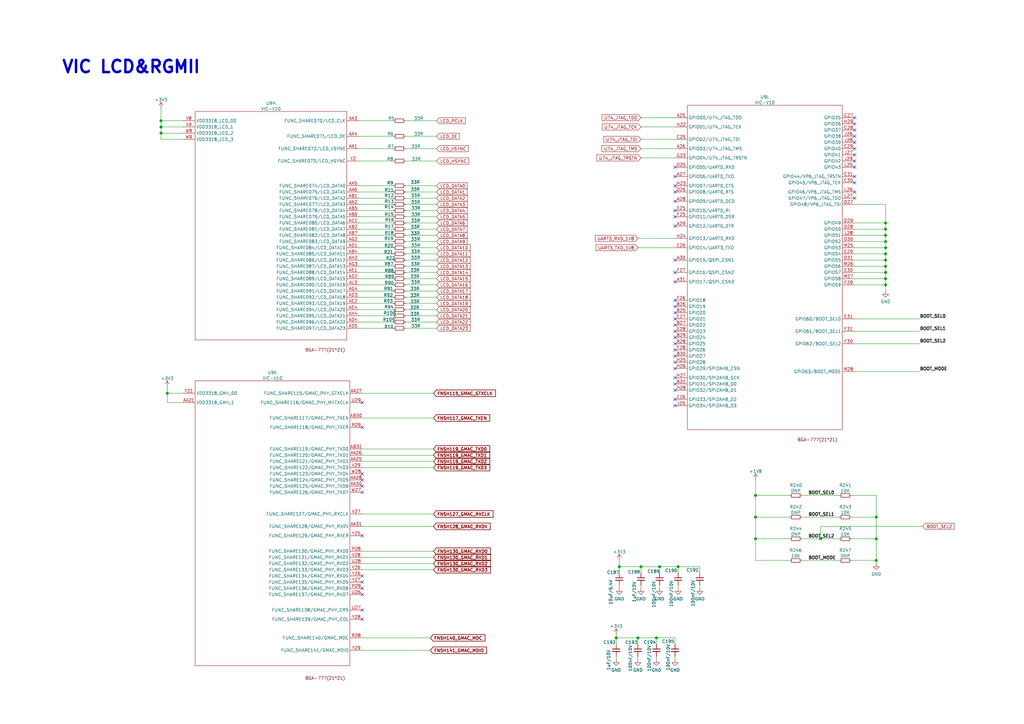
<source format=kicad_sch>
(kicad_sch (version 20210126) (generator eeschema)
  (paper "A3")
  (title_block (title "Beagle V") (date "2021-06-03") (rev "v0.7"))
  (lib_symbols
    (symbol "BeagleV:VIC-V10"
      (property "Reference" "U?" (at -3.81 65.6124 0))
      (property "Value" "VIC-V10" (at -3.81 63.3137 0))
      (symbol "VIC-V10_0_0"
        (text "BGA-777(21*21)" (at 17.78 -74.93 0) (effects (font (size 1.27 1.27))))
      )
      (symbol "VIC-V10_1_1"
        (pin power_out line (at 12.7 -68.58 180) (length 5) (name "VDD_40") (number "AA11"))
        (pin power_out line (at 12.7 33.02 180) (length 5) (name "VDD_00") (number "L21"))
        (pin power_out line (at 12.7 30.48 180) (length 5) (name "VDD_01") (number "M19"))
        (pin power_out line (at 12.7 27.94 180) (length 5) (name "VDD_02") (number "M21"))
        (pin power_out line (at -25.4 -35.56 0) (length 5) (name "VDD18_00") (number "M8"))
        (pin power_out line (at -25.4 -33.02 0) (length 5) (name "VDD18_01") (number "M9"))
        (pin power_out line (at -25.4 -25.4 0) (length 5) (name "VDD18_04") (number "N10"))
        (pin power_out line (at -25.4 -22.86 0) (length 5) (name "VDD18_05") (number "N11"))
        (pin power_out line (at 12.7 25.4 180) (length 5) (name "VDD_03") (number "N19"))
        (pin power_out line (at 12.7 22.86 180) (length 5) (name "VDD_04") (number "N21"))
        (pin power_out line (at -25.4 -30.48 0) (length 5) (name "VDD18_02") (number "N8"))
        (pin power_out line (at -25.4 -27.94 0) (length 5) (name "VDD18_03") (number "N9"))
        (pin power_out line (at -25.4 -15.24 0) (length 5) (name "VDD18_08") (number "P10"))
        (pin power_out line (at -25.4 -12.7 0) (length 5) (name "VDD18_09") (number "P11"))
        (pin power_out line (at 12.7 20.32 180) (length 5) (name "VDD_05") (number "P16"))
        (pin power_out line (at 12.7 17.78 180) (length 5) (name "VDD_06") (number "P17"))
        (pin power_out line (at 12.7 15.24 180) (length 5) (name "VDD_07") (number "P19"))
        (pin power_out line (at 12.7 12.7 180) (length 5) (name "VDD_08") (number "P21"))
        (pin power_out line (at -25.4 -20.32 0) (length 5) (name "VDD18_06") (number "P8"))
        (pin power_out line (at -25.4 -17.78 0) (length 5) (name "VDD18_07") (number "P9"))
        (pin power_out line (at -25.4 -5.08 0) (length 5) (name "VDD18_12") (number "R10"))
        (pin power_out line (at -25.4 -2.54 0) (length 5) (name "VDD18_13") (number "R11"))
        (pin power_out line (at 12.7 10.16 180) (length 5) (name "VDD_09") (number "R16"))
        (pin power_out line (at 12.7 7.62 180) (length 5) (name "VDD_10") (number "R17"))
        (pin power_out line (at 12.7 5.08 180) (length 5) (name "VDD_11") (number "R18"))
        (pin power_out line (at 12.7 2.54 180) (length 5) (name "VDD_12") (number "R19"))
        (pin power_out line (at 12.7 0 180) (length 5) (name "VDD_13") (number "R21"))
        (pin power_out line (at -25.4 -10.16 0) (length 5) (name "VDD18_10") (number "R8"))
        (pin power_out line (at -25.4 -7.62 0) (length 5) (name "VDD18_11") (number "R9"))
        (pin power_out line (at 12.7 -2.54 180) (length 5) (name "VDD_14") (number "T15"))
        (pin power_out line (at 12.7 -5.08 180) (length 5) (name "VDD_15") (number "T16"))
        (pin power_out line (at 12.7 -7.62 180) (length 5) (name "VDD_16") (number "T17"))
        (pin power_out line (at 12.7 -10.16 180) (length 5) (name "VDD_17") (number "T18"))
        (pin power_out line (at 12.7 -12.7 180) (length 5) (name "VDD_18") (number "T19"))
        (pin power_out line (at 12.7 -15.24 180) (length 5) (name "VDD_19") (number "T20"))
        (pin power_out line (at 12.7 -17.78 180) (length 5) (name "VDD_20") (number "T21"))
        (pin power_out line (at 12.7 -20.32 180) (length 5) (name "VDD_21") (number "U14"))
        (pin power_out line (at 12.7 -22.86 180) (length 5) (name "VDD_22") (number "U15"))
        (pin power_out line (at 12.7 -25.4 180) (length 5) (name "VDD_23") (number "U16"))
        (pin power_out line (at 12.7 -27.94 180) (length 5) (name "VDD_24") (number "U17"))
        (pin power_out line (at -25.4 13.97 0) (length 5) (name "AVSS_PLL0") (number "U20"))
        (pin power_out line (at -25.4 26.67 0) (length 5) (name "AVDD09_PLL0") (number "U21"))
        (pin power_out line (at -25.4 24.13 0) (length 5) (name "AVDD09_PLL1") (number "U22"))
        (pin power_out line (at -25.4 11.43 0) (length 5) (name "AVSS_PLL1") (number "U23"))
        (pin power_out line (at 12.7 -30.48 180) (length 5) (name "VDD_25") (number "V14"))
        (pin power_out line (at 12.7 -33.02 180) (length 5) (name "VDD_26") (number "V15"))
        (pin power_out line (at 12.7 -35.56 180) (length 5) (name "VDD_27") (number "V16"))
        (pin power_out line (at 12.7 -38.1 180) (length 5) (name "VDD_28") (number "V17"))
        (pin power_out line (at -25.4 8.89 0) (length 5) (name "AVSS_PLL2") (number "V20"))
        (pin power_out line (at -25.4 21.59 0) (length 5) (name "AVDD09_PLL2") (number "V21"))
        (pin power_out line (at 12.7 -40.64 180) (length 5) (name "VDD_29") (number "W11"))
        (pin power_out line (at 12.7 -43.18 180) (length 5) (name "VDD_30") (number "W14"))
        (pin power_out line (at 12.7 -45.72 180) (length 5) (name "VDD_31") (number "W15"))
        (pin power_out line (at 12.7 -48.26 180) (length 5) (name "VDD_32") (number "W16"))
        (pin power_out line (at 12.7 -50.8 180) (length 5) (name "VDD_33") (number "W17"))
        (pin power_out line (at 12.7 -53.34 180) (length 5) (name "VDD_34") (number "W18"))
        (pin power_out line (at 12.7 -55.88 180) (length 5) (name "VDD_35") (number "W19"))
        (pin power_out line (at 12.7 -58.42 180) (length 5) (name "VDD_36") (number "Y11"))
        (pin power_out line (at 12.7 -60.96 180) (length 5) (name "VDD_37") (number "Y12"))
        (pin power_out line (at 12.7 -63.5 180) (length 5) (name "VDD_38") (number "Y13"))
        (pin power_out line (at 12.7 -66.04 180) (length 5) (name "VDD_39") (number "Y15"))
      )
      (symbol "VIC-V10_2_1"
        (pin power_in line (at -19.05 76.2 0) (length 5) (name "VSS2") (number "A11"))
        (pin power_in line (at -19.05 73.66 0) (length 5) (name "VSS3") (number "A18"))
        (pin power_in line (at -19.05 81.28 0) (length 5) (name "VSS0") (number "A4"))
        (pin power_in line (at -19.05 78.74 0) (length 5) (name "VSS1") (number "A7"))
        (pin power_in line (at -19.05 71.12 0) (length 5) (name "VSS4") (number "B21"))
        (pin power_in line (at -19.05 68.58 0) (length 5) (name "VSS5") (number "C1"))
        (pin power_in line (at -19.05 66.04 0) (length 5) (name "VSS6") (number "D2"))
        (pin power_in line (at -19.05 60.96 0) (length 5) (name "VSS8") (number "D23"))
        (pin power_in line (at -19.05 63.5 0) (length 5) (name "VSS7") (number "D9"))
        (pin power_in line (at -19.05 55.88 0) (length 5) (name "VSS10") (number "E17"))
        (pin power_in line (at -19.05 58.42 0) (length 5) (name "VSS9") (number "E2"))
        (pin power_in line (at -19.05 50.8 0) (length 5) (name "VSS12") (number "F16"))
        (pin power_in line (at -19.05 48.26 0) (length 5) (name "VSS13") (number "F20"))
        (pin power_in line (at -19.05 45.72 0) (length 5) (name "VSS14") (number "F24"))
        (pin power_in line (at -19.05 53.34 0) (length 5) (name "VSS11") (number "F7"))
        (pin power_in line (at -19.05 40.64 0) (length 5) (name "VSS16") (number "G13"))
        (pin power_in line (at -19.05 38.1 0) (length 5) (name "VSS17") (number "G16"))
        (pin power_in line (at -19.05 35.56 0) (length 5) (name "VSS18") (number "G20"))
        (pin power_in line (at -19.05 33.02 0) (length 5) (name "VSS19") (number "G22"))
        (pin power_in line (at -19.05 43.18 0) (length 5) (name "VSS15") (number "G3"))
        (pin power_in line (at -19.05 25.4 0) (length 5) (name "VSS22") (number "H10"))
        (pin power_in line (at -19.05 22.86 0) (length 5) (name "VSS23") (number "H16"))
        (pin power_in line (at -19.05 20.32 0) (length 5) (name "VSS24") (number "H17"))
        (pin power_in line (at -19.05 17.78 0) (length 5) (name "VSS25") (number "H18"))
        (pin power_in line (at -19.05 15.24 0) (length 5) (name "VSS26") (number "H20"))
        (pin power_in line (at -19.05 30.48 0) (length 5) (name "VSS20") (number "H7"))
        (pin power_in line (at -19.05 27.94 0) (length 5) (name "VSS21") (number "H9"))
        (pin power_in line (at -19.05 10.16 0) (length 5) (name "VSS28") (number "J10"))
        (pin power_in line (at -19.05 7.62 0) (length 5) (name "VSS29") (number "J12"))
        (pin power_in line (at -19.05 5.08 0) (length 5) (name "VSS30") (number "J16"))
        (pin power_in line (at -19.05 2.54 0) (length 5) (name "VSS31") (number "J17"))
        (pin power_in line (at -19.05 0 0) (length 5) (name "VSS32") (number "J22"))
        (pin power_in line (at -19.05 -2.54 0) (length 5) (name "VSS33") (number "J23"))
        (pin power_in line (at -19.05 12.7 0) (length 5) (name "VSS27") (number "J9"))
        (pin power_in line (at -19.05 -15.24 0) (length 5) (name "VSS38") (number "K10"))
        (pin power_in line (at -19.05 -17.78 0) (length 5) (name "VSS39") (number "K11"))
        (pin power_in line (at -19.05 -20.32 0) (length 5) (name "VSS40") (number "K22"))
        (pin power_in line (at -19.05 -22.86 0) (length 5) (name "VSS41") (number "K23"))
        (pin power_in line (at -19.05 -25.4 0) (length 5) (name "VSS42") (number "K25"))
        (pin power_in line (at -19.05 -5.08 0) (length 5) (name "VSS34") (number "K3"))
        (pin power_in line (at -19.05 -7.62 0) (length 5) (name "VSS35") (number "K5"))
        (pin power_in line (at -19.05 -10.16 0) (length 5) (name "VSS36") (number "K8"))
        (pin power_in line (at -19.05 -12.7 0) (length 5) (name "VSS37") (number "K9"))
        (pin power_in line (at -19.05 -33.02 0) (length 5) (name "VSS45") (number "L10"))
        (pin power_in line (at -19.05 -35.56 0) (length 5) (name "VSS46") (number "L11"))
        (pin power_in line (at -19.05 -38.1 0) (length 5) (name "VSS47") (number "L12"))
        (pin power_in line (at -19.05 -40.64 0) (length 5) (name "VSS48") (number "L13"))
        (pin power_in line (at -19.05 -43.18 0) (length 5) (name "VSS49") (number "L16"))
        (pin power_in line (at 17.78 81.28 180) (length 5) (name "VSS50") (number "L18"))
        (pin power_in line (at 17.78 78.74 180) (length 5) (name "VSS51") (number "L19"))
        (pin power_in line (at 17.78 76.2 180) (length 5) (name "VSS52") (number "L20"))
        (pin power_in line (at 17.78 73.66 180) (length 5) (name "VSS53") (number "L22"))
        (pin power_in line (at 17.78 71.12 180) (length 5) (name "VSS54") (number "L23"))
        (pin power_in line (at -19.05 -27.94 0) (length 5) (name "VSS43") (number "L8"))
        (pin power_in line (at -19.05 -30.48 0) (length 5) (name "VSS44") (number "L9"))
        (pin power_in line (at 17.78 68.58 180) (length 5) (name "VSS55") (number "M10"))
        (pin power_in line (at 17.78 66.04 180) (length 5) (name "VSS56") (number "M11"))
        (pin power_in line (at 17.78 63.5 180) (length 5) (name "VSS57") (number "M12"))
        (pin power_in line (at 17.78 60.96 180) (length 5) (name "VSS58") (number "M13"))
        (pin power_in line (at 17.78 58.42 180) (length 5) (name "VSS59") (number "M14"))
        (pin power_in line (at 17.78 55.88 180) (length 5) (name "VSS60") (number "M15"))
        (pin power_in line (at 17.78 53.34 180) (length 5) (name "VSS61") (number "M16"))
        (pin power_in line (at 17.78 50.8 180) (length 5) (name "VSS62") (number "M17"))
        (pin power_in line (at 17.78 48.26 180) (length 5) (name "VSS63") (number "M18"))
        (pin power_in line (at 17.78 45.72 180) (length 5) (name "VSS64") (number "M20"))
        (pin power_in line (at 17.78 43.18 180) (length 5) (name "VSS65") (number "M22"))
        (pin power_in line (at 17.78 40.64 180) (length 5) (name "VSS66") (number "M24"))
        (pin power_in line (at 17.78 35.56 180) (length 5) (name "VSS68") (number "N12"))
        (pin power_in line (at 17.78 33.02 180) (length 5) (name "VSS69") (number "N15"))
        (pin power_in line (at 17.78 30.48 180) (length 5) (name "VSS70") (number "N16"))
        (pin power_in line (at 17.78 27.94 180) (length 5) (name "VSS71") (number "N17"))
        (pin power_in line (at 17.78 25.4 180) (length 5) (name "VSS72") (number "N18"))
        (pin power_in line (at 17.78 22.86 180) (length 5) (name "VSS73") (number "N20"))
        (pin power_in line (at 17.78 20.32 180) (length 5) (name "VSS74") (number "N22"))
        (pin power_in line (at 17.78 17.78 180) (length 5) (name "VSS75") (number "N25"))
        (pin power_in line (at 17.78 38.1 180) (length 5) (name "VSS67") (number "N3"))
        (pin power_in line (at 17.78 15.24 180) (length 5) (name "VSS76") (number "P12"))
        (pin power_in line (at 17.78 12.7 180) (length 5) (name "VSS77") (number "P14"))
        (pin power_in line (at 17.78 10.16 180) (length 5) (name "VSS78") (number "P15"))
        (pin power_in line (at 17.78 7.62 180) (length 5) (name "VSS79") (number "P18"))
        (pin power_in line (at 17.78 5.08 180) (length 5) (name "VSS80") (number "P20"))
        (pin power_in line (at 17.78 2.54 180) (length 5) (name "VSS81") (number "P22"))
        (pin power_in line (at 17.78 0 180) (length 5) (name "VSS82") (number "P24"))
        (pin power_in line (at 17.78 -2.54 180) (length 5) (name "VSS83") (number "R12"))
        (pin power_in line (at 17.78 -5.08 180) (length 5) (name "VSS84") (number "R14"))
        (pin power_in line (at 17.78 -7.62 180) (length 5) (name "VSS85") (number "R15"))
        (pin power_in line (at 17.78 -10.16 180) (length 5) (name "VSS86") (number "R20"))
        (pin power_in line (at 17.78 -12.7 180) (length 5) (name "VSS87") (number "R22"))
        (pin power_in line (at 17.78 -15.24 180) (length 5) (name "VSS88") (number "R23"))
        (pin power_in line (at 17.78 -22.86 180) (length 5) (name "VSS91") (number "T10"))
        (pin power_in line (at 17.78 -25.4 180) (length 5) (name "VSS92") (number "T11"))
        (pin power_in line (at 17.78 -27.94 180) (length 5) (name "VSS93") (number "T12"))
        (pin power_in line (at 17.78 -30.48 180) (length 5) (name "VSS94") (number "T14"))
        (pin power_in line (at 17.78 -33.02 180) (length 5) (name "VSS95") (number "T22"))
        (pin power_in line (at 17.78 -35.56 180) (length 5) (name "VSS96") (number "T24"))
        (pin power_in line (at 17.78 -38.1 180) (length 5) (name "VSS97") (number "T25"))
        (pin power_in line (at 17.78 -17.78 180) (length 5) (name "VSS89") (number "T3"))
        (pin power_in line (at 17.78 -20.32 180) (length 5) (name "VSS90") (number "T9"))
        (pin power_in line (at 17.78 -40.64 180) (length 5) (name "VSS98") (number "U8"))
        (pin power_in line (at 17.78 -43.18 180) (length 5) (name "VSS99") (number "U9"))
      )
      (symbol "VIC-V10_3_1"
        (pin power_in line (at -19.05 -6.35 0) (length 5) (name "VSS131") (number "AA10"))
        (pin power_in line (at -19.05 -8.89 0) (length 5) (name "VSS132") (number "AA12"))
        (pin power_in line (at -19.05 -11.43 0) (length 5) (name "VSS133") (number "AA13"))
        (pin power_in line (at -19.05 -13.97 0) (length 5) (name "VSS134") (number "AA14"))
        (pin power_in line (at -19.05 -16.51 0) (length 5) (name "VSS135") (number "AA15"))
        (pin power_in line (at -19.05 -19.05 0) (length 5) (name "VSS136") (number "AA17"))
        (pin power_in line (at -19.05 -21.59 0) (length 5) (name "VSS137") (number "AA19"))
        (pin power_in line (at -19.05 -24.13 0) (length 5) (name "VSS138") (number "AA20"))
        (pin power_in line (at -19.05 -26.67 0) (length 5) (name "VSS139") (number "AA22"))
        (pin power_in line (at -19.05 -29.21 0) (length 5) (name "VSS140") (number "AA29"))
        (pin power_in line (at -19.05 -3.81 0) (length 5) (name "VSS130") (number "AA8"))
        (pin power_in line (at -19.05 -36.83 0) (length 5) (name "VSS143") (number "AB10"))
        (pin power_in line (at -19.05 -39.37 0) (length 5) (name "VSS144") (number "AB11"))
        (pin power_in line (at -19.05 -41.91 0) (length 5) (name "VSS145") (number "AB17"))
        (pin power_in line (at -19.05 -44.45 0) (length 5) (name "VSS146") (number "AB19"))
        (pin power_in line (at -19.05 -46.99 0) (length 5) (name "VSS147") (number "AB20"))
        (pin power_in line (at -19.05 -31.75 0) (length 5) (name "VSS141") (number "AB3"))
        (pin power_in line (at -19.05 -34.29 0) (length 5) (name "VSS142") (number "AB8"))
        (pin power_in line (at 17.78 73.66 180) (length 5) (name "VSS150") (number "AC10"))
        (pin power_in line (at 17.78 71.12 180) (length 5) (name "VSS151") (number "AC14"))
        (pin power_in line (at 17.78 68.58 180) (length 5) (name "VSS152") (number "AC15"))
        (pin power_in line (at 17.78 66.04 180) (length 5) (name "VSS153") (number "AC17"))
        (pin power_in line (at 17.78 63.5 180) (length 5) (name "VSS154") (number "AC19"))
        (pin power_in line (at 17.78 60.96 180) (length 5) (name "VSS155") (number "AC20"))
        (pin power_in line (at 17.78 58.42 180) (length 5) (name "VSS156") (number "AC22"))
        (pin power_in line (at 17.78 55.88 180) (length 5) (name "VSS157") (number "AC25"))
        (pin power_in line (at -19.05 -49.53 0) (length 5) (name "VSS148") (number "AC8"))
        (pin power_in line (at -19.05 -52.07 0) (length 5) (name "VSS149") (number "AC9"))
        (pin power_in line (at 17.78 53.34 180) (length 5) (name "VSS158") (number "AD13"))
        (pin power_in line (at 17.78 50.8 180) (length 5) (name "VSS159") (number "AD14"))
        (pin power_in line (at 17.78 48.26 180) (length 5) (name "VSS160") (number "AD15"))
        (pin power_in line (at 17.78 45.72 180) (length 5) (name "VSS161") (number "AD19"))
        (pin power_in line (at 17.78 43.18 180) (length 5) (name "VSS162") (number "AD20"))
        (pin power_in line (at 17.78 40.64 180) (length 5) (name "VSS163") (number "AD21"))
        (pin power_in line (at 17.78 38.1 180) (length 5) (name "VSS164") (number "AD22"))
        (pin power_in line (at 17.78 35.56 180) (length 5) (name "VSS165") (number "AD25"))
        (pin power_in line (at 17.78 33.02 180) (length 5) (name "VSS166") (number "AD28"))
        (pin power_in line (at 17.78 30.48 180) (length 5) (name "VSS167") (number "AD29"))
        (pin power_in line (at 17.78 22.86 180) (length 5) (name "VSS170") (number "AE11"))
        (pin power_in line (at 17.78 20.32 180) (length 5) (name "VSS171") (number "AE14"))
        (pin power_in line (at 17.78 17.78 180) (length 5) (name "VSS172") (number "AE15"))
        (pin power_in line (at 17.78 15.24 180) (length 5) (name "VSS173") (number "AE20"))
        (pin power_in line (at 17.78 12.7 180) (length 5) (name "VSS174") (number "AE24"))
        (pin power_in line (at 17.78 27.94 180) (length 5) (name "VSS168") (number "AE3"))
        (pin power_in line (at 17.78 10.16 180) (length 5) (name "VSS175") (number "AE31"))
        (pin power_in line (at 17.78 25.4 180) (length 5) (name "VSS169") (number "AE8"))
        (pin power_in line (at 17.78 7.62 180) (length 5) (name "VSS176") (number "AF27"))
        (pin power_in line (at 17.78 2.54 180) (length 5) (name "VSS178") (number "AG18"))
        (pin power_in line (at 17.78 0 180) (length 5) (name "VSS179") (number "AG24"))
        (pin power_in line (at 17.78 5.08 180) (length 5) (name "VSS177") (number "AG5"))
        (pin power_in line (at 17.78 -7.62 180) (length 5) (name "VSS182") (number "AH10"))
        (pin power_in line (at 17.78 -10.16 180) (length 5) (name "VSS183") (number "AH13"))
        (pin power_in line (at 17.78 -12.7 180) (length 5) (name "VSS184") (number "AH16"))
        (pin power_in line (at 17.78 -15.24 180) (length 5) (name "VSS185") (number "AH26"))
        (pin power_in line (at 17.78 -17.78 180) (length 5) (name "VSS186") (number "AH29"))
        (pin power_in line (at 17.78 -2.54 180) (length 5) (name "VSS180") (number "AH3"))
        (pin power_in line (at 17.78 -5.08 180) (length 5) (name "VSS181") (number "AH7"))
        (pin power_in line (at 17.78 -20.32 180) (length 5) (name "VSS187") (number "AJ21"))
        (pin power_in line (at 17.78 -22.86 180) (length 5) (name "VSS188") (number "AJ23"))
        (pin power_in line (at 17.78 -30.48 180) (length 5) (name "VSS191") (number "AK26"))
        (pin power_in line (at 17.78 -25.4 180) (length 5) (name "VSS189") (number "AK3"))
        (pin power_in line (at 17.78 -27.94 180) (length 5) (name "VSS190") (number "AK5"))
        (pin power_in line (at 17.78 -38.1 180) (length 5) (name "VSS194") (number "AL12"))
        (pin power_in line (at 17.78 -40.64 180) (length 5) (name "VSS195") (number "AL15"))
        (pin power_in line (at 17.78 -43.18 180) (length 5) (name "VSS196") (number "AL19"))
        (pin power_in line (at 17.78 -45.72 180) (length 5) (name "VSS197") (number "AL22"))
        (pin power_in line (at 17.78 -48.26 180) (length 5) (name "VSS198") (number "AL25"))
        (pin power_in line (at 17.78 -50.8 180) (length 5) (name "VSS199") (number "AL28"))
        (pin power_in line (at 17.78 -33.02 180) (length 5) (name "VSS192") (number "AL6"))
        (pin power_in line (at 17.78 -35.56 180) (length 5) (name "VSS193") (number "AL9"))
        (pin power_in line (at -19.05 72.39 0) (length 5) (name "VSS100") (number "U10"))
        (pin power_in line (at -19.05 69.85 0) (length 5) (name "VSS101") (number "U11"))
        (pin power_in line (at -19.05 67.31 0) (length 5) (name "VSS102") (number "U12"))
        (pin power_in line (at -19.05 64.77 0) (length 5) (name "VSS103") (number "U13"))
        (pin power_in line (at -19.05 62.23 0) (length 5) (name "VSS104") (number "U18"))
        (pin power_in line (at -19.05 59.69 0) (length 5) (name "VSS105") (number "U19"))
        (pin power_in line (at -19.05 57.15 0) (length 5) (name "VSS106") (number "V10"))
        (pin power_in line (at -19.05 54.61 0) (length 5) (name "VSS107") (number "V11"))
        (pin power_in line (at -19.05 52.07 0) (length 5) (name "VSS108") (number "V12"))
        (pin power_in line (at -19.05 49.53 0) (length 5) (name "VSS109") (number "V13"))
        (pin power_in line (at -19.05 46.99 0) (length 5) (name "VSS110") (number "V18"))
        (pin power_in line (at -19.05 44.45 0) (length 5) (name "VSS111") (number "V19"))
        (pin power_in line (at -19.05 39.37 0) (length 5) (name "VSS113") (number "W10"))
        (pin power_in line (at -19.05 36.83 0) (length 5) (name "VSS114") (number "W12"))
        (pin power_in line (at -19.05 34.29 0) (length 5) (name "VSS115") (number "W13"))
        (pin power_in line (at -19.05 31.75 0) (length 5) (name "VSS116") (number "W20"))
        (pin power_in line (at -19.05 29.21 0) (length 5) (name "VSS117") (number "W21"))
        (pin power_in line (at -19.05 26.67 0) (length 5) (name "VSS118") (number "W25"))
        (pin power_in line (at -19.05 41.91 0) (length 5) (name "VSS112") (number "W3"))
        (pin power_in line (at -19.05 24.13 0) (length 5) (name "VSS119") (number "W30"))
        (pin power_in line (at -19.05 21.59 0) (length 5) (name "VSS120") (number "W31"))
        (pin power_in line (at -19.05 13.97 0) (length 5) (name "VSS123") (number "Y10"))
        (pin power_in line (at -19.05 11.43 0) (length 5) (name "VSS124") (number "Y14"))
        (pin power_in line (at -19.05 8.89 0) (length 5) (name "VSS125") (number "Y16"))
        (pin power_in line (at -19.05 6.35 0) (length 5) (name "VSS126") (number "Y17"))
        (pin power_in line (at -19.05 3.81 0) (length 5) (name "VSS127") (number "Y18"))
        (pin power_in line (at -19.05 1.27 0) (length 5) (name "VSS128") (number "Y19"))
        (pin power_in line (at -19.05 -1.27 0) (length 5) (name "VSS129") (number "Y20"))
        (pin power_in line (at -19.05 19.05 0) (length 5) (name "VSS121") (number "Y8"))
        (pin power_in line (at -19.05 16.51 0) (length 5) (name "VSS122") (number "Y9"))
      )
      (symbol "VIC-V10_4_1"
        (pin power_in line (at 19.05 -36.83 180) (length 5) (name "VDDQCK_DDR1") (number "AA16"))
        (pin power_in line (at 19.05 -30.48 180) (length 5) (name "VDDPLL_DDR1") (number "AA18"))
        (pin power_in line (at 19.05 44.45 180) (length 5) (name "VDDQ_DDR1_00") (number "AB12"))
        (pin power_in line (at 19.05 41.91 180) (length 5) (name "VDDQ_DDR1_1") (number "AB13"))
        (pin power_in line (at 19.05 39.37 180) (length 5) (name "VDDQ_DDR1_2") (number "AB14"))
        (pin power_in line (at 19.05 36.83 180) (length 5) (name "VDDQ_DDR1_3") (number "AB15"))
        (pin power_in line (at 19.05 34.29 180) (length 5) (name "VDDQ_DDR1_4") (number "AB16"))
        (pin power_in line (at 19.05 31.75 180) (length 5) (name "VDDQ_DDR1_5") (number "AB18"))
        (pin power_in line (at 19.05 29.21 180) (length 5) (name "VDDQ_DDR1_6") (number "AC11"))
        (pin power_in line (at 19.05 26.67 180) (length 5) (name "VDDQ_DDR1_7") (number "AC12"))
        (pin power_in line (at 19.05 24.13 180) (length 5) (name "VDDQ_DDR1_8") (number "AC13"))
        (pin power_in line (at 19.05 21.59 180) (length 5) (name "VDDQ_DDR1_9") (number "AC16"))
        (pin power_in line (at 19.05 19.05 180) (length 5) (name "VDDQ_DDR1_10") (number "AC18"))
        (pin power_in line (at 19.05 11.43 180) (length 5) (name "VDDQ_DDR1_13") (number "AD10"))
        (pin power_in line (at 19.05 8.89 180) (length 5) (name "VDDQ_DDR1_14") (number "AD11"))
        (pin power_in line (at 19.05 6.35 180) (length 5) (name "VDDQ_DDR1_15") (number "AD12"))
        (pin power_in line (at 19.05 3.81 180) (length 5) (name "VDDQ_DDR1_16") (number "AD16"))
        (pin power_in line (at 19.05 1.27 180) (length 5) (name "VDDQ_DDR1_17") (number "AD17"))
        (pin power_in line (at 19.05 -1.27 180) (length 5) (name "VDDQ_DDR1_18") (number "AD18"))
        (pin power_in line (at 19.05 16.51 180) (length 5) (name "VDDQ_DDR1_11") (number "AD8"))
        (pin power_in line (at 19.05 13.97 180) (length 5) (name "VDDQ_DDR1_12") (number "AD9"))
        (pin power_in line (at 19.05 -6.35 180) (length 5) (name "VDDQ_DDR1_20") (number "AE10"))
        (pin power_in line (at 19.05 -8.89 180) (length 5) (name "VDDQ_DDR1_21") (number "AE12"))
        (pin power_in line (at 19.05 -11.43 180) (length 5) (name "VDDQ_DDR1_22") (number "AE17"))
        (pin power_in line (at 19.05 -13.97 180) (length 5) (name "VDDQ_DDR1_23") (number "AE19"))
        (pin power_in line (at 19.05 -16.51 180) (length 5) (name "VDDQ_DDR1_24") (number "AE21"))
        (pin power_in line (at 19.05 -19.05 180) (length 5) (name "VDDQ_DDR1_25") (number "AE22"))
        (pin power_in line (at 19.05 -3.81 180) (length 5) (name "VDDQ_DDR1_19") (number "AE9"))
        (pin power_in line (at -27.94 36.83 0) (length 5) (name "VDDQ_DDR0_3") (number "G10"))
        (pin power_in line (at -27.94 34.29 0) (length 5) (name "VDDQ_DDR0_4") (number "G11"))
        (pin power_in line (at -27.94 44.45 0) (length 5) (name "VDDQ_DDR0_00") (number "G7"))
        (pin power_in line (at -27.94 41.91 0) (length 5) (name "VDDQ_DDR0_1") (number "G8"))
        (pin power_in line (at -27.94 39.37 0) (length 5) (name "VDDQ_DDR0_2") (number "G9"))
        (pin power_in line (at -27.94 29.21 0) (length 5) (name "VDDQ_DDR0_6") (number "H11"))
        (pin power_in line (at -27.94 26.67 0) (length 5) (name "VDDQ_DDR0_7") (number "H12"))
        (pin power_in line (at -27.94 24.13 0) (length 5) (name "VDDQ_DDR0_8") (number "H13"))
        (pin power_in line (at -27.94 21.59 0) (length 5) (name "VDDQ_DDR0_9") (number "H14"))
        (pin power_in line (at -27.94 19.05 0) (length 5) (name "VDDQ_DDR0_10") (number "H15"))
        (pin power_in line (at -27.94 31.75 0) (length 5) (name "VDDQ_DDR0_5") (number "H8"))
        (pin power_in line (at -27.94 16.51 0) (length 5) (name "VDDQ_DDR0_11") (number "J11"))
        (pin power_in line (at -27.94 13.97 0) (length 5) (name "VDDQ_DDR0_12") (number "J13"))
        (pin power_in line (at -27.94 11.43 0) (length 5) (name "VDDQ_DDR0_13") (number "J14"))
        (pin power_in line (at -27.94 8.89 0) (length 5) (name "VDDQ_DDR0_14") (number "J15"))
        (pin power_in line (at -27.94 6.35 0) (length 5) (name "VDDQ_DDR0_15") (number "J18"))
        (pin power_in line (at -27.94 3.81 0) (length 5) (name "VDDQ_DDR0_16") (number "J19"))
        (pin power_in line (at -27.94 1.27 0) (length 5) (name "VDDQ_DDR0_17") (number "J20"))
        (pin power_in line (at -27.94 -1.27 0) (length 5) (name "VDDQ_DDR0_18") (number "K12"))
        (pin power_in line (at -27.94 -3.81 0) (length 5) (name "VDDQ_DDR0_19") (number "K13"))
        (pin power_in line (at -27.94 -6.35 0) (length 5) (name "VDDQ_DDR0_20") (number "K14"))
        (pin power_in line (at -27.94 -8.89 0) (length 5) (name "VDDQ_DDR0_21") (number "K15"))
        (pin power_in line (at -27.94 -11.43 0) (length 5) (name "VDDQ_DDR0_22") (number "K16"))
        (pin power_in line (at -27.94 -13.97 0) (length 5) (name "VDDQ_DDR0_23") (number "K17"))
        (pin power_in line (at -27.94 -16.51 0) (length 5) (name "VDDQ_DDR0_24") (number "K18"))
        (pin power_in line (at -27.94 -19.05 0) (length 5) (name "VDDQ_DDR0_25") (number "K19"))
        (pin power_in line (at -27.94 -21.59 0) (length 5) (name "VDDQ_DDR0_26") (number "L14"))
        (pin power_in line (at -27.94 -36.83 0) (length 5) (name "VDDQCK_DDR0") (number "L15"))
        (pin power_in line (at -27.94 -31.75 0) (length 5) (name "VDDPLL_DDR0") (number "L17"))
      )
      (symbol "VIC-V10_5_1"
        (pin bidirectional line (at 25.4 -60.96 180) (length 5) (name "DDR0_DQ30") (number "A1"))
        (pin input line (at -25.4 33.02 0) (length 5) (name "DDR0_ADR11") (number "A10"))
        (pin input line (at -25.4 -2.54 0) (length 5) (name "DDR0_CK_P1") (number "A12"))
        (pin input line (at -25.4 5.08 0) (length 5) (name "DDR0_CK_P0") (number "A14"))
        (pin input line (at -25.4 55.88 0) (length 5) (name "DDR0_ADR2") (number "A15"))
        (pin input line (at -25.4 -17.78 0) (length 5) (name "DDR0_ATB0") (number "A16"))
        (pin input line (at -25.4 -59.69 0) (length 5) (name "DDR0_CS_N1") (number "A17"))
        (pin bidirectional line (at 25.4 10.16 180) (length 5) (name "DDR0_DQ15") (number "A19"))
        (pin bidirectional line (at 25.4 -45.72 180) (length 5) (name "DDR0_DQ24") (number "A2"))
        (pin bidirectional line (at 25.4 2.54 180) (length 5) (name "DDR0_DQS_N1") (number "A20"))
        (pin bidirectional line (at 25.4 27.94 180) (length 5) (name "DDR0_DQ8") (number "A21"))
        (pin bidirectional line (at 25.4 43.18 180) (length 5) (name "DDR0_DQ7") (number "A22"))
        (pin bidirectional line (at 25.4 45.72 180) (length 5) (name "DDR0_DQ6") (number "A23"))
        (pin bidirectional line (at 25.4 -50.8 180) (length 5) (name "DDR0_DQ26") (number "A3"))
        (pin bidirectional line (at 25.4 -7.62 180) (length 5) (name "DDR0_DQ16") (number "A5"))
        (pin bidirectional line (at 25.4 -36.83 180) (length 5) (name "DDR0_DQS_P2") (number "A6"))
        (pin input line (at -25.4 -54.61 0) (length 5) (name "DDR0_ACT_N") (number "A9"))
        (pin bidirectional line (at 25.4 -58.42 180) (length 5) (name "DDR0_DQ29") (number "B1"))
        (pin input line (at -25.4 58.42 0) (length 5) (name "DDR0_ADR1") (number "B10"))
        (pin input line (at -25.4 35.56 0) (length 5) (name "DDR0_ADR10") (number "B11"))
        (pin input line (at -25.4 0 0) (length 5) (name "DDR0_CK_N1") (number "B12"))
        (pin input line (at -25.4 7.62 0) (length 5) (name "DDR0_CK_N0") (number "B14"))
        (pin input line (at -25.4 -50.8 0) (length 5) (name "DDR0_PAR") (number "B15"))
        (pin input line (at -25.4 -21.59 0) (length 5) (name "DDR0_ATB1") (number "B16"))
        (pin input line (at -25.4 -62.23 0) (length 5) (name "DDR0_CS_N2") (number "B17"))
        (pin input line (at -25.4 -72.39 0) (length 5) (name "DDR0_RESET_N") (number "B18"))
        (pin bidirectional line (at 25.4 12.7 180) (length 5) (name "DDR0_DQ14") (number "B19"))
        (pin bidirectional line (at 25.4 -55.88 180) (length 5) (name "DDR0_DQ28") (number "B2"))
        (pin bidirectional line (at 25.4 0 180) (length 5) (name "DDR0_DQS_P1") (number "B20"))
        (pin bidirectional line (at 25.4 48.26 180) (length 5) (name "DDR0_DQ5") (number "B22"))
        (pin bidirectional line (at 25.4 35.56 180) (length 5) (name "DDR0_DQS_P0") (number "B23"))
        (pin bidirectional line (at 25.4 -48.26 180) (length 5) (name "DDR0_DQ25") (number "B3"))
        (pin bidirectional line (at 25.4 -25.4 180) (length 5) (name "DDR0_DQ23") (number "B4"))
        (pin bidirectional line (at 25.4 -17.78 180) (length 5) (name "DDR0_DQ20") (number "B5"))
        (pin bidirectional line (at 25.4 -34.29 180) (length 5) (name "DDR0_DQS_N2") (number "B6"))
        (pin input line (at -25.4 30.48 0) (length 5) (name "DDR0_ADR12") (number "B7"))
        (pin input line (at -25.4 45.72 0) (length 5) (name "DDR0_ADR6") (number "B9"))
        (pin input line (at -25.4 60.96 0) (length 5) (name "DDR0_ADR00") (number "C10"))
        (pin input line (at -25.4 40.64 0) (length 5) (name "DDR0_ADR8") (number "C12"))
        (pin input line (at -25.4 -27.94 0) (length 5) (name "DDR0_BA0") (number "C14"))
        (pin input line (at -25.4 -48.26 0) (length 5) (name "DDR0_ERR_N") (number "C16"))
        (pin input line (at -25.4 -8.89 0) (length 5) (name "DDR0_CKE0") (number "C17"))
        (pin bidirectional line (at 25.4 -2.54 180) (length 5) (name "DDR0_DM_DBI_N1") (number "C19"))
        (pin bidirectional line (at 25.4 -63.5 180) (length 5) (name "DDR0_DQ31") (number "C2"))
        (pin bidirectional line (at 25.4 25.4 180) (length 5) (name "DDR0_DQ9") (number "C20"))
        (pin bidirectional line (at 25.4 50.8 180) (length 5) (name "DDR0_DQ4") (number "C22"))
        (pin bidirectional line (at 25.4 38.1 180) (length 5) (name "DDR0_DQS_N0") (number "C23"))
        (pin bidirectional line (at 25.4 -73.66 180) (length 5) (name "DDR0_DQS_N3") (number "C3"))
        (pin bidirectional line (at 25.4 -53.34 180) (length 5) (name "DDR0_DQ27") (number "C4"))
        (pin bidirectional line (at 25.4 -20.32 180) (length 5) (name "DDR0_DQ21") (number "C6"))
        (pin bidirectional line (at 25.4 -12.7 180) (length 5) (name "DDR0_DQ18") (number "C7"))
        (pin input line (at -25.4 38.1 0) (length 5) (name "DDR0_ADR9") (number "C9"))
        (pin input line (at -25.4 53.34 0) (length 5) (name "DDR0_ADR3") (number "D10"))
        (pin input line (at -25.4 50.8 0) (length 5) (name "DDR0_ADR4") (number "D12"))
        (pin input line (at -25.4 15.24 0) (length 5) (name "DDR0_WE_N_ADR16") (number "D14"))
        (pin input line (at -25.4 -76.2 0) (length 5) (name "DDR0_PLL_REFOUT_N") (number "D16"))
        (pin input line (at -25.4 -67.31 0) (length 5) (name "DDR0_ODT0") (number "D17"))
        (pin bidirectional line (at 25.4 15.24 180) (length 5) (name "DDR0_DQ13") (number "D19"))
        (pin bidirectional line (at 25.4 20.32 180) (length 5) (name "DDR0_DQ11") (number "D20"))
        (pin bidirectional line (at 25.4 55.88 180) (length 5) (name "DDR0_DQ2") (number "D22"))
        (pin bidirectional line (at 25.4 -77.47 180) (length 5) (name "DDR0_DQS_P3") (number "D3"))
        (pin bidirectional line (at 25.4 -80.01 180) (length 5) (name "DDR0_DM_DBI_N3") (number "D4"))
        (pin bidirectional line (at 25.4 -39.37 180) (length 5) (name "DDR0_DM_DBI_N2") (number "D6"))
        (pin bidirectional line (at 25.4 -10.16 180) (length 5) (name "DDR0_DQ17") (number "D7"))
        (pin input line (at -25.4 48.26 0) (length 5) (name "DDR0_ADR5") (number "E10"))
        (pin input line (at -25.4 -44.45 0) (length 5) (name "DDR0_CAL") (number "E12"))
        (pin input line (at -25.4 -64.77 0) (length 5) (name "DDR0_CS_N3") (number "E14"))
        (pin input line (at -25.4 -78.74 0) (length 5) (name "DDR0_PLL_REFOUT_P") (number "E16"))
        (pin bidirectional line (at 25.4 17.78 180) (length 5) (name "DDR0_DQ12") (number "E19"))
        (pin bidirectional line (at 25.4 22.86 180) (length 5) (name "DDR0_DQ10") (number "E20"))
        (pin bidirectional line (at 25.4 33.02 180) (length 5) (name "DDR0_DM_DBI_N0") (number "E22"))
        (pin bidirectional line (at 25.4 58.42 180) (length 5) (name "DDR0_DQ1") (number "E23"))
        (pin bidirectional line (at 25.4 -22.86 180) (length 5) (name "DDR0_DQ22") (number "E6"))
        (pin bidirectional line (at 25.4 -15.24 180) (length 5) (name "DDR0_DQ19") (number "E7"))
        (pin input line (at -25.4 27.94 0) (length 5) (name "DDR0_ADR13") (number "E9"))
        (pin input line (at -25.4 43.18 0) (length 5) (name "DDR0_ADR7") (number "F10"))
        (pin input line (at -25.4 -30.48 0) (length 5) (name "DDR0_BA1") (number "F12"))
        (pin input line (at -25.4 17.78 0) (length 5) (name "DDR0_WE_N_ADR15") (number "F14"))
        (pin input line (at -25.4 -11.43 0) (length 5) (name "DDR0_CKE1") (number "F17"))
        (pin input line (at -25.4 -57.15 0) (length 5) (name "DDR0_CS_N0") (number "F19"))
        (pin bidirectional line (at 25.4 53.34 180) (length 5) (name "DDR0_DQ3") (number "F22"))
        (pin bidirectional line (at 25.4 60.96 180) (length 5) (name "DDR0_DQ00") (number "F23"))
        (pin input line (at -25.4 -38.1 0) (length 5) (name "DDR0_BG1") (number "F9"))
        (pin input line (at -25.4 -35.56 0) (length 5) (name "DDR0_BG0") (number "G12"))
        (pin input line (at -25.4 20.32 0) (length 5) (name "DDR0_WE_N_ADR14") (number "G14"))
        (pin input line (at -25.4 -69.85 0) (length 5) (name "DDR0_ODT1") (number "G17"))
        (pin input line (at -25.4 -86.36 0) (length 5) (name "DDR0_PLL_TESTOUT_P") (number "G19"))
        (pin input line (at -25.4 -82.55 0) (length 5) (name "DDR0_PLL_TESTOUT_N") (number "H19"))
      )
      (symbol "VIC-V10_6_1"
        (pin input line (at -25.4 38.1 0) (length 5) (name "DDR1_ADR9") (number "AE13"))
        (pin input line (at -25.4 -35.56 0) (length 5) (name "DDR1_BG0") (number "AE16"))
        (pin input line (at -25.4 17.78 0) (length 5) (name "DDR1_WE_N_ADR15") (number "AE18"))
        (pin bidirectional line (at 25.4 -24.13 180) (length 5) (name "DDR1_DQ23") (number "AF10"))
        (pin bidirectional line (at 25.4 -21.59 180) (length 5) (name "DDR1_DQ22") (number "AF11"))
        (pin input line (at -25.4 45.72 0) (length 5) (name "DDR1_ADR6") (number "AF13"))
        (pin input line (at -25.4 53.34 0) (length 5) (name "DDR1_ADR3") (number "AF14"))
        (pin input line (at -25.4 -30.48 0) (length 5) (name "DDR1_BA1") (number "AF16"))
        (pin input line (at -25.4 20.32 0) (length 5) (name "DDR1_WE_N_ADR14") (number "AF18"))
        (pin input line (at -25.4 -66.04 0) (length 5) (name "DDR1_CS_N3") (number "AF20"))
        (pin input line (at -25.4 -77.47 0) (length 5) (name "DDR1_PLL_REFOUT_N") (number "AF21"))
        (pin bidirectional line (at 25.4 10.16 180) (length 5) (name "DDR1_DQ15") (number "AF23"))
        (pin bidirectional line (at 25.4 12.7 180) (length 5) (name "DDR1_DQ14") (number "AF24"))
        (pin bidirectional line (at 25.4 27.94 180) (length 5) (name "DDR1_DQ8") (number "AF26"))
        (pin bidirectional line (at 25.4 60.96 180) (length 5) (name "DDR1_DQ00") (number "AF29"))
        (pin bidirectional line (at 25.4 53.34 180) (length 5) (name "DDR1_DQ3") (number "AF30"))
        (pin bidirectional line (at 25.4 -63.5 180) (length 5) (name "DDR1_DQ31") (number "AF7"))
        (pin bidirectional line (at 25.4 -55.88 180) (length 5) (name "DDR1_DQ28") (number "AF8"))
        (pin bidirectional line (at 25.4 -16.51 180) (length 5) (name "DDR1_DQ20") (number "AG10"))
        (pin bidirectional line (at 25.4 -39.37 180) (length 5) (name "DDR1_DM_DBI_N2") (number "AG11"))
        (pin input line (at -25.4 48.26 0) (length 5) (name "DDR1_ADR5") (number "AG14"))
        (pin input line (at -25.4 60.96 0) (length 5) (name "DDR1_ADR00") (number "AG16"))
        (pin input line (at -25.4 -44.45 0) (length 5) (name "DDR1_CAL") (number "AG20"))
        (pin input line (at -25.4 -80.01 0) (length 5) (name "DDR1_PLL_REFOUT_P") (number "AG21"))
        (pin input line (at -25.4 -8.89 0) (length 5) (name "DDR1_CKE0") (number "AG23"))
        (pin bidirectional line (at 25.4 20.32 180) (length 5) (name "DDR1_DQ11") (number "AG26"))
        (pin bidirectional line (at 25.4 22.86 180) (length 5) (name "DDR1_DQ10") (number "AG27"))
        (pin bidirectional line (at 25.4 58.42 180) (length 5) (name "DDR1_DQ1") (number "AG29"))
        (pin bidirectional line (at 25.4 33.02 180) (length 5) (name "DDR1_DM_DBI_N0") (number "AG30"))
        (pin bidirectional line (at 25.4 -60.96 180) (length 5) (name "DDR1_DQ30") (number "AG7"))
        (pin bidirectional line (at 25.4 -58.42 180) (length 5) (name "DDR1_DQ29") (number "AG8"))
        (pin bidirectional line (at 25.4 -19.05 180) (length 5) (name "DDR1_DQ21") (number "AH11"))
        (pin input line (at -25.4 43.18 0) (length 5) (name "DDR1_ADR7") (number "AH14"))
        (pin input line (at -25.4 -50.8 0) (length 5) (name "DDR1_PAR") (number "AH18"))
        (pin input line (at -25.4 -63.5 0) (length 5) (name "DDR1_CS_N2") (number "AH20"))
        (pin input line (at -25.4 -60.96 0) (length 5) (name "DDR1_CS_N1") (number "AH21"))
        (pin input line (at -25.4 -71.12 0) (length 5) (name "DDR1_ODT1") (number "AH23"))
        (pin input line (at -25.4 -68.58 0) (length 5) (name "DDR1_ODT0") (number "AH24"))
        (pin bidirectional line (at 25.4 25.4 180) (length 5) (name "DDR1_DQ9") (number "AH27"))
        (pin bidirectional line (at 25.4 55.88 180) (length 5) (name "DDR1_DQ2") (number "AH30"))
        (pin bidirectional line (at 25.4 -80.01 180) (length 5) (name "DDR1_DM_DBI_N3") (number "AH8"))
        (pin bidirectional line (at 25.4 -33.02 180) (length 5) (name "DDR1_DQS_N2") (number "AJ10"))
        (pin bidirectional line (at 25.4 -13.97 180) (length 5) (name "DDR1_DQ19") (number "AJ11"))
        (pin input line (at -25.4 -38.1 0) (length 5) (name "DDR1_BG1") (number "AJ12"))
        (pin input line (at -25.4 30.48 0) (length 5) (name "DDR1_ADR12") (number "AJ13"))
        (pin input line (at -25.4 35.56 0) (length 5) (name "DDR1_ADR10") (number "AJ14"))
        (pin input line (at -25.4 55.88 0) (length 5) (name "DDR1_ADR2") (number "AJ16"))
        (pin input line (at -25.4 58.42 0) (length 5) (name "DDR1_ADR1") (number "AJ18"))
        (pin input line (at -25.4 -48.26 0) (length 5) (name "DDR1_ERR_N") (number "AJ20"))
        (pin input line (at -25.4 -11.43 0) (length 5) (name "DDR1_CKE1") (number "AJ24"))
        (pin bidirectional line (at 25.4 -2.54 180) (length 5) (name "DDR1_DM_DBI_N1") (number "AJ26"))
        (pin bidirectional line (at 25.4 1.27 180) (length 5) (name "DDR1_DQS_P1") (number "AJ27"))
        (pin bidirectional line (at 25.4 50.8 180) (length 5) (name "DDR1_DQ4") (number "AJ29"))
        (pin bidirectional line (at 25.4 38.1 180) (length 5) (name "DDR1_DQS_N0") (number "AJ30"))
        (pin bidirectional line (at 25.4 -77.47 180) (length 5) (name "DDR1_DQS_P3") (number "AJ7"))
        (pin bidirectional line (at 25.4 -53.34 180) (length 5) (name "DDR1_DQ27") (number "AJ8"))
        (pin bidirectional line (at 25.4 -35.56 180) (length 5) (name "DDR1_DQS_P2") (number "AK10"))
        (pin bidirectional line (at 25.4 -8.89 180) (length 5) (name "DDR1_DQ17") (number "AK11"))
        (pin input line (at -25.4 27.94 0) (length 5) (name "DDR1_ADR13") (number "AK12"))
        (pin input line (at -25.4 -54.61 0) (length 5) (name "DDR1_ACT_N") (number "AK13"))
        (pin input line (at -25.4 40.64 0) (length 5) (name "DDR1_ADR8") (number "AK14"))
        (pin input line (at -25.4 0 0) (length 5) (name "DDR1_CK_N1") (number "AK16"))
        (pin input line (at -25.4 7.62 0) (length 5) (name "DDR1_CK_N0") (number "AK18"))
        (pin input line (at -25.4 15.24 0) (length 5) (name "DDR1_WE_N_ADR16") (number "AK20"))
        (pin input line (at -25.4 -17.78 0) (length 5) (name "DDR1_ATB0") (number "AK21"))
        (pin input line (at -25.4 -58.42 0) (length 5) (name "DDR1_CS_N0") (number "AK23"))
        (pin input line (at -25.4 -83.82 0) (length 5) (name "DDR1_PLL_TESTOUT_N") (number "AK24"))
        (pin bidirectional line (at 25.4 3.81 180) (length 5) (name "DDR1_DQS_N1") (number "AK27"))
        (pin bidirectional line (at 25.4 48.26 180) (length 5) (name "DDR1_DQ5") (number "AK29"))
        (pin bidirectional line (at 25.4 35.56 180) (length 5) (name "DDR1_DQS_P0") (number "AK30"))
        (pin bidirectional line (at 25.4 -73.66 180) (length 5) (name "DDR1_DQS_N3") (number "AK7"))
        (pin bidirectional line (at 25.4 -50.8 180) (length 5) (name "DDR1_DQ26") (number "AK8"))
        (pin bidirectional line (at 25.4 -11.43 180) (length 5) (name "DDR1_DQ18") (number "AL10"))
        (pin bidirectional line (at 25.4 -6.35 180) (length 5) (name "DDR1_DQ16") (number "AL11"))
        (pin input line (at -25.4 33.02 0) (length 5) (name "DDR1_ADR11") (number "AL13"))
        (pin input line (at -25.4 50.8 0) (length 5) (name "DDR1_ADR4") (number "AL14"))
        (pin input line (at -25.4 -2.54 0) (length 5) (name "DDR1_CK_P1") (number "AL16"))
        (pin input line (at -25.4 5.08 0) (length 5) (name "DDR1_CK_P0") (number "AL18"))
        (pin input line (at -25.4 -27.94 0) (length 5) (name "DDR1_BA0") (number "AL20"))
        (pin input line (at -25.4 -21.59 0) (length 5) (name "DDR1_ATB1") (number "AL21"))
        (pin input line (at -25.4 -74.93 0) (length 5) (name "DDR1_RESET_N") (number "AL23"))
        (pin input line (at -25.4 -86.36 0) (length 5) (name "DDR1_PLL_TESTOUT_P") (number "AL24"))
        (pin bidirectional line (at 25.4 15.24 180) (length 5) (name "DDR1_DQ13") (number "AL26"))
        (pin bidirectional line (at 25.4 17.78 180) (length 5) (name "DDR1_DQ12") (number "AL27"))
        (pin bidirectional line (at 25.4 43.18 180) (length 5) (name "DDR1_DQ7") (number "AL29"))
        (pin bidirectional line (at 25.4 45.72 180) (length 5) (name "DDR1_DQ6") (number "AL30"))
        (pin bidirectional line (at 25.4 -48.26 180) (length 5) (name "DDR1_DQ25") (number "AL7"))
        (pin bidirectional line (at 25.4 -45.72 180) (length 5) (name "DDR1_DQ24") (number "AL8"))
      )
      (symbol "VIC-V10_7_1"
        (pin power_in line (at -33.02 -53.34 0) (length 5) (name "AVDD33_USB") (number "AA23"))
        (pin power_in line (at -33.02 -80.01 0) (length 5) (name "AVSS_USB") (number "AA24"))
        (pin power_in line (at -33.02 -66.04 0) (length 5) (name "AVDD09TX_USB") (number "AC23"))
        (pin power_in line (at -33.02 -86.36 0) (length 5) (name "AVSSTX_USB") (number "AC24"))
        (pin output line (at 20.32 -73.66 180) (length 5) (name "USB_SSTXB1") (number "AC26"))
        (pin output line (at 20.32 -69.85 180) (length 5) (name "USB_SSTXA1") (number "AC27"))
        (pin bidirectional line (at 20.32 -39.37 180) (length 5) (name "USB_DP") (number "AC28"))
        (pin bidirectional line (at 20.32 -34.29 180) (length 5) (name "USB_DM") (number "AC29"))
        (pin input line (at 20.32 -62.23 180) (length 5) (name "USB_SSRXB2") (number "AC30"))
        (pin input line (at 20.32 -58.42 180) (length 5) (name "USB_SSRXA2") (number "AC31"))
        (pin power_in line (at -33.02 -62.23 0) (length 5) (name "AVDD09RX_USB") (number "AD23"))
        (pin power_in line (at -33.02 -57.15 0) (length 5) (name "AVDD18_USB") (number "AD24"))
        (pin input line (at 20.32 -52.07 180) (length 5) (name "USB_SSRXB1") (number "AD26"))
        (pin input line (at 20.32 -48.26 180) (length 5) (name "USB_SSRXA1") (number "AD27"))
        (pin output line (at 20.32 -82.55 180) (length 5) (name "USB_SSTXA2") (number "AD30"))
        (pin output line (at 20.32 -86.36 180) (length 5) (name "USB_SSTXB2") (number "AD31"))
        (pin power_in line (at -33.02 -83.82 0) (length 5) (name "AVSSRX_USB") (number "AE23"))
        (pin output line (at 20.32 54.61 180) (length 5) (name "CDTX_L0N") (number "G30"))
        (pin output line (at 20.32 52.07 180) (length 5) (name "CDTX_L0P") (number "G31"))
        (pin output line (at 20.32 45.72 180) (length 5) (name "CDTX_L1N") (number "H30"))
        (pin output line (at 20.32 43.18 180) (length 5) (name "CDTX_L1P") (number "H31"))
        (pin output line (at 20.32 38.1 180) (length 5) (name "CDTX_L2N") (number "J30"))
        (pin output line (at 20.32 35.56 180) (length 5) (name "CDTX_L2P") (number "J31"))
        (pin output line (at 20.32 30.48 180) (length 5) (name "CDTX_L3N") (number "K30"))
        (pin output line (at 20.32 27.94 180) (length 5) (name "CDTX_L3P") (number "K31"))
        (pin output line (at 20.32 22.86 180) (length 5) (name "CDTX_L4N") (number "L30"))
        (pin output line (at 20.32 20.32 180) (length 5) (name "CDTX_L4P") (number "L31"))
        (pin power_in line (at -33.02 54.61 0) (length 5) (name "AVDD18_MIPITX") (number "M23"))
        (pin input line (at 20.32 -21.59 180) (length 5) (name "CSI2RX_DN5") (number "M30"))
        (pin input line (at 20.32 -25.4 180) (length 5) (name "CSI2RX_DP5") (number "M31"))
        (pin power_in line (at -33.02 -43.18 0) (length 5) (name "AVSS_MIPIRX") (number "N24"))
        (pin input line (at 20.32 -13.97 180) (length 5) (name "CSI2RX_DN4") (number "N30"))
        (pin input line (at 20.32 -16.51 180) (length 5) (name "CSI2RX_DP4") (number "N31"))
        (pin power_in line (at -33.02 3.81 0) (length 5) (name "AVDD09_MIPIRX") (number "P23"))
        (pin input line (at 20.32 -6.35 180) (length 5) (name "CSI2RX_DN3") (number "P30"))
        (pin input line (at 20.32 -8.89 180) (length 5) (name "CSI2RX_DP3") (number "P31"))
        (pin input line (at 20.32 1.27 180) (length 5) (name "CSI2RX_DN2") (number "R30"))
        (pin input line (at 20.32 -1.27 180) (length 5) (name "CSI2RX_DP2") (number "R31"))
        (pin power_in line (at -33.02 -5.08 0) (length 5) (name "AVDD18_MIPIRX") (number "T23"))
        (pin input line (at 20.32 8.89 180) (length 5) (name "CSI2RX_DN1") (number "T30"))
        (pin input line (at 20.32 6.35 180) (length 5) (name "CSI2RX_DP1") (number "T31"))
        (pin input line (at 20.32 15.24 180) (length 5) (name "CSI2RX_DN0") (number "U30"))
        (pin input line (at 20.32 12.7 180) (length 5) (name "CSI2RX_DP0") (number "U31"))
      )
      (symbol "VIC-V10_8_1"
        (pin output line (at 34.29 52.07 180) (length 5) (name "FUNC_SHARE072/LCD_VSYNC") (number "AA1"))
        (pin output line (at 34.29 29.21 180) (length 5) (name "FUNC_SHARE077/LCD_DATA3") (number "AA2"))
        (pin output line (at 34.29 63.5 180) (length 5) (name "FUNC_SHARE070/LCD_CLK") (number "AA3"))
        (pin output line (at 34.29 57.15 180) (length 5) (name "FUNC_SHARE071/LCD_DE") (number "AA4"))
        (pin output line (at 34.29 36.83 180) (length 5) (name "FUNC_SHARE074/LCD_DATA0") (number "AA5"))
        (pin output line (at 34.29 34.29 180) (length 5) (name "FUNC_SHARE075/LCD_DATA1") (number "AA6"))
        (pin output line (at 34.29 31.75 180) (length 5) (name "FUNC_SHARE076/LCD_DATA2") (number "AB1"))
        (pin output line (at 34.29 19.05 180) (length 5) (name "FUNC_SHARE081/LCD_DATA7") (number "AB2"))
        (pin output line (at 34.29 8.89 180) (length 5) (name "FUNC_SHARE085/LCD_DATA11") (number "AB4"))
        (pin output line (at 34.29 26.67 180) (length 5) (name "FUNC_SHARE078/LCD_DATA4") (number "AB5"))
        (pin output line (at 34.29 24.13 180) (length 5) (name "FUNC_SHARE079/LCD_DATA5") (number "AB6"))
        (pin output line (at 34.29 16.51 180) (length 5) (name "FUNC_SHARE082/LCD_DATA8") (number "AB7"))
        (pin output line (at 34.29 21.59 180) (length 5) (name "FUNC_SHARE080/LCD_DATA6") (number "AC1"))
        (pin output line (at 34.29 11.43 180) (length 5) (name "FUNC_SHARE084/LCD_DATA10") (number "AD1"))
        (pin output line (at 34.29 -1.27 180) (length 5) (name "FUNC_SHARE089/LCD_DATA15") (number "AD2"))
        (pin output line (at 34.29 -8.89 180) (length 5) (name "FUNC_SHARE092/LCD_DATA18") (number "AD3"))
        (pin output line (at 34.29 -19.05 180) (length 5) (name "FUNC_SHARE096/LCD_DATA22") (number "AD4"))
        (pin output line (at 34.29 -21.59 180) (length 5) (name "FUNC_SHARE097/LCD_DATA23") (number "AD5"))
        (pin output line (at 34.29 1.27 180) (length 5) (name "FUNC_SHARE088/LCD_DATA14") (number "AE1"))
        (pin output line (at 34.29 -11.43 180) (length 5) (name "FUNC_SHARE093/LCD_DATA19") (number "AE2"))
        (pin output line (at 34.29 -13.97 180) (length 5) (name "FUNC_SHARE094/LCD_DATA20") (number "AE4"))
        (pin output line (at 34.29 13.97 180) (length 5) (name "FUNC_SHARE083/LCD_DATA9") (number "AG2"))
        (pin output line (at 34.29 3.81 180) (length 5) (name "FUNC_SHARE087/LCD_DATA13") (number "AG3"))
        (pin output line (at 34.29 -6.35 180) (length 5) (name "FUNC_SHARE091/LCD_DATA17") (number "AG4"))
        (pin output line (at 34.29 6.35 180) (length 5) (name "FUNC_SHARE086/LCD_DATA12") (number "AH2"))
        (pin output line (at 34.29 -16.51 180) (length 5) (name "FUNC_SHARE095/LCD_DATA21") (number "AH4"))
        (pin output line (at 34.29 -3.81 180) (length 5) (name "FUNC_SHARE090/LCD_DATA16") (number "AL3"))
        (pin power_in line (at -38.1 63.5 0) (length 5) (name "VDD3318_LCD_00") (number "V8"))
        (pin power_in line (at -38.1 60.96 0) (length 5) (name "VDD3318_LCD_1") (number "V9"))
        (pin power_in line (at -38.1 58.42 0) (length 5) (name "VDD3318_LCD_2") (number "W8"))
        (pin power_in line (at -38.1 55.88 0) (length 5) (name "VDD3318_LCD_3") (number "W9"))
        (pin output line (at 34.29 46.99 180) (length 5) (name "FUNC_SHARE073/LCD_HSYNC") (number "Y2"))
      )
      (symbol "VIC-V10_9_1"
        (pin output line (at -45.72 40.64 0) (length 5) (name "FUNC_SHARE001/X2C_TX_RST") (number "D1"))
        (pin output line (at -45.72 44.45 0) (length 5) (name "FUNC_SHARE000/X2C_TX_CLK") (number "E1"))
        (pin output line (at -45.72 24.13 0) (length 5) (name "FUNC_SHARE006/X2C_TX_DATA3") (number "F1"))
        (pin output line (at -45.72 36.83 0) (length 5) (name "FUNC_SHARE002/X2C_TX_SEND") (number "F2"))
        (pin output line (at -45.72 -3.81 0) (length 5) (name "FUNC_SHARE017/X2C_TX_DATA14") (number "F4"))
        (pin output line (at -45.72 8.89 0) (length 5) (name "FUNC_SHARE012/X2C_TX_DATA9") (number "F5"))
        (pin output line (at -45.72 26.67 0) (length 5) (name "FUNC_SHARE005/X2C_TX_DATA2") (number "F6"))
        (pin output line (at -45.72 21.59 0) (length 5) (name "FUNC_SHARE007/X2C_TX_DATA4") (number "G1"))
        (pin output line (at -45.72 31.75 0) (length 5) (name "FUNC_SHARE003/X2C_TX_DATA0") (number "G2"))
        (pin output line (at -45.72 -16.51 0) (length 5) (name "FUNC_SHARE020/X2C_TX_DATA17") (number "G4"))
        (pin output line (at -45.72 16.51 0) (length 5) (name "FUNC_SHARE009/X2C_TX_DATA6") (number "G5"))
        (pin output line (at -45.72 29.21 0) (length 5) (name "FUNC_SHARE004/X2C_TX_DATA1") (number "G6"))
        (pin output line (at -45.72 11.43 0) (length 5) (name "FUNC_SHARE011/X2C_TX_DATA8") (number "H1"))
        (pin output line (at -45.72 13.97 0) (length 5) (name "FUNC_SHARE010/X2C_TX_DATA7") (number "H2"))
        (pin output line (at -45.72 -29.21 0) (length 5) (name "FUNC_SHARE025/X2C_TX_DATA22") (number "H4"))
        (pin output line (at -45.72 -21.59 0) (length 5) (name "FUNC_SHARE022/X2C_TX_DATA19") (number "J1"))
        (pin output line (at -45.72 -6.35 0) (length 5) (name "FUNC_SHARE018/X2C_TX_DATA15") (number "J2"))
        (pin output line (at -45.72 1.27 0) (length 5) (name "FUNC_SHARE015/X2C_TX_DATA12") (number "J3"))
        (pin output line (at -45.72 3.81 0) (length 5) (name "FUNC_SHARE014/X2C_TX_DATA11") (number "J4"))
        (pin output line (at -45.72 -26.67 0) (length 5) (name "FUNC_SHARE024/X2C_TX_DATA21") (number "J5"))
        (pin output line (at -45.72 -1.27 0) (length 5) (name "FUNC_SHARE016/X2C_TX_DATA13") (number "J6"))
        (pin output line (at -45.72 19.05 0) (length 5) (name "FUNC_SHARE008/X2C_TX_DATA5") (number "J7"))
        (pin output line (at -45.72 -34.29 0) (length 5) (name "FUNC_SHARE027/X2C_TX_DATA24") (number "K1"))
        (pin output line (at -45.72 -24.13 0) (length 5) (name "FUNC_SHARE023/X2C_TX_DATA20") (number "K2"))
        (pin output line (at -45.72 -13.97 0) (length 5) (name "FUNC_SHARE019/X2C_TX_DATA16") (number "K4"))
        (pin output line (at -45.72 -19.05 0) (length 5) (name "FUNC_SHARE021/X2C_TX_DATA18") (number "K6"))
        (pin output line (at -45.72 6.35 0) (length 5) (name "FUNC_SHARE013/X2C_TX_DATA10") (number "K7"))
        (pin output line (at -45.72 -31.75 0) (length 5) (name "FUNC_SHARE026/X2C_TX_DATA23") (number "L1"))
        (pin input line (at 45.72 44.45 180) (length 5) (name "FUNC_SHARE000/X2C_RX_CLK") (number "M1"))
        (pin output line (at -45.72 -52.07 0) (length 5) (name "FUNC_SHARE034/X2C_TX_DATA31") (number "M2"))
        (pin output line (at -45.72 -44.45 0) (length 5) (name "FUNC_SHARE031/X2C_TX_DATA28") (number "M3"))
        (pin output line (at -45.72 -41.91 0) (length 5) (name "FUNC_SHARE030/X2C_TX_DATA27") (number "M4"))
        (pin output line (at -45.72 -46.99 0) (length 5) (name "FUNC_SHARE032/X2C_TX_DATA29") (number "M5"))
        (pin output line (at -45.72 -36.83 0) (length 5) (name "FUNC_SHARE028/X2C_TX_DATA25") (number "M6"))
        (pin output line (at -45.72 -39.37 0) (length 5) (name "FUNC_SHARE029/X2C_TX_DATA26") (number "M7"))
        (pin input line (at 45.72 17.78 180) (length 5) (name "FUNC_SHARE043/X2C_RX_DATA5") (number "N1"))
        (pin power_in line (at -45.72 60.96 0) (length 5) (name "VDD3318_CHIPLINK_00") (number "N13"))
        (pin power_in line (at -45.72 58.42 0) (length 5) (name "VDD3318_CHIPLINK_1") (number "N14"))
        (pin input line (at 45.72 30.48 180) (length 5) (name "FUNC_SHARE038/X2C_RX_DATA0") (number "N2"))
        (pin input line (at 45.72 27.94 180) (length 5) (name "FUNC_SHARE039/X2C_RX_DATA1") (number "N4"))
        (pin input line (at 45.72 36.83 180) (length 5) (name "FUNC_SHARE002/X2C_RX_SEND") (number "N5"))
        (pin input line (at 45.72 40.64 180) (length 5) (name "FUNC_SHARE001/X2C_RX_RST") (number "N6"))
        (pin output line (at -45.72 -49.53 0) (length 5) (name "FUNC_SHARE033/X2C_TX_DATA30") (number "N7"))
        (pin input line (at 45.72 20.32 180) (length 5) (name "FUNC_SHARE042/X2C_RX_DATA4") (number "P1"))
        (pin input line (at 45.72 0 180) (length 5) (name "FUNC_SHARE050/X2C_RX_DATA12") (number "R1"))
        (pin power_in line (at -45.72 55.88 0) (length 5) (name "VDD3318_CHIPLINK_2") (number "R13"))
        (pin input line (at 45.72 7.62 180) (length 5) (name "FUNC_SHARE047/X2C_RX_DATA9") (number "R2"))
        (pin input line (at 45.72 10.16 180) (length 5) (name "FUNC_SHARE046/X2C_RX_DATA8") (number "R3"))
        (pin input line (at 45.72 12.7 180) (length 5) (name "FUNC_SHARE045/X2C_RX_DATA7") (number "R4"))
        (pin input line (at 45.72 15.24 180) (length 5) (name "FUNC_SHARE044/X2C_RX_DATA6") (number "R5"))
        (pin input line (at 45.72 22.86 180) (length 5) (name "FUNC_SHARE041/X2C_RX_DATA3") (number "R6"))
        (pin input line (at 45.72 25.4 180) (length 5) (name "FUNC_SHARE040/X2C_RX_DATA2") (number "R7"))
        (pin input line (at 45.72 -2.54 180) (length 5) (name "FUNC_SHARE051/X2C_RX_DATA13") (number "T1"))
        (pin power_in line (at -45.72 53.34 0) (length 5) (name "VDD3318_CHIPLINK_3") (number "T13"))
        (pin input line (at 45.72 -5.08 180) (length 5) (name "FUNC_SHARE052/X2C_RX_DATA14") (number "T2"))
        (pin input line (at 45.72 -17.78 180) (length 5) (name "FUNC_SHARE055/X2C_RX_DATA17") (number "T4"))
        (pin input line (at 45.72 -7.62 180) (length 5) (name "FUNC_SHARE053/X2C_RX_DATA15") (number "T5"))
        (pin input line (at 45.72 2.54 180) (length 5) (name "FUNC_SHARE049/X2C_RX_DATA11") (number "T6"))
        (pin input line (at 45.72 5.08 180) (length 5) (name "FUNC_SHARE048/X2C_RX_DATA10") (number "T7"))
        (pin input line (at 45.72 -15.24 180) (length 5) (name "FUNC_SHARE054/X2C_RX_DATA16") (number "U1"))
        (pin input line (at 45.72 -20.32 180) (length 5) (name "FUNC_SHARE056/X2C_RX_DATA18") (number "V1"))
        (pin input line (at 45.72 -22.86 180) (length 5) (name "FUNC_SHARE057/X2C_RX_DATA19") (number "V2"))
        (pin input line (at 45.72 -30.48 180) (length 5) (name "FUNC_SHARE060/X2C_RX_DATA22") (number "V3"))
        (pin input line (at 45.72 -33.02 180) (length 5) (name "FUNC_SHARE061/X2C_RX_DATA23") (number "V4"))
        (pin input line (at 45.72 -27.94 180) (length 5) (name "FUNC_SHARE059/X2C_RX_DATA21") (number "V5"))
        (pin input line (at 45.72 -25.4 180) (length 5) (name "FUNC_SHARE058/X2C_RX_DATA20") (number "V6"))
        (pin input line (at 45.72 -38.1 180) (length 5) (name "FUNC_SHARE063/X2C_RX_DATA25") (number "V7"))
        (pin input line (at 45.72 -40.64 180) (length 5) (name "FUNC_SHARE064/X2C_RX_DATA26") (number "W1"))
        (pin input line (at 45.72 -43.18 180) (length 5) (name "FUNC_SHARE065/X2C_RX_DATA27") (number "W2"))
        (pin input line (at 45.72 -50.8 180) (length 5) (name "FUNC_SHARE068/X2C_RX_DATA30") (number "W4"))
        (pin input line (at 45.72 -35.56 180) (length 5) (name "FUNC_SHARE062/X2C_RX_DATA24") (number "W5"))
        (pin input line (at 45.72 -48.26 180) (length 5) (name "FUNC_SHARE067/X2C_RX_DATA29") (number "W6"))
        (pin input line (at 45.72 -45.72 180) (length 5) (name "FUNC_SHARE066/X2C_RX_DATA28") (number "W7"))
        (pin input line (at 45.72 -53.34 180) (length 5) (name "FUNC_SHARE069/X2C_RX_DATA31") (number "Y1"))
      )
      (symbol "VIC-V10_10_1"
        (pin power_in line (at -39.37 20.32 0) (length 5) (name "VDD3318_SENSOR_00") (number "AA9"))
        (pin power_in line (at -39.37 17.78 0) (length 5) (name "VDD3318_SENSOR_1") (number "AB9"))
        (pin output line (at 30.48 6.35 180) (length 5) (name "FUNC_SHARE102/CM_DATA1") (number "AD6"))
        (pin output line (at 30.48 8.89 180) (length 5) (name "FUNC_SHARE101/CM_DATA0") (number "AD7"))
        (pin output line (at 30.48 1.27 180) (length 5) (name "FUNC_SHARE104/CM_DATA3") (number "AE5"))
        (pin output line (at 30.48 -8.89 180) (length 5) (name "FUNC_SHARE108/CM_DATA7") (number "AE6"))
        (pin output line (at 30.48 -19.05 180) (length 5) (name "FUNC_SHARE112/CM_DATA11") (number "AE7"))
        (pin output line (at 30.48 19.05 180) (length 5) (name "FUNC_SHARE099/CM_VSYNC") (number "AF1"))
        (pin output line (at 30.48 15.24 180) (length 5) (name "FUNC_SHARE100/CM_HSYNC") (number "AG1"))
        (pin output line (at 30.48 3.81 180) (length 5) (name "FUNC_SHARE103/CM_DATA2") (number "AH1"))
        (pin output line (at 30.48 -3.81 180) (length 5) (name "FUNC_SHARE106/CM_DATA5") (number "AH5"))
        (pin output line (at 30.48 -1.27 180) (length 5) (name "FUNC_SHARE105/CM_DATA4") (number "AJ1"))
        (pin output line (at 30.48 -6.35 180) (length 5) (name "FUNC_SHARE107/CM_DATA6") (number "AK1"))
        (pin output line (at 30.48 -11.43 180) (length 5) (name "FUNC_SHARE109/CM_DATA8") (number "AK2"))
        (pin output line (at 30.48 25.4 180) (length 5) (name "FUNC_SHARE098/CM_CLK") (number "AK4"))
        (pin output line (at 30.48 -16.51 180) (length 5) (name "FUNC_SHARE111/CM_DATA10") (number "AL1"))
        (pin output line (at 30.48 -21.59 180) (length 5) (name "FUNC_SHARE113/CM_DATA12") (number "AL2"))
        (pin output line (at 30.48 -13.97 180) (length 5) (name "FUNC_SHARE110/CM_DATA9") (number "AL4"))
        (pin output line (at 30.48 -24.13 180) (length 5) (name "FUNC_SHARE114/CM_DATA13") (number "AL5"))
      )
      (symbol "VIC-V10_11_1"
        (pin power_in line (at -33.02 53.34 0) (length 5) (name "VDD3318_GMII_1") (number "AA21"))
        (pin output line (at 40.64 29.21 180) (length 5) (name "FUNC_SHARE121/GMAC_PHY_TXD2") (number "AA25"))
        (pin output line (at 40.64 31.75 180) (length 5) (name "FUNC_SHARE120/GMAC_PHY_TXD1") (number "AA26"))
        (pin output line (at 40.64 57.15 180) (length 5) (name "FUNC_SHARE115/GMAC_PHY_GTXCLK") (number "AA27"))
        (pin output line (at 40.64 21.59 180) (length 5) (name "FUNC_SHARE124/GMAC_PHY_TXD5") (number "AA28"))
        (pin output line (at 40.64 19.05 180) (length 5) (name "FUNC_SHARE125/GMAC_PHY_TXD6") (number "AA30"))
        (pin input line (at 40.64 2.54 180) (length 5) (name "FUNC_SHARE128/GMAC_PHY_RXDV") (number "AA31"))
        (pin output line (at 40.64 46.99 180) (length 5) (name "FUNC_SHARE117/GMAC_PHY_TXEN") (number "AB30"))
        (pin output line (at 40.64 34.29 180) (length 5) (name "FUNC_SHARE119/GMAC_PHY_TXD0") (number "AB31"))
        (pin input line (at 40.64 -7.62 180) (length 5) (name "FUNC_SHARE130/GMAC_PHY_RXD0") (number "P28"))
        (pin input line (at 40.64 -22.86 180) (length 5) (name "FUNC_SHARE136/GMAC_PHY_RXD6") (number "P29"))
        (pin input line (at 40.64 -43.18 180) (length 5) (name "FUNC_SHARE140/GMAC_MDC") (number "R28"))
        (pin output line (at 40.64 43.18 180) (length 5) (name "FUNC_SHARE118/GMAC_PHY_TXER") (number "R29"))
        (pin input line (at 40.64 -25.4 180) (length 5) (name "FUNC_SHARE137/GMAC_PHY_RXD7") (number "U26"))
        (pin input line (at 40.64 -31.75 180) (length 5) (name "FUNC_SHARE138/GMAC_PHY_CRS") (number "U27"))
        (pin input line (at 40.64 -12.7 180) (length 5) (name "FUNC_SHARE132/GMAC_PHY_RXD2") (number "U28"))
        (pin output line (at 40.64 53.34 180) (length 5) (name "FUNC_SHARE116/GMAC_PHY_MIITXCLK") (number "U29"))
        (pin input line (at 40.64 -15.24 180) (length 5) (name "FUNC_SHARE133/GMAC_PHY_RXD3") (number "V26"))
        (pin output line (at 40.64 7.62 180) (length 5) (name "FUNC_SHARE127/GMAC_PHY_RXCLK") (number "V27"))
        (pin input line (at 40.64 -10.16 180) (length 5) (name "FUNC_SHARE131/GMAC_PHY_RXD1") (number "V28"))
        (pin output line (at 40.64 26.67 180) (length 5) (name "FUNC_SHARE122/GMAC_PHY_TXD3") (number "V29"))
        (pin output line (at 40.64 16.51 180) (length 5) (name "FUNC_SHARE126/GMAC_PHY_TXD7") (number "W27"))
        (pin output line (at 40.64 24.13 180) (length 5) (name "FUNC_SHARE123/GMAC_PHY_TXD4") (number "W28"))
        (pin power_in line (at -33.02 57.15 0) (length 5) (name "VDD3318_GMII_00") (number "Y21"))
        (pin input line (at 40.64 -1.27 180) (length 5) (name "FUNC_SHARE129/GMAC_PHY_RXER") (number "Y25"))
        (pin input line (at 40.64 -17.78 180) (length 5) (name "FUNC_SHARE134/GMAC_PHY_RXD4") (number "Y26"))
        (pin input line (at 40.64 -20.32 180) (length 5) (name "FUNC_SHARE135/GMAC_PHY_RXD5") (number "Y27"))
        (pin input line (at 40.64 -35.56 180) (length 5) (name "FUNC_SHARE139/GMAC_PHY_COL") (number "Y28"))
        (pin input line (at 40.64 -48.26 180) (length 5) (name "FUNC_SHARE141/GMAC_MDIO") (number "Y29"))
      )
      (symbol "VIC-V10_12_1"
        (pin bidirectional line (at -40.64 57.15 0) (length 5) (name "GPIO00/U74_JTAG_TDO") (number "A25"))
        (pin bidirectional line (at -40.64 44.45 0) (length 5) (name "GPIO03/U74_JTAG_TMS") (number "A26"))
        (pin bidirectional line (at -40.64 33.02 0) (length 5) (name "GPIO06/UART0_TXD") (number "A27"))
        (pin bidirectional line (at -40.64 22.86 0) (length 5) (name "GPIO09/UART0_DCD") (number "A28"))
        (pin bidirectional line (at -40.64 12.7 0) (length 5) (name "GPIO12/UART0_DTR") (number "A29"))
        (pin bidirectional line (at -40.64 -1.27 0) (length 5) (name "GPIO15/QSPI_CSN1") (number "A30"))
        (pin bidirectional line (at -40.64 -10.16 0) (length 5) (name "GPIO17/QSPI_CSN3") (number "A31"))
        (pin bidirectional line (at -40.64 -22.86 0) (length 5) (name "GPIO20") (number "B25"))
        (pin bidirectional line (at -40.64 -20.32 0) (length 5) (name "GPIO19") (number "B26"))
        (pin bidirectional line (at -40.64 -27.94 0) (length 5) (name "GPIO22") (number "B27"))
        (pin bidirectional line (at -40.64 -35.56 0) (length 5) (name "GPIO25") (number "B28"))
        (pin bidirectional line (at -40.64 -33.02 0) (length 5) (name "GPIO24") (number "B29"))
        (pin bidirectional line (at -40.64 -40.64 0) (length 5) (name "GPIO27") (number "B30"))
        (pin bidirectional line (at -40.64 -52.07 0) (length 5) (name "GPIO31/SPI2AHB_D0") (number "B31"))
        (pin bidirectional line (at -40.64 48.26 0) (length 5) (name "GPIO02/U74_JTAG_TDI") (number "C25"))
        (pin bidirectional line (at -40.64 -58.42 0) (length 5) (name "GPIO33/SPI2AHB_D2") (number "C26"))
        (pin bidirectional line (at 33.02 57.15 180) (length 5) (name "GPIO35") (number "C27"))
        (pin bidirectional line (at 33.02 52.07 180) (length 5) (name "GPIO37") (number "C28"))
        (pin bidirectional line (at 33.02 44.45 180) (length 5) (name "GPIO40") (number "C29"))
        (pin bidirectional line (at 33.02 30.48 180) (length 5) (name "GPIO45/VP6_JTAG_TCK") (number "C30"))
        (pin bidirectional line (at 33.02 33.02 180) (length 5) (name "GPIO44/VP6_JTAG_TRSTN") (number "C31"))
        (pin bidirectional line (at -40.64 36.83 0) (length 5) (name "GPIO05/UART0_RXD") (number "D25"))
        (pin bidirectional line (at -40.64 26.67 0) (length 5) (name "GPIO08/UART0_RTS") (number "D26"))
        (pin bidirectional line (at 33.02 21.59 180) (length 5) (name "GPIO48/VP6_JTAG_TDI") (number "D27"))
        (pin bidirectional line (at 33.02 11.43 180) (length 5) (name "GPIO50") (number "D28"))
        (pin bidirectional line (at 33.02 13.97 180) (length 5) (name "GPIO49") (number "D29"))
        (pin bidirectional line (at 33.02 6.35 180) (length 5) (name "GPIO52") (number "D30"))
        (pin bidirectional line (at 33.02 -1.27 180) (length 5) (name "GPIO55") (number "D31"))
        (pin bidirectional line (at -40.64 19.05 0) (length 5) (name "GPIO10/UART0_RI") (number "E25"))
        (pin bidirectional line (at -40.64 3.81 0) (length 5) (name "GPIO14/UART3_TXD") (number "E26"))
        (pin bidirectional line (at -40.64 -25.4 0) (length 5) (name "GPIO21") (number "E27"))
        (pin bidirectional line (at -40.64 -30.48 0) (length 5) (name "GPIO23") (number "E28"))
        (pin bidirectional line (at 33.02 1.27 180) (length 5) (name "GPIO54") (number "E29"))
        (pin bidirectional line (at 33.02 -6.35 180) (length 5) (name "GPIO57") (number "E30"))
        (pin bidirectional line (at 33.02 -25.4 180) (length 5) (name "GPIO60/BOOT_SEL0") (number "E31"))
        (pin bidirectional line (at -40.64 16.51 0) (length 5) (name "GPIO11/UART0_DSR") (number "F25"))
        (pin bidirectional line (at -40.64 -17.78 0) (length 5) (name "GPIO18") (number "F26"))
        (pin bidirectional line (at -40.64 -6.35 0) (length 5) (name "GPIO16/QSPI_CSN2") (number "F27"))
        (pin bidirectional line (at -40.64 -38.1 0) (length 5) (name "GPIO26") (number "F28"))
        (pin bidirectional line (at 33.02 -11.43 180) (length 5) (name "GPIO59") (number "F29"))
        (pin bidirectional line (at 33.02 -35.56 180) (length 5) (name "GPIO62/BOOT_SEL2") (number "F30"))
        (pin bidirectional line (at 33.02 -30.48 180) (length 5) (name "GPIO61/BOOT_SEL1") (number "F31"))
        (pin bidirectional line (at -40.64 40.64 0) (length 5) (name "GPIO04/U74_JTAG_TRSTN") (number "G23"))
        (pin bidirectional line (at -40.64 53.34 0) (length 5) (name "GPIO01/U74_JTAG_TCK") (number "H22"))
        (pin bidirectional line (at -40.64 29.21 0) (length 5) (name "GPIO07/UART0_CTS") (number "H23"))
        (pin bidirectional line (at -40.64 7.62 0) (length 5) (name "GPIO13/UART3_RXD") (number "H24"))
        (pin bidirectional line (at -40.64 -43.18 0) (length 5) (name "GPIO28") (number "H25"))
        (pin bidirectional line (at -40.64 -45.72 0) (length 5) (name "GPIO29/SPI2AHB_CSN") (number "H26"))
        (pin bidirectional line (at -40.64 -49.53 0) (length 5) (name "GPIO30/SPI2AHB_SCK") (number "H27"))
        (pin bidirectional line (at -40.64 -54.61 0) (length 5) (name "GPIO32/SPI2AHB_D1") (number "H28"))
        (pin bidirectional line (at 33.02 54.61 180) (length 5) (name "GPIO36") (number "H29"))
        (pin bidirectional line (at -40.64 -60.96 0) (length 5) (name "GPIO34/SPI2AHB_D3") (number "J25"))
        (pin bidirectional line (at 33.02 49.53 180) (length 5) (name "GPIO38") (number "J26"))
        (pin bidirectional line (at 33.02 41.91 180) (length 5) (name "GPIO41") (number "J27"))
        (pin bidirectional line (at 33.02 46.99 180) (length 5) (name "GPIO39") (number "J28"))
        (pin bidirectional line (at 33.02 39.37 180) (length 5) (name "GPIO42") (number "J29"))
        (pin bidirectional line (at 33.02 36.83 180) (length 5) (name "GPIO43") (number "L25"))
        (pin bidirectional line (at 33.02 26.67 180) (length 5) (name "GPIO46/VP6_JTAG_TMS") (number "L26"))
        (pin bidirectional line (at 33.02 24.13 180) (length 5) (name "GPIO47/VP6_JTAG_TDO") (number "L27"))
        (pin bidirectional line (at 33.02 8.89 180) (length 5) (name "GPIO51") (number "L28"))
        (pin bidirectional line (at 33.02 3.81 180) (length 5) (name "GPIO53") (number "M25"))
        (pin bidirectional line (at 33.02 -3.81 180) (length 5) (name "GPIO56") (number "M26"))
        (pin bidirectional line (at 33.02 -8.89 180) (length 5) (name "GPIO58") (number "M27"))
        (pin bidirectional line (at 33.02 -46.99 180) (length 5) (name "GPIO63/BOOT_MODE") (number "M28"))
      )
      (symbol "VIC-V10_13_1"
        (pin power_in line (at -30.48 44.45 0) (length 5) (name "DVDD18_OTP") (number "AB21"))
        (pin power_in line (at -30.48 35.56 0) (length 5) (name "VSS18_OTP") (number "AB22"))
        (pin power_in line (at -30.48 3.81 0) (length 5) (name "ANA18_OTP_PENVDD2") (number "AC21"))
        (pin input line (at 26.67 -8.89 180) (length 5) (name "EXT_RSTN") (number "L29"))
        (pin input line (at 26.67 -11.43 180) (length 5) (name "TEST_MODE") (number "M29"))
        (pin bidirectional line (at 26.67 19.05 180) (length 5) (name "QSPI_DATA3") (number "P25"))
        (pin bidirectional line (at 26.67 22.86 180) (length 5) (name "QSPI_DATA2") (number "P26"))
        (pin output line (at 26.67 34.29 180) (length 5) (name "QSPI_CSN0") (number "P27"))
        (pin output line (at 26.67 38.1 180) (length 5) (name "QSPI_CLK") (number "R25"))
        (pin bidirectional line (at 26.67 30.48 180) (length 5) (name "QSPI_DATA0") (number "R26"))
        (pin bidirectional line (at 26.67 26.67 180) (length 5) (name "QSPI_DATA1") (number "R27"))
        (pin input line (at 26.67 46.99 180) (length 5) (name "ANA18_TEMP_TEST1") (number "U24"))
        (pin input line (at 26.67 50.8 180) (length 5) (name "ANA18_TEMP_TEST0") (number "U25"))
        (pin power_in line (at -30.48 -8.89 0) (length 5) (name "ANA18_TEMP_VSS") (number "V24"))
        (pin power_in line (at -30.48 -13.97 0) (length 5) (name "ANA18_TEMP_VCAL") (number "V25"))
        (pin input line (at 26.67 0 180) (length 5) (name "OSC1_XIN") (number "V30"))
        (pin input line (at 26.67 -2.54 180) (length 5) (name "OSC1_XOUT") (number "V31"))
        (pin power_in line (at -30.48 22.86 0) (length 5) (name "AVDD18_TS") (number "W23"))
        (pin power_in line (at -30.48 13.97 0) (length 5) (name "VSS18_TS") (number "W24"))
        (pin input line (at 26.67 6.35 180) (length 5) (name "OSC0_XIN") (number "Y30"))
        (pin input line (at 26.67 3.81 180) (length 5) (name "OSC0_XOUT") (number "Y31"))
      )
    )
    (symbol "BeagleV:VIC-V10_1"
      (property "Reference" "U?" (at -1.905 70.6924 0))
      (property "Value" "VIC-V10" (at -1.905 68.3937 0))
      (symbol "VIC-V10_1_0_0"
        (text "BGA-777(21*21)" (at 20.32 -30.48 0) (effects (font (size 1.27 1.27))))
      )
      (symbol "VIC-V10_1_1_1"
        (pin power_out line (at 12.7 -68.58 180) (length 5) (name "VDD_40") (number "AA11"))
        (pin power_out line (at 12.7 33.02 180) (length 5) (name "VDD_00") (number "L21"))
        (pin power_out line (at 12.7 30.48 180) (length 5) (name "VDD_01") (number "M19"))
        (pin power_out line (at 12.7 27.94 180) (length 5) (name "VDD_02") (number "M21"))
        (pin power_out line (at -25.4 -35.56 0) (length 5) (name "VDD18_00") (number "M8"))
        (pin power_out line (at -25.4 -33.02 0) (length 5) (name "VDD18_01") (number "M9"))
        (pin power_out line (at -25.4 -25.4 0) (length 5) (name "VDD18_04") (number "N10"))
        (pin power_out line (at -25.4 -22.86 0) (length 5) (name "VDD18_05") (number "N11"))
        (pin power_out line (at 12.7 25.4 180) (length 5) (name "VDD_03") (number "N19"))
        (pin power_out line (at 12.7 22.86 180) (length 5) (name "VDD_04") (number "N21"))
        (pin power_out line (at -25.4 -30.48 0) (length 5) (name "VDD18_02") (number "N8"))
        (pin power_out line (at -25.4 -27.94 0) (length 5) (name "VDD18_03") (number "N9"))
        (pin power_out line (at -25.4 -15.24 0) (length 5) (name "VDD18_08") (number "P10"))
        (pin power_out line (at -25.4 -12.7 0) (length 5) (name "VDD18_09") (number "P11"))
        (pin power_out line (at 12.7 20.32 180) (length 5) (name "VDD_05") (number "P16"))
        (pin power_out line (at 12.7 17.78 180) (length 5) (name "VDD_06") (number "P17"))
        (pin power_out line (at 12.7 15.24 180) (length 5) (name "VDD_07") (number "P19"))
        (pin power_out line (at 12.7 12.7 180) (length 5) (name "VDD_08") (number "P21"))
        (pin power_out line (at -25.4 -20.32 0) (length 5) (name "VDD18_06") (number "P8"))
        (pin power_out line (at -25.4 -17.78 0) (length 5) (name "VDD18_07") (number "P9"))
        (pin power_out line (at -25.4 -5.08 0) (length 5) (name "VDD18_12") (number "R10"))
        (pin power_out line (at -25.4 -2.54 0) (length 5) (name "VDD18_13") (number "R11"))
        (pin power_out line (at 12.7 10.16 180) (length 5) (name "VDD_09") (number "R16"))
        (pin power_out line (at 12.7 7.62 180) (length 5) (name "VDD_10") (number "R17"))
        (pin power_out line (at 12.7 5.08 180) (length 5) (name "VDD_11") (number "R18"))
        (pin power_out line (at 12.7 2.54 180) (length 5) (name "VDD_12") (number "R19"))
        (pin power_out line (at 12.7 0 180) (length 5) (name "VDD_13") (number "R21"))
        (pin power_out line (at -25.4 -10.16 0) (length 5) (name "VDD18_10") (number "R8"))
        (pin power_out line (at -25.4 -7.62 0) (length 5) (name "VDD18_11") (number "R9"))
        (pin power_out line (at 12.7 -2.54 180) (length 5) (name "VDD_14") (number "T15"))
        (pin power_out line (at 12.7 -5.08 180) (length 5) (name "VDD_15") (number "T16"))
        (pin power_out line (at 12.7 -7.62 180) (length 5) (name "VDD_16") (number "T17"))
        (pin power_out line (at 12.7 -10.16 180) (length 5) (name "VDD_17") (number "T18"))
        (pin power_out line (at 12.7 -12.7 180) (length 5) (name "VDD_18") (number "T19"))
        (pin power_out line (at 12.7 -15.24 180) (length 5) (name "VDD_19") (number "T20"))
        (pin power_out line (at 12.7 -17.78 180) (length 5) (name "VDD_20") (number "T21"))
        (pin power_out line (at 12.7 -20.32 180) (length 5) (name "VDD_21") (number "U14"))
        (pin power_out line (at 12.7 -22.86 180) (length 5) (name "VDD_22") (number "U15"))
        (pin power_out line (at 12.7 -25.4 180) (length 5) (name "VDD_23") (number "U16"))
        (pin power_out line (at 12.7 -27.94 180) (length 5) (name "VDD_24") (number "U17"))
        (pin power_out line (at -25.4 13.97 0) (length 5) (name "AVSS_PLL0") (number "U20"))
        (pin power_out line (at -25.4 26.67 0) (length 5) (name "AVDD09_PLL0") (number "U21"))
        (pin power_out line (at -25.4 24.13 0) (length 5) (name "AVDD09_PLL1") (number "U22"))
        (pin power_out line (at -25.4 11.43 0) (length 5) (name "AVSS_PLL1") (number "U23"))
        (pin power_out line (at 12.7 -30.48 180) (length 5) (name "VDD_25") (number "V14"))
        (pin power_out line (at 12.7 -33.02 180) (length 5) (name "VDD_26") (number "V15"))
        (pin power_out line (at 12.7 -35.56 180) (length 5) (name "VDD_27") (number "V16"))
        (pin power_out line (at 12.7 -38.1 180) (length 5) (name "VDD_28") (number "V17"))
        (pin power_out line (at -25.4 8.89 0) (length 5) (name "AVSS_PLL2") (number "V20"))
        (pin power_out line (at -25.4 21.59 0) (length 5) (name "AVDD09_PLL2") (number "V21"))
        (pin power_out line (at 12.7 -40.64 180) (length 5) (name "VDD_29") (number "W11"))
        (pin power_out line (at 12.7 -43.18 180) (length 5) (name "VDD_30") (number "W14"))
        (pin power_out line (at 12.7 -45.72 180) (length 5) (name "VDD_31") (number "W15"))
        (pin power_out line (at 12.7 -48.26 180) (length 5) (name "VDD_32") (number "W16"))
        (pin power_out line (at 12.7 -50.8 180) (length 5) (name "VDD_33") (number "W17"))
        (pin power_out line (at 12.7 -53.34 180) (length 5) (name "VDD_34") (number "W18"))
        (pin power_out line (at 12.7 -55.88 180) (length 5) (name "VDD_35") (number "W19"))
        (pin power_out line (at 12.7 -58.42 180) (length 5) (name "VDD_36") (number "Y11"))
        (pin power_out line (at 12.7 -60.96 180) (length 5) (name "VDD_37") (number "Y12"))
        (pin power_out line (at 12.7 -63.5 180) (length 5) (name "VDD_38") (number "Y13"))
        (pin power_out line (at 12.7 -66.04 180) (length 5) (name "VDD_39") (number "Y15"))
      )
      (symbol "VIC-V10_1_2_1"
        (pin power_in line (at -19.05 76.2 0) (length 5) (name "VSS2") (number "A11"))
        (pin power_in line (at -19.05 73.66 0) (length 5) (name "VSS3") (number "A18"))
        (pin power_in line (at -19.05 81.28 0) (length 5) (name "VSS0") (number "A4"))
        (pin power_in line (at -19.05 78.74 0) (length 5) (name "VSS1") (number "A7"))
        (pin power_in line (at -19.05 71.12 0) (length 5) (name "VSS4") (number "B21"))
        (pin power_in line (at -19.05 68.58 0) (length 5) (name "VSS5") (number "C1"))
        (pin power_in line (at -19.05 66.04 0) (length 5) (name "VSS6") (number "D2"))
        (pin power_in line (at -19.05 60.96 0) (length 5) (name "VSS8") (number "D23"))
        (pin power_in line (at -19.05 63.5 0) (length 5) (name "VSS7") (number "D9"))
        (pin power_in line (at -19.05 55.88 0) (length 5) (name "VSS10") (number "E17"))
        (pin power_in line (at -19.05 58.42 0) (length 5) (name "VSS9") (number "E2"))
        (pin power_in line (at -19.05 50.8 0) (length 5) (name "VSS12") (number "F16"))
        (pin power_in line (at -19.05 48.26 0) (length 5) (name "VSS13") (number "F20"))
        (pin power_in line (at -19.05 45.72 0) (length 5) (name "VSS14") (number "F24"))
        (pin power_in line (at -19.05 53.34 0) (length 5) (name "VSS11") (number "F7"))
        (pin power_in line (at -19.05 40.64 0) (length 5) (name "VSS16") (number "G13"))
        (pin power_in line (at -19.05 38.1 0) (length 5) (name "VSS17") (number "G16"))
        (pin power_in line (at -19.05 35.56 0) (length 5) (name "VSS18") (number "G20"))
        (pin power_in line (at -19.05 33.02 0) (length 5) (name "VSS19") (number "G22"))
        (pin power_in line (at -19.05 43.18 0) (length 5) (name "VSS15") (number "G3"))
        (pin power_in line (at -19.05 25.4 0) (length 5) (name "VSS22") (number "H10"))
        (pin power_in line (at -19.05 22.86 0) (length 5) (name "VSS23") (number "H16"))
        (pin power_in line (at -19.05 20.32 0) (length 5) (name "VSS24") (number "H17"))
        (pin power_in line (at -19.05 17.78 0) (length 5) (name "VSS25") (number "H18"))
        (pin power_in line (at -19.05 15.24 0) (length 5) (name "VSS26") (number "H20"))
        (pin power_in line (at -19.05 30.48 0) (length 5) (name "VSS20") (number "H7"))
        (pin power_in line (at -19.05 27.94 0) (length 5) (name "VSS21") (number "H9"))
        (pin power_in line (at -19.05 10.16 0) (length 5) (name "VSS28") (number "J10"))
        (pin power_in line (at -19.05 7.62 0) (length 5) (name "VSS29") (number "J12"))
        (pin power_in line (at -19.05 5.08 0) (length 5) (name "VSS30") (number "J16"))
        (pin power_in line (at -19.05 2.54 0) (length 5) (name "VSS31") (number "J17"))
        (pin power_in line (at -19.05 0 0) (length 5) (name "VSS32") (number "J22"))
        (pin power_in line (at -19.05 -2.54 0) (length 5) (name "VSS33") (number "J23"))
        (pin power_in line (at -19.05 12.7 0) (length 5) (name "VSS27") (number "J9"))
        (pin power_in line (at -19.05 -15.24 0) (length 5) (name "VSS38") (number "K10"))
        (pin power_in line (at -19.05 -17.78 0) (length 5) (name "VSS39") (number "K11"))
        (pin power_in line (at -19.05 -20.32 0) (length 5) (name "VSS40") (number "K22"))
        (pin power_in line (at -19.05 -22.86 0) (length 5) (name "VSS41") (number "K23"))
        (pin power_in line (at -19.05 -25.4 0) (length 5) (name "VSS42") (number "K25"))
        (pin power_in line (at -19.05 -5.08 0) (length 5) (name "VSS34") (number "K3"))
        (pin power_in line (at -19.05 -7.62 0) (length 5) (name "VSS35") (number "K5"))
        (pin power_in line (at -19.05 -10.16 0) (length 5) (name "VSS36") (number "K8"))
        (pin power_in line (at -19.05 -12.7 0) (length 5) (name "VSS37") (number "K9"))
        (pin power_in line (at -19.05 -33.02 0) (length 5) (name "VSS45") (number "L10"))
        (pin power_in line (at -19.05 -35.56 0) (length 5) (name "VSS46") (number "L11"))
        (pin power_in line (at -19.05 -38.1 0) (length 5) (name "VSS47") (number "L12"))
        (pin power_in line (at -19.05 -40.64 0) (length 5) (name "VSS48") (number "L13"))
        (pin power_in line (at -19.05 -43.18 0) (length 5) (name "VSS49") (number "L16"))
        (pin power_in line (at 17.78 81.28 180) (length 5) (name "VSS50") (number "L18"))
        (pin power_in line (at 17.78 78.74 180) (length 5) (name "VSS51") (number "L19"))
        (pin power_in line (at 17.78 76.2 180) (length 5) (name "VSS52") (number "L20"))
        (pin power_in line (at 17.78 73.66 180) (length 5) (name "VSS53") (number "L22"))
        (pin power_in line (at 17.78 71.12 180) (length 5) (name "VSS54") (number "L23"))
        (pin power_in line (at -19.05 -27.94 0) (length 5) (name "VSS43") (number "L8"))
        (pin power_in line (at -19.05 -30.48 0) (length 5) (name "VSS44") (number "L9"))
        (pin power_in line (at 17.78 68.58 180) (length 5) (name "VSS55") (number "M10"))
        (pin power_in line (at 17.78 66.04 180) (length 5) (name "VSS56") (number "M11"))
        (pin power_in line (at 17.78 63.5 180) (length 5) (name "VSS57") (number "M12"))
        (pin power_in line (at 17.78 60.96 180) (length 5) (name "VSS58") (number "M13"))
        (pin power_in line (at 17.78 58.42 180) (length 5) (name "VSS59") (number "M14"))
        (pin power_in line (at 17.78 55.88 180) (length 5) (name "VSS60") (number "M15"))
        (pin power_in line (at 17.78 53.34 180) (length 5) (name "VSS61") (number "M16"))
        (pin power_in line (at 17.78 50.8 180) (length 5) (name "VSS62") (number "M17"))
        (pin power_in line (at 17.78 48.26 180) (length 5) (name "VSS63") (number "M18"))
        (pin power_in line (at 17.78 45.72 180) (length 5) (name "VSS64") (number "M20"))
        (pin power_in line (at 17.78 43.18 180) (length 5) (name "VSS65") (number "M22"))
        (pin power_in line (at 17.78 40.64 180) (length 5) (name "VSS66") (number "M24"))
        (pin power_in line (at 17.78 35.56 180) (length 5) (name "VSS68") (number "N12"))
        (pin power_in line (at 17.78 33.02 180) (length 5) (name "VSS69") (number "N15"))
        (pin power_in line (at 17.78 30.48 180) (length 5) (name "VSS70") (number "N16"))
        (pin power_in line (at 17.78 27.94 180) (length 5) (name "VSS71") (number "N17"))
        (pin power_in line (at 17.78 25.4 180) (length 5) (name "VSS72") (number "N18"))
        (pin power_in line (at 17.78 22.86 180) (length 5) (name "VSS73") (number "N20"))
        (pin power_in line (at 17.78 20.32 180) (length 5) (name "VSS74") (number "N22"))
        (pin power_in line (at 17.78 17.78 180) (length 5) (name "VSS75") (number "N25"))
        (pin power_in line (at 17.78 38.1 180) (length 5) (name "VSS67") (number "N3"))
        (pin power_in line (at 17.78 15.24 180) (length 5) (name "VSS76") (number "P12"))
        (pin power_in line (at 17.78 12.7 180) (length 5) (name "VSS77") (number "P14"))
        (pin power_in line (at 17.78 10.16 180) (length 5) (name "VSS78") (number "P15"))
        (pin power_in line (at 17.78 7.62 180) (length 5) (name "VSS79") (number "P18"))
        (pin power_in line (at 17.78 5.08 180) (length 5) (name "VSS80") (number "P20"))
        (pin power_in line (at 17.78 2.54 180) (length 5) (name "VSS81") (number "P22"))
        (pin power_in line (at 17.78 0 180) (length 5) (name "VSS82") (number "P24"))
        (pin power_in line (at 17.78 -2.54 180) (length 5) (name "VSS83") (number "R12"))
        (pin power_in line (at 17.78 -5.08 180) (length 5) (name "VSS84") (number "R14"))
        (pin power_in line (at 17.78 -7.62 180) (length 5) (name "VSS85") (number "R15"))
        (pin power_in line (at 17.78 -10.16 180) (length 5) (name "VSS86") (number "R20"))
        (pin power_in line (at 17.78 -12.7 180) (length 5) (name "VSS87") (number "R22"))
        (pin power_in line (at 17.78 -15.24 180) (length 5) (name "VSS88") (number "R23"))
        (pin power_in line (at 17.78 -22.86 180) (length 5) (name "VSS91") (number "T10"))
        (pin power_in line (at 17.78 -25.4 180) (length 5) (name "VSS92") (number "T11"))
        (pin power_in line (at 17.78 -27.94 180) (length 5) (name "VSS93") (number "T12"))
        (pin power_in line (at 17.78 -30.48 180) (length 5) (name "VSS94") (number "T14"))
        (pin power_in line (at 17.78 -33.02 180) (length 5) (name "VSS95") (number "T22"))
        (pin power_in line (at 17.78 -35.56 180) (length 5) (name "VSS96") (number "T24"))
        (pin power_in line (at 17.78 -38.1 180) (length 5) (name "VSS97") (number "T25"))
        (pin power_in line (at 17.78 -17.78 180) (length 5) (name "VSS89") (number "T3"))
        (pin power_in line (at 17.78 -20.32 180) (length 5) (name "VSS90") (number "T9"))
        (pin power_in line (at 17.78 -40.64 180) (length 5) (name "VSS98") (number "U8"))
        (pin power_in line (at 17.78 -43.18 180) (length 5) (name "VSS99") (number "U9"))
      )
      (symbol "VIC-V10_1_3_1"
        (pin power_in line (at -19.05 -6.35 0) (length 5) (name "VSS131") (number "AA10"))
        (pin power_in line (at -19.05 -8.89 0) (length 5) (name "VSS132") (number "AA12"))
        (pin power_in line (at -19.05 -11.43 0) (length 5) (name "VSS133") (number "AA13"))
        (pin power_in line (at -19.05 -13.97 0) (length 5) (name "VSS134") (number "AA14"))
        (pin power_in line (at -19.05 -16.51 0) (length 5) (name "VSS135") (number "AA15"))
        (pin power_in line (at -19.05 -19.05 0) (length 5) (name "VSS136") (number "AA17"))
        (pin power_in line (at -19.05 -21.59 0) (length 5) (name "VSS137") (number "AA19"))
        (pin power_in line (at -19.05 -24.13 0) (length 5) (name "VSS138") (number "AA20"))
        (pin power_in line (at -19.05 -26.67 0) (length 5) (name "VSS139") (number "AA22"))
        (pin power_in line (at -19.05 -29.21 0) (length 5) (name "VSS140") (number "AA29"))
        (pin power_in line (at -19.05 -3.81 0) (length 5) (name "VSS130") (number "AA8"))
        (pin power_in line (at -19.05 -36.83 0) (length 5) (name "VSS143") (number "AB10"))
        (pin power_in line (at -19.05 -39.37 0) (length 5) (name "VSS144") (number "AB11"))
        (pin power_in line (at -19.05 -41.91 0) (length 5) (name "VSS145") (number "AB17"))
        (pin power_in line (at -19.05 -44.45 0) (length 5) (name "VSS146") (number "AB19"))
        (pin power_in line (at -19.05 -46.99 0) (length 5) (name "VSS147") (number "AB20"))
        (pin power_in line (at -19.05 -31.75 0) (length 5) (name "VSS141") (number "AB3"))
        (pin power_in line (at -19.05 -34.29 0) (length 5) (name "VSS142") (number "AB8"))
        (pin power_in line (at 17.78 73.66 180) (length 5) (name "VSS150") (number "AC10"))
        (pin power_in line (at 17.78 71.12 180) (length 5) (name "VSS151") (number "AC14"))
        (pin power_in line (at 17.78 68.58 180) (length 5) (name "VSS152") (number "AC15"))
        (pin power_in line (at 17.78 66.04 180) (length 5) (name "VSS153") (number "AC17"))
        (pin power_in line (at 17.78 63.5 180) (length 5) (name "VSS154") (number "AC19"))
        (pin power_in line (at 17.78 60.96 180) (length 5) (name "VSS155") (number "AC20"))
        (pin power_in line (at 17.78 58.42 180) (length 5) (name "VSS156") (number "AC22"))
        (pin power_in line (at 17.78 55.88 180) (length 5) (name "VSS157") (number "AC25"))
        (pin power_in line (at -19.05 -49.53 0) (length 5) (name "VSS148") (number "AC8"))
        (pin power_in line (at -19.05 -52.07 0) (length 5) (name "VSS149") (number "AC9"))
        (pin power_in line (at 17.78 53.34 180) (length 5) (name "VSS158") (number "AD13"))
        (pin power_in line (at 17.78 50.8 180) (length 5) (name "VSS159") (number "AD14"))
        (pin power_in line (at 17.78 48.26 180) (length 5) (name "VSS160") (number "AD15"))
        (pin power_in line (at 17.78 45.72 180) (length 5) (name "VSS161") (number "AD19"))
        (pin power_in line (at 17.78 43.18 180) (length 5) (name "VSS162") (number "AD20"))
        (pin power_in line (at 17.78 40.64 180) (length 5) (name "VSS163") (number "AD21"))
        (pin power_in line (at 17.78 38.1 180) (length 5) (name "VSS164") (number "AD22"))
        (pin power_in line (at 17.78 35.56 180) (length 5) (name "VSS165") (number "AD25"))
        (pin power_in line (at 17.78 33.02 180) (length 5) (name "VSS166") (number "AD28"))
        (pin power_in line (at 17.78 30.48 180) (length 5) (name "VSS167") (number "AD29"))
        (pin power_in line (at 17.78 22.86 180) (length 5) (name "VSS170") (number "AE11"))
        (pin power_in line (at 17.78 20.32 180) (length 5) (name "VSS171") (number "AE14"))
        (pin power_in line (at 17.78 17.78 180) (length 5) (name "VSS172") (number "AE15"))
        (pin power_in line (at 17.78 15.24 180) (length 5) (name "VSS173") (number "AE20"))
        (pin power_in line (at 17.78 12.7 180) (length 5) (name "VSS174") (number "AE24"))
        (pin power_in line (at 17.78 27.94 180) (length 5) (name "VSS168") (number "AE3"))
        (pin power_in line (at 17.78 10.16 180) (length 5) (name "VSS175") (number "AE31"))
        (pin power_in line (at 17.78 25.4 180) (length 5) (name "VSS169") (number "AE8"))
        (pin power_in line (at 17.78 7.62 180) (length 5) (name "VSS176") (number "AF27"))
        (pin power_in line (at 17.78 2.54 180) (length 5) (name "VSS178") (number "AG18"))
        (pin power_in line (at 17.78 0 180) (length 5) (name "VSS179") (number "AG24"))
        (pin power_in line (at 17.78 5.08 180) (length 5) (name "VSS177") (number "AG5"))
        (pin power_in line (at 17.78 -7.62 180) (length 5) (name "VSS182") (number "AH10"))
        (pin power_in line (at 17.78 -10.16 180) (length 5) (name "VSS183") (number "AH13"))
        (pin power_in line (at 17.78 -12.7 180) (length 5) (name "VSS184") (number "AH16"))
        (pin power_in line (at 17.78 -15.24 180) (length 5) (name "VSS185") (number "AH26"))
        (pin power_in line (at 17.78 -17.78 180) (length 5) (name "VSS186") (number "AH29"))
        (pin power_in line (at 17.78 -2.54 180) (length 5) (name "VSS180") (number "AH3"))
        (pin power_in line (at 17.78 -5.08 180) (length 5) (name "VSS181") (number "AH7"))
        (pin power_in line (at 17.78 -20.32 180) (length 5) (name "VSS187") (number "AJ21"))
        (pin power_in line (at 17.78 -22.86 180) (length 5) (name "VSS188") (number "AJ23"))
        (pin power_in line (at 17.78 -30.48 180) (length 5) (name "VSS191") (number "AK26"))
        (pin power_in line (at 17.78 -25.4 180) (length 5) (name "VSS189") (number "AK3"))
        (pin power_in line (at 17.78 -27.94 180) (length 5) (name "VSS190") (number "AK5"))
        (pin power_in line (at 17.78 -38.1 180) (length 5) (name "VSS194") (number "AL12"))
        (pin power_in line (at 17.78 -40.64 180) (length 5) (name "VSS195") (number "AL15"))
        (pin power_in line (at 17.78 -43.18 180) (length 5) (name "VSS196") (number "AL19"))
        (pin power_in line (at 17.78 -45.72 180) (length 5) (name "VSS197") (number "AL22"))
        (pin power_in line (at 17.78 -48.26 180) (length 5) (name "VSS198") (number "AL25"))
        (pin power_in line (at 17.78 -50.8 180) (length 5) (name "VSS199") (number "AL28"))
        (pin power_in line (at 17.78 -33.02 180) (length 5) (name "VSS192") (number "AL6"))
        (pin power_in line (at 17.78 -35.56 180) (length 5) (name "VSS193") (number "AL9"))
        (pin power_in line (at -19.05 72.39 0) (length 5) (name "VSS100") (number "U10"))
        (pin power_in line (at -19.05 69.85 0) (length 5) (name "VSS101") (number "U11"))
        (pin power_in line (at -19.05 67.31 0) (length 5) (name "VSS102") (number "U12"))
        (pin power_in line (at -19.05 64.77 0) (length 5) (name "VSS103") (number "U13"))
        (pin power_in line (at -19.05 62.23 0) (length 5) (name "VSS104") (number "U18"))
        (pin power_in line (at -19.05 59.69 0) (length 5) (name "VSS105") (number "U19"))
        (pin power_in line (at -19.05 57.15 0) (length 5) (name "VSS106") (number "V10"))
        (pin power_in line (at -19.05 54.61 0) (length 5) (name "VSS107") (number "V11"))
        (pin power_in line (at -19.05 52.07 0) (length 5) (name "VSS108") (number "V12"))
        (pin power_in line (at -19.05 49.53 0) (length 5) (name "VSS109") (number "V13"))
        (pin power_in line (at -19.05 46.99 0) (length 5) (name "VSS110") (number "V18"))
        (pin power_in line (at -19.05 44.45 0) (length 5) (name "VSS111") (number "V19"))
        (pin power_in line (at -19.05 39.37 0) (length 5) (name "VSS113") (number "W10"))
        (pin power_in line (at -19.05 36.83 0) (length 5) (name "VSS114") (number "W12"))
        (pin power_in line (at -19.05 34.29 0) (length 5) (name "VSS115") (number "W13"))
        (pin power_in line (at -19.05 31.75 0) (length 5) (name "VSS116") (number "W20"))
        (pin power_in line (at -19.05 29.21 0) (length 5) (name "VSS117") (number "W21"))
        (pin power_in line (at -19.05 26.67 0) (length 5) (name "VSS118") (number "W25"))
        (pin power_in line (at -19.05 41.91 0) (length 5) (name "VSS112") (number "W3"))
        (pin power_in line (at -19.05 24.13 0) (length 5) (name "VSS119") (number "W30"))
        (pin power_in line (at -19.05 21.59 0) (length 5) (name "VSS120") (number "W31"))
        (pin power_in line (at -19.05 13.97 0) (length 5) (name "VSS123") (number "Y10"))
        (pin power_in line (at -19.05 11.43 0) (length 5) (name "VSS124") (number "Y14"))
        (pin power_in line (at -19.05 8.89 0) (length 5) (name "VSS125") (number "Y16"))
        (pin power_in line (at -19.05 6.35 0) (length 5) (name "VSS126") (number "Y17"))
        (pin power_in line (at -19.05 3.81 0) (length 5) (name "VSS127") (number "Y18"))
        (pin power_in line (at -19.05 1.27 0) (length 5) (name "VSS128") (number "Y19"))
        (pin power_in line (at -19.05 -1.27 0) (length 5) (name "VSS129") (number "Y20"))
        (pin power_in line (at -19.05 19.05 0) (length 5) (name "VSS121") (number "Y8"))
        (pin power_in line (at -19.05 16.51 0) (length 5) (name "VSS122") (number "Y9"))
      )
      (symbol "VIC-V10_1_4_1"
        (pin power_in line (at 19.05 -36.83 180) (length 5) (name "VDDQCK_DDR1") (number "AA16"))
        (pin power_in line (at 19.05 -30.48 180) (length 5) (name "VDDPLL_DDR1") (number "AA18"))
        (pin power_in line (at 19.05 44.45 180) (length 5) (name "VDDQ_DDR1_00") (number "AB12"))
        (pin power_in line (at 19.05 41.91 180) (length 5) (name "VDDQ_DDR1_1") (number "AB13"))
        (pin power_in line (at 19.05 39.37 180) (length 5) (name "VDDQ_DDR1_2") (number "AB14"))
        (pin power_in line (at 19.05 36.83 180) (length 5) (name "VDDQ_DDR1_3") (number "AB15"))
        (pin power_in line (at 19.05 34.29 180) (length 5) (name "VDDQ_DDR1_4") (number "AB16"))
        (pin power_in line (at 19.05 31.75 180) (length 5) (name "VDDQ_DDR1_5") (number "AB18"))
        (pin power_in line (at 19.05 29.21 180) (length 5) (name "VDDQ_DDR1_6") (number "AC11"))
        (pin power_in line (at 19.05 26.67 180) (length 5) (name "VDDQ_DDR1_7") (number "AC12"))
        (pin power_in line (at 19.05 24.13 180) (length 5) (name "VDDQ_DDR1_8") (number "AC13"))
        (pin power_in line (at 19.05 21.59 180) (length 5) (name "VDDQ_DDR1_9") (number "AC16"))
        (pin power_in line (at 19.05 19.05 180) (length 5) (name "VDDQ_DDR1_10") (number "AC18"))
        (pin power_in line (at 19.05 11.43 180) (length 5) (name "VDDQ_DDR1_13") (number "AD10"))
        (pin power_in line (at 19.05 8.89 180) (length 5) (name "VDDQ_DDR1_14") (number "AD11"))
        (pin power_in line (at 19.05 6.35 180) (length 5) (name "VDDQ_DDR1_15") (number "AD12"))
        (pin power_in line (at 19.05 3.81 180) (length 5) (name "VDDQ_DDR1_16") (number "AD16"))
        (pin power_in line (at 19.05 1.27 180) (length 5) (name "VDDQ_DDR1_17") (number "AD17"))
        (pin power_in line (at 19.05 -1.27 180) (length 5) (name "VDDQ_DDR1_18") (number "AD18"))
        (pin power_in line (at 19.05 16.51 180) (length 5) (name "VDDQ_DDR1_11") (number "AD8"))
        (pin power_in line (at 19.05 13.97 180) (length 5) (name "VDDQ_DDR1_12") (number "AD9"))
        (pin power_in line (at 19.05 -6.35 180) (length 5) (name "VDDQ_DDR1_20") (number "AE10"))
        (pin power_in line (at 19.05 -8.89 180) (length 5) (name "VDDQ_DDR1_21") (number "AE12"))
        (pin power_in line (at 19.05 -11.43 180) (length 5) (name "VDDQ_DDR1_22") (number "AE17"))
        (pin power_in line (at 19.05 -13.97 180) (length 5) (name "VDDQ_DDR1_23") (number "AE19"))
        (pin power_in line (at 19.05 -16.51 180) (length 5) (name "VDDQ_DDR1_24") (number "AE21"))
        (pin power_in line (at 19.05 -19.05 180) (length 5) (name "VDDQ_DDR1_25") (number "AE22"))
        (pin power_in line (at 19.05 -3.81 180) (length 5) (name "VDDQ_DDR1_19") (number "AE9"))
        (pin power_in line (at -27.94 36.83 0) (length 5) (name "VDDQ_DDR0_3") (number "G10"))
        (pin power_in line (at -27.94 34.29 0) (length 5) (name "VDDQ_DDR0_4") (number "G11"))
        (pin power_in line (at -27.94 44.45 0) (length 5) (name "VDDQ_DDR0_00") (number "G7"))
        (pin power_in line (at -27.94 41.91 0) (length 5) (name "VDDQ_DDR0_1") (number "G8"))
        (pin power_in line (at -27.94 39.37 0) (length 5) (name "VDDQ_DDR0_2") (number "G9"))
        (pin power_in line (at -27.94 29.21 0) (length 5) (name "VDDQ_DDR0_6") (number "H11"))
        (pin power_in line (at -27.94 26.67 0) (length 5) (name "VDDQ_DDR0_7") (number "H12"))
        (pin power_in line (at -27.94 24.13 0) (length 5) (name "VDDQ_DDR0_8") (number "H13"))
        (pin power_in line (at -27.94 21.59 0) (length 5) (name "VDDQ_DDR0_9") (number "H14"))
        (pin power_in line (at -27.94 19.05 0) (length 5) (name "VDDQ_DDR0_10") (number "H15"))
        (pin power_in line (at -27.94 31.75 0) (length 5) (name "VDDQ_DDR0_5") (number "H8"))
        (pin power_in line (at -27.94 16.51 0) (length 5) (name "VDDQ_DDR0_11") (number "J11"))
        (pin power_in line (at -27.94 13.97 0) (length 5) (name "VDDQ_DDR0_12") (number "J13"))
        (pin power_in line (at -27.94 11.43 0) (length 5) (name "VDDQ_DDR0_13") (number "J14"))
        (pin power_in line (at -27.94 8.89 0) (length 5) (name "VDDQ_DDR0_14") (number "J15"))
        (pin power_in line (at -27.94 6.35 0) (length 5) (name "VDDQ_DDR0_15") (number "J18"))
        (pin power_in line (at -27.94 3.81 0) (length 5) (name "VDDQ_DDR0_16") (number "J19"))
        (pin power_in line (at -27.94 1.27 0) (length 5) (name "VDDQ_DDR0_17") (number "J20"))
        (pin power_in line (at -27.94 -1.27 0) (length 5) (name "VDDQ_DDR0_18") (number "K12"))
        (pin power_in line (at -27.94 -3.81 0) (length 5) (name "VDDQ_DDR0_19") (number "K13"))
        (pin power_in line (at -27.94 -6.35 0) (length 5) (name "VDDQ_DDR0_20") (number "K14"))
        (pin power_in line (at -27.94 -8.89 0) (length 5) (name "VDDQ_DDR0_21") (number "K15"))
        (pin power_in line (at -27.94 -11.43 0) (length 5) (name "VDDQ_DDR0_22") (number "K16"))
        (pin power_in line (at -27.94 -13.97 0) (length 5) (name "VDDQ_DDR0_23") (number "K17"))
        (pin power_in line (at -27.94 -16.51 0) (length 5) (name "VDDQ_DDR0_24") (number "K18"))
        (pin power_in line (at -27.94 -19.05 0) (length 5) (name "VDDQ_DDR0_25") (number "K19"))
        (pin power_in line (at -27.94 -21.59 0) (length 5) (name "VDDQ_DDR0_26") (number "L14"))
        (pin power_in line (at -27.94 -36.83 0) (length 5) (name "VDDQCK_DDR0") (number "L15"))
        (pin power_in line (at -27.94 -31.75 0) (length 5) (name "VDDPLL_DDR0") (number "L17"))
      )
      (symbol "VIC-V10_1_5_1"
        (pin bidirectional line (at 25.4 -60.96 180) (length 5) (name "DDR0_DQ30") (number "A1"))
        (pin input line (at -25.4 33.02 0) (length 5) (name "DDR0_ADR11") (number "A10"))
        (pin input line (at -25.4 -2.54 0) (length 5) (name "DDR0_CK_P1") (number "A12"))
        (pin input line (at -25.4 5.08 0) (length 5) (name "DDR0_CK_P0") (number "A14"))
        (pin input line (at -25.4 55.88 0) (length 5) (name "DDR0_ADR2") (number "A15"))
        (pin input line (at -25.4 -17.78 0) (length 5) (name "DDR0_ATB0") (number "A16"))
        (pin input line (at -25.4 -59.69 0) (length 5) (name "DDR0_CS_N1") (number "A17"))
        (pin bidirectional line (at 25.4 10.16 180) (length 5) (name "DDR0_DQ15") (number "A19"))
        (pin bidirectional line (at 25.4 -45.72 180) (length 5) (name "DDR0_DQ24") (number "A2"))
        (pin bidirectional line (at 25.4 2.54 180) (length 5) (name "DDR0_DQS_N1") (number "A20"))
        (pin bidirectional line (at 25.4 27.94 180) (length 5) (name "DDR0_DQ8") (number "A21"))
        (pin bidirectional line (at 25.4 43.18 180) (length 5) (name "DDR0_DQ7") (number "A22"))
        (pin bidirectional line (at 25.4 45.72 180) (length 5) (name "DDR0_DQ6") (number "A23"))
        (pin bidirectional line (at 25.4 -50.8 180) (length 5) (name "DDR0_DQ26") (number "A3"))
        (pin bidirectional line (at 25.4 -7.62 180) (length 5) (name "DDR0_DQ16") (number "A5"))
        (pin bidirectional line (at 25.4 -36.83 180) (length 5) (name "DDR0_DQS_P2") (number "A6"))
        (pin input line (at -25.4 -54.61 0) (length 5) (name "DDR0_ACT_N") (number "A9"))
        (pin bidirectional line (at 25.4 -58.42 180) (length 5) (name "DDR0_DQ29") (number "B1"))
        (pin input line (at -25.4 58.42 0) (length 5) (name "DDR0_ADR1") (number "B10"))
        (pin input line (at -25.4 35.56 0) (length 5) (name "DDR0_ADR10") (number "B11"))
        (pin input line (at -25.4 0 0) (length 5) (name "DDR0_CK_N1") (number "B12"))
        (pin input line (at -25.4 7.62 0) (length 5) (name "DDR0_CK_N0") (number "B14"))
        (pin input line (at -25.4 -50.8 0) (length 5) (name "DDR0_PAR") (number "B15"))
        (pin input line (at -25.4 -21.59 0) (length 5) (name "DDR0_ATB1") (number "B16"))
        (pin input line (at -25.4 -62.23 0) (length 5) (name "DDR0_CS_N2") (number "B17"))
        (pin input line (at -25.4 -72.39 0) (length 5) (name "DDR0_RESET_N") (number "B18"))
        (pin bidirectional line (at 25.4 12.7 180) (length 5) (name "DDR0_DQ14") (number "B19"))
        (pin bidirectional line (at 25.4 -55.88 180) (length 5) (name "DDR0_DQ28") (number "B2"))
        (pin bidirectional line (at 25.4 0 180) (length 5) (name "DDR0_DQS_P1") (number "B20"))
        (pin bidirectional line (at 25.4 48.26 180) (length 5) (name "DDR0_DQ5") (number "B22"))
        (pin bidirectional line (at 25.4 35.56 180) (length 5) (name "DDR0_DQS_P0") (number "B23"))
        (pin bidirectional line (at 25.4 -48.26 180) (length 5) (name "DDR0_DQ25") (number "B3"))
        (pin bidirectional line (at 25.4 -25.4 180) (length 5) (name "DDR0_DQ23") (number "B4"))
        (pin bidirectional line (at 25.4 -17.78 180) (length 5) (name "DDR0_DQ20") (number "B5"))
        (pin bidirectional line (at 25.4 -34.29 180) (length 5) (name "DDR0_DQS_N2") (number "B6"))
        (pin input line (at -25.4 30.48 0) (length 5) (name "DDR0_ADR12") (number "B7"))
        (pin input line (at -25.4 45.72 0) (length 5) (name "DDR0_ADR6") (number "B9"))
        (pin input line (at -25.4 60.96 0) (length 5) (name "DDR0_ADR00") (number "C10"))
        (pin input line (at -25.4 40.64 0) (length 5) (name "DDR0_ADR8") (number "C12"))
        (pin input line (at -25.4 -27.94 0) (length 5) (name "DDR0_BA0") (number "C14"))
        (pin input line (at -25.4 -48.26 0) (length 5) (name "DDR0_ERR_N") (number "C16"))
        (pin input line (at -25.4 -8.89 0) (length 5) (name "DDR0_CKE0") (number "C17"))
        (pin bidirectional line (at 25.4 -2.54 180) (length 5) (name "DDR0_DM_DBI_N1") (number "C19"))
        (pin bidirectional line (at 25.4 -63.5 180) (length 5) (name "DDR0_DQ31") (number "C2"))
        (pin bidirectional line (at 25.4 25.4 180) (length 5) (name "DDR0_DQ9") (number "C20"))
        (pin bidirectional line (at 25.4 50.8 180) (length 5) (name "DDR0_DQ4") (number "C22"))
        (pin bidirectional line (at 25.4 38.1 180) (length 5) (name "DDR0_DQS_N0") (number "C23"))
        (pin bidirectional line (at 25.4 -73.66 180) (length 5) (name "DDR0_DQS_N3") (number "C3"))
        (pin bidirectional line (at 25.4 -53.34 180) (length 5) (name "DDR0_DQ27") (number "C4"))
        (pin bidirectional line (at 25.4 -20.32 180) (length 5) (name "DDR0_DQ21") (number "C6"))
        (pin bidirectional line (at 25.4 -12.7 180) (length 5) (name "DDR0_DQ18") (number "C7"))
        (pin input line (at -25.4 38.1 0) (length 5) (name "DDR0_ADR9") (number "C9"))
        (pin input line (at -25.4 53.34 0) (length 5) (name "DDR0_ADR3") (number "D10"))
        (pin input line (at -25.4 50.8 0) (length 5) (name "DDR0_ADR4") (number "D12"))
        (pin input line (at -25.4 15.24 0) (length 5) (name "DDR0_WE_N_ADR16") (number "D14"))
        (pin input line (at -25.4 -76.2 0) (length 5) (name "DDR0_PLL_REFOUT_N") (number "D16"))
        (pin input line (at -25.4 -67.31 0) (length 5) (name "DDR0_ODT0") (number "D17"))
        (pin bidirectional line (at 25.4 15.24 180) (length 5) (name "DDR0_DQ13") (number "D19"))
        (pin bidirectional line (at 25.4 20.32 180) (length 5) (name "DDR0_DQ11") (number "D20"))
        (pin bidirectional line (at 25.4 55.88 180) (length 5) (name "DDR0_DQ2") (number "D22"))
        (pin bidirectional line (at 25.4 -77.47 180) (length 5) (name "DDR0_DQS_P3") (number "D3"))
        (pin bidirectional line (at 25.4 -80.01 180) (length 5) (name "DDR0_DM_DBI_N3") (number "D4"))
        (pin bidirectional line (at 25.4 -39.37 180) (length 5) (name "DDR0_DM_DBI_N2") (number "D6"))
        (pin bidirectional line (at 25.4 -10.16 180) (length 5) (name "DDR0_DQ17") (number "D7"))
        (pin input line (at -25.4 48.26 0) (length 5) (name "DDR0_ADR5") (number "E10"))
        (pin input line (at -25.4 -44.45 0) (length 5) (name "DDR0_CAL") (number "E12"))
        (pin input line (at -25.4 -64.77 0) (length 5) (name "DDR0_CS_N3") (number "E14"))
        (pin input line (at -25.4 -78.74 0) (length 5) (name "DDR0_PLL_REFOUT_P") (number "E16"))
        (pin bidirectional line (at 25.4 17.78 180) (length 5) (name "DDR0_DQ12") (number "E19"))
        (pin bidirectional line (at 25.4 22.86 180) (length 5) (name "DDR0_DQ10") (number "E20"))
        (pin bidirectional line (at 25.4 33.02 180) (length 5) (name "DDR0_DM_DBI_N0") (number "E22"))
        (pin bidirectional line (at 25.4 58.42 180) (length 5) (name "DDR0_DQ1") (number "E23"))
        (pin bidirectional line (at 25.4 -22.86 180) (length 5) (name "DDR0_DQ22") (number "E6"))
        (pin bidirectional line (at 25.4 -15.24 180) (length 5) (name "DDR0_DQ19") (number "E7"))
        (pin input line (at -25.4 27.94 0) (length 5) (name "DDR0_ADR13") (number "E9"))
        (pin input line (at -25.4 43.18 0) (length 5) (name "DDR0_ADR7") (number "F10"))
        (pin input line (at -25.4 -30.48 0) (length 5) (name "DDR0_BA1") (number "F12"))
        (pin input line (at -25.4 17.78 0) (length 5) (name "DDR0_WE_N_ADR15") (number "F14"))
        (pin input line (at -25.4 -11.43 0) (length 5) (name "DDR0_CKE1") (number "F17"))
        (pin input line (at -25.4 -57.15 0) (length 5) (name "DDR0_CS_N0") (number "F19"))
        (pin bidirectional line (at 25.4 53.34 180) (length 5) (name "DDR0_DQ3") (number "F22"))
        (pin bidirectional line (at 25.4 60.96 180) (length 5) (name "DDR0_DQ00") (number "F23"))
        (pin input line (at -25.4 -38.1 0) (length 5) (name "DDR0_BG1") (number "F9"))
        (pin input line (at -25.4 -35.56 0) (length 5) (name "DDR0_BG0") (number "G12"))
        (pin input line (at -25.4 20.32 0) (length 5) (name "DDR0_WE_N_ADR14") (number "G14"))
        (pin input line (at -25.4 -69.85 0) (length 5) (name "DDR0_ODT1") (number "G17"))
        (pin input line (at -25.4 -86.36 0) (length 5) (name "DDR0_PLL_TESTOUT_P") (number "G19"))
        (pin input line (at -25.4 -82.55 0) (length 5) (name "DDR0_PLL_TESTOUT_N") (number "H19"))
      )
      (symbol "VIC-V10_1_6_1"
        (pin input line (at -25.4 38.1 0) (length 5) (name "DDR1_ADR9") (number "AE13"))
        (pin input line (at -25.4 -35.56 0) (length 5) (name "DDR1_BG0") (number "AE16"))
        (pin input line (at -25.4 17.78 0) (length 5) (name "DDR1_WE_N_ADR15") (number "AE18"))
        (pin bidirectional line (at 25.4 -24.13 180) (length 5) (name "DDR1_DQ23") (number "AF10"))
        (pin bidirectional line (at 25.4 -21.59 180) (length 5) (name "DDR1_DQ22") (number "AF11"))
        (pin input line (at -25.4 45.72 0) (length 5) (name "DDR1_ADR6") (number "AF13"))
        (pin input line (at -25.4 53.34 0) (length 5) (name "DDR1_ADR3") (number "AF14"))
        (pin input line (at -25.4 -30.48 0) (length 5) (name "DDR1_BA1") (number "AF16"))
        (pin input line (at -25.4 20.32 0) (length 5) (name "DDR1_WE_N_ADR14") (number "AF18"))
        (pin input line (at -25.4 -66.04 0) (length 5) (name "DDR1_CS_N3") (number "AF20"))
        (pin input line (at -25.4 -77.47 0) (length 5) (name "DDR1_PLL_REFOUT_N") (number "AF21"))
        (pin bidirectional line (at 25.4 10.16 180) (length 5) (name "DDR1_DQ15") (number "AF23"))
        (pin bidirectional line (at 25.4 12.7 180) (length 5) (name "DDR1_DQ14") (number "AF24"))
        (pin bidirectional line (at 25.4 27.94 180) (length 5) (name "DDR1_DQ8") (number "AF26"))
        (pin bidirectional line (at 25.4 60.96 180) (length 5) (name "DDR1_DQ00") (number "AF29"))
        (pin bidirectional line (at 25.4 53.34 180) (length 5) (name "DDR1_DQ3") (number "AF30"))
        (pin bidirectional line (at 25.4 -63.5 180) (length 5) (name "DDR1_DQ31") (number "AF7"))
        (pin bidirectional line (at 25.4 -55.88 180) (length 5) (name "DDR1_DQ28") (number "AF8"))
        (pin bidirectional line (at 25.4 -16.51 180) (length 5) (name "DDR1_DQ20") (number "AG10"))
        (pin bidirectional line (at 25.4 -39.37 180) (length 5) (name "DDR1_DM_DBI_N2") (number "AG11"))
        (pin input line (at -25.4 48.26 0) (length 5) (name "DDR1_ADR5") (number "AG14"))
        (pin input line (at -25.4 60.96 0) (length 5) (name "DDR1_ADR00") (number "AG16"))
        (pin input line (at -25.4 -44.45 0) (length 5) (name "DDR1_CAL") (number "AG20"))
        (pin input line (at -25.4 -80.01 0) (length 5) (name "DDR1_PLL_REFOUT_P") (number "AG21"))
        (pin input line (at -25.4 -8.89 0) (length 5) (name "DDR1_CKE0") (number "AG23"))
        (pin bidirectional line (at 25.4 20.32 180) (length 5) (name "DDR1_DQ11") (number "AG26"))
        (pin bidirectional line (at 25.4 22.86 180) (length 5) (name "DDR1_DQ10") (number "AG27"))
        (pin bidirectional line (at 25.4 58.42 180) (length 5) (name "DDR1_DQ1") (number "AG29"))
        (pin bidirectional line (at 25.4 33.02 180) (length 5) (name "DDR1_DM_DBI_N0") (number "AG30"))
        (pin bidirectional line (at 25.4 -60.96 180) (length 5) (name "DDR1_DQ30") (number "AG7"))
        (pin bidirectional line (at 25.4 -58.42 180) (length 5) (name "DDR1_DQ29") (number "AG8"))
        (pin bidirectional line (at 25.4 -19.05 180) (length 5) (name "DDR1_DQ21") (number "AH11"))
        (pin input line (at -25.4 43.18 0) (length 5) (name "DDR1_ADR7") (number "AH14"))
        (pin input line (at -25.4 -50.8 0) (length 5) (name "DDR1_PAR") (number "AH18"))
        (pin input line (at -25.4 -63.5 0) (length 5) (name "DDR1_CS_N2") (number "AH20"))
        (pin input line (at -25.4 -60.96 0) (length 5) (name "DDR1_CS_N1") (number "AH21"))
        (pin input line (at -25.4 -71.12 0) (length 5) (name "DDR1_ODT1") (number "AH23"))
        (pin input line (at -25.4 -68.58 0) (length 5) (name "DDR1_ODT0") (number "AH24"))
        (pin bidirectional line (at 25.4 25.4 180) (length 5) (name "DDR1_DQ9") (number "AH27"))
        (pin bidirectional line (at 25.4 55.88 180) (length 5) (name "DDR1_DQ2") (number "AH30"))
        (pin bidirectional line (at 25.4 -80.01 180) (length 5) (name "DDR1_DM_DBI_N3") (number "AH8"))
        (pin bidirectional line (at 25.4 -33.02 180) (length 5) (name "DDR1_DQS_N2") (number "AJ10"))
        (pin bidirectional line (at 25.4 -13.97 180) (length 5) (name "DDR1_DQ19") (number "AJ11"))
        (pin input line (at -25.4 -38.1 0) (length 5) (name "DDR1_BG1") (number "AJ12"))
        (pin input line (at -25.4 30.48 0) (length 5) (name "DDR1_ADR12") (number "AJ13"))
        (pin input line (at -25.4 35.56 0) (length 5) (name "DDR1_ADR10") (number "AJ14"))
        (pin input line (at -25.4 55.88 0) (length 5) (name "DDR1_ADR2") (number "AJ16"))
        (pin input line (at -25.4 58.42 0) (length 5) (name "DDR1_ADR1") (number "AJ18"))
        (pin input line (at -25.4 -48.26 0) (length 5) (name "DDR1_ERR_N") (number "AJ20"))
        (pin input line (at -25.4 -11.43 0) (length 5) (name "DDR1_CKE1") (number "AJ24"))
        (pin bidirectional line (at 25.4 -2.54 180) (length 5) (name "DDR1_DM_DBI_N1") (number "AJ26"))
        (pin bidirectional line (at 25.4 1.27 180) (length 5) (name "DDR1_DQS_P1") (number "AJ27"))
        (pin bidirectional line (at 25.4 50.8 180) (length 5) (name "DDR1_DQ4") (number "AJ29"))
        (pin bidirectional line (at 25.4 38.1 180) (length 5) (name "DDR1_DQS_N0") (number "AJ30"))
        (pin bidirectional line (at 25.4 -77.47 180) (length 5) (name "DDR1_DQS_P3") (number "AJ7"))
        (pin bidirectional line (at 25.4 -53.34 180) (length 5) (name "DDR1_DQ27") (number "AJ8"))
        (pin bidirectional line (at 25.4 -35.56 180) (length 5) (name "DDR1_DQS_P2") (number "AK10"))
        (pin bidirectional line (at 25.4 -8.89 180) (length 5) (name "DDR1_DQ17") (number "AK11"))
        (pin input line (at -25.4 27.94 0) (length 5) (name "DDR1_ADR13") (number "AK12"))
        (pin input line (at -25.4 -54.61 0) (length 5) (name "DDR1_ACT_N") (number "AK13"))
        (pin input line (at -25.4 40.64 0) (length 5) (name "DDR1_ADR8") (number "AK14"))
        (pin input line (at -25.4 0 0) (length 5) (name "DDR1_CK_N1") (number "AK16"))
        (pin input line (at -25.4 7.62 0) (length 5) (name "DDR1_CK_N0") (number "AK18"))
        (pin input line (at -25.4 15.24 0) (length 5) (name "DDR1_WE_N_ADR16") (number "AK20"))
        (pin input line (at -25.4 -17.78 0) (length 5) (name "DDR1_ATB0") (number "AK21"))
        (pin input line (at -25.4 -58.42 0) (length 5) (name "DDR1_CS_N0") (number "AK23"))
        (pin input line (at -25.4 -83.82 0) (length 5) (name "DDR1_PLL_TESTOUT_N") (number "AK24"))
        (pin bidirectional line (at 25.4 3.81 180) (length 5) (name "DDR1_DQS_N1") (number "AK27"))
        (pin bidirectional line (at 25.4 48.26 180) (length 5) (name "DDR1_DQ5") (number "AK29"))
        (pin bidirectional line (at 25.4 35.56 180) (length 5) (name "DDR1_DQS_P0") (number "AK30"))
        (pin bidirectional line (at 25.4 -73.66 180) (length 5) (name "DDR1_DQS_N3") (number "AK7"))
        (pin bidirectional line (at 25.4 -50.8 180) (length 5) (name "DDR1_DQ26") (number "AK8"))
        (pin bidirectional line (at 25.4 -11.43 180) (length 5) (name "DDR1_DQ18") (number "AL10"))
        (pin bidirectional line (at 25.4 -6.35 180) (length 5) (name "DDR1_DQ16") (number "AL11"))
        (pin input line (at -25.4 33.02 0) (length 5) (name "DDR1_ADR11") (number "AL13"))
        (pin input line (at -25.4 50.8 0) (length 5) (name "DDR1_ADR4") (number "AL14"))
        (pin input line (at -25.4 -2.54 0) (length 5) (name "DDR1_CK_P1") (number "AL16"))
        (pin input line (at -25.4 5.08 0) (length 5) (name "DDR1_CK_P0") (number "AL18"))
        (pin input line (at -25.4 -27.94 0) (length 5) (name "DDR1_BA0") (number "AL20"))
        (pin input line (at -25.4 -21.59 0) (length 5) (name "DDR1_ATB1") (number "AL21"))
        (pin input line (at -25.4 -74.93 0) (length 5) (name "DDR1_RESET_N") (number "AL23"))
        (pin input line (at -25.4 -86.36 0) (length 5) (name "DDR1_PLL_TESTOUT_P") (number "AL24"))
        (pin bidirectional line (at 25.4 15.24 180) (length 5) (name "DDR1_DQ13") (number "AL26"))
        (pin bidirectional line (at 25.4 17.78 180) (length 5) (name "DDR1_DQ12") (number "AL27"))
        (pin bidirectional line (at 25.4 43.18 180) (length 5) (name "DDR1_DQ7") (number "AL29"))
        (pin bidirectional line (at 25.4 45.72 180) (length 5) (name "DDR1_DQ6") (number "AL30"))
        (pin bidirectional line (at 25.4 -48.26 180) (length 5) (name "DDR1_DQ25") (number "AL7"))
        (pin bidirectional line (at 25.4 -45.72 180) (length 5) (name "DDR1_DQ24") (number "AL8"))
      )
      (symbol "VIC-V10_1_7_1"
        (pin power_in line (at -33.02 -53.34 0) (length 5) (name "AVDD33_USB") (number "AA23"))
        (pin power_in line (at -33.02 -80.01 0) (length 5) (name "AVSS_USB") (number "AA24"))
        (pin power_in line (at -33.02 -66.04 0) (length 5) (name "AVDD09TX_USB") (number "AC23"))
        (pin power_in line (at -33.02 -86.36 0) (length 5) (name "AVSSTX_USB") (number "AC24"))
        (pin output line (at 20.32 -73.66 180) (length 5) (name "USB_SSTXB1") (number "AC26"))
        (pin output line (at 20.32 -69.85 180) (length 5) (name "USB_SSTXA1") (number "AC27"))
        (pin bidirectional line (at 20.32 -39.37 180) (length 5) (name "USB_DP") (number "AC28"))
        (pin bidirectional line (at 20.32 -34.29 180) (length 5) (name "USB_DM") (number "AC29"))
        (pin input line (at 20.32 -62.23 180) (length 5) (name "USB_SSRXB2") (number "AC30"))
        (pin input line (at 20.32 -58.42 180) (length 5) (name "USB_SSRXA2") (number "AC31"))
        (pin power_in line (at -33.02 -62.23 0) (length 5) (name "AVDD09RX_USB") (number "AD23"))
        (pin power_in line (at -33.02 -57.15 0) (length 5) (name "AVDD18_USB") (number "AD24"))
        (pin input line (at 20.32 -52.07 180) (length 5) (name "USB_SSRXB1") (number "AD26"))
        (pin input line (at 20.32 -48.26 180) (length 5) (name "USB_SSRXA1") (number "AD27"))
        (pin output line (at 20.32 -82.55 180) (length 5) (name "USB_SSTXA2") (number "AD30"))
        (pin output line (at 20.32 -86.36 180) (length 5) (name "USB_SSTXB2") (number "AD31"))
        (pin power_in line (at -33.02 -83.82 0) (length 5) (name "AVSSRX_USB") (number "AE23"))
        (pin output line (at 20.32 54.61 180) (length 5) (name "CDTX_L0N") (number "G30"))
        (pin output line (at 20.32 52.07 180) (length 5) (name "CDTX_L0P") (number "G31"))
        (pin output line (at 20.32 45.72 180) (length 5) (name "CDTX_L1N") (number "H30"))
        (pin output line (at 20.32 43.18 180) (length 5) (name "CDTX_L1P") (number "H31"))
        (pin output line (at 20.32 38.1 180) (length 5) (name "CDTX_L2N") (number "J30"))
        (pin output line (at 20.32 35.56 180) (length 5) (name "CDTX_L2P") (number "J31"))
        (pin output line (at 20.32 30.48 180) (length 5) (name "CDTX_L3N") (number "K30"))
        (pin output line (at 20.32 27.94 180) (length 5) (name "CDTX_L3P") (number "K31"))
        (pin output line (at 20.32 22.86 180) (length 5) (name "CDTX_L4N") (number "L30"))
        (pin output line (at 20.32 20.32 180) (length 5) (name "CDTX_L4P") (number "L31"))
        (pin power_in line (at -33.02 54.61 0) (length 5) (name "AVDD18_MIPITX") (number "M23"))
        (pin input line (at 20.32 -21.59 180) (length 5) (name "CSI2RX_DN5") (number "M30"))
        (pin input line (at 20.32 -25.4 180) (length 5) (name "CSI2RX_DP5") (number "M31"))
        (pin power_in line (at -33.02 -43.18 0) (length 5) (name "AVSS_MIPIRX") (number "N24"))
        (pin input line (at 20.32 -13.97 180) (length 5) (name "CSI2RX_DN4") (number "N30"))
        (pin input line (at 20.32 -16.51 180) (length 5) (name "CSI2RX_DP4") (number "N31"))
        (pin power_in line (at -33.02 3.81 0) (length 5) (name "AVDD09_MIPIRX") (number "P23"))
        (pin input line (at 20.32 -6.35 180) (length 5) (name "CSI2RX_DN3") (number "P30"))
        (pin input line (at 20.32 -8.89 180) (length 5) (name "CSI2RX_DP3") (number "P31"))
        (pin input line (at 20.32 1.27 180) (length 5) (name "CSI2RX_DN2") (number "R30"))
        (pin input line (at 20.32 -1.27 180) (length 5) (name "CSI2RX_DP2") (number "R31"))
        (pin power_in line (at -33.02 -5.08 0) (length 5) (name "AVDD18_MIPIRX") (number "T23"))
        (pin input line (at 20.32 8.89 180) (length 5) (name "CSI2RX_DN1") (number "T30"))
        (pin input line (at 20.32 6.35 180) (length 5) (name "CSI2RX_DP1") (number "T31"))
        (pin input line (at 20.32 15.24 180) (length 5) (name "CSI2RX_DN0") (number "U30"))
        (pin input line (at 20.32 12.7 180) (length 5) (name "CSI2RX_DP0") (number "U31"))
      )
      (symbol "VIC-V10_1_8_1"
        (pin output line (at 34.29 52.07 180) (length 5) (name "FUNC_SHARE072/LCD_VSYNC") (number "AA1"))
        (pin output line (at 34.29 29.21 180) (length 5) (name "FUNC_SHARE077/LCD_DATA3") (number "AA2"))
        (pin output line (at 34.29 63.5 180) (length 5) (name "FUNC_SHARE070/LCD_CLK") (number "AA3"))
        (pin output line (at 34.29 57.15 180) (length 5) (name "FUNC_SHARE071/LCD_DE") (number "AA4"))
        (pin output line (at 34.29 36.83 180) (length 5) (name "FUNC_SHARE074/LCD_DATA0") (number "AA5"))
        (pin output line (at 34.29 34.29 180) (length 5) (name "FUNC_SHARE075/LCD_DATA1") (number "AA6"))
        (pin output line (at 34.29 31.75 180) (length 5) (name "FUNC_SHARE076/LCD_DATA2") (number "AB1"))
        (pin output line (at 34.29 19.05 180) (length 5) (name "FUNC_SHARE081/LCD_DATA7") (number "AB2"))
        (pin output line (at 34.29 8.89 180) (length 5) (name "FUNC_SHARE085/LCD_DATA11") (number "AB4"))
        (pin output line (at 34.29 26.67 180) (length 5) (name "FUNC_SHARE078/LCD_DATA4") (number "AB5"))
        (pin output line (at 34.29 24.13 180) (length 5) (name "FUNC_SHARE079/LCD_DATA5") (number "AB6"))
        (pin output line (at 34.29 16.51 180) (length 5) (name "FUNC_SHARE082/LCD_DATA8") (number "AB7"))
        (pin output line (at 34.29 21.59 180) (length 5) (name "FUNC_SHARE080/LCD_DATA6") (number "AC1"))
        (pin output line (at 34.29 11.43 180) (length 5) (name "FUNC_SHARE084/LCD_DATA10") (number "AD1"))
        (pin output line (at 34.29 -1.27 180) (length 5) (name "FUNC_SHARE089/LCD_DATA15") (number "AD2"))
        (pin output line (at 34.29 -8.89 180) (length 5) (name "FUNC_SHARE092/LCD_DATA18") (number "AD3"))
        (pin output line (at 34.29 -19.05 180) (length 5) (name "FUNC_SHARE096/LCD_DATA22") (number "AD4"))
        (pin output line (at 34.29 -21.59 180) (length 5) (name "FUNC_SHARE097/LCD_DATA23") (number "AD5"))
        (pin output line (at 34.29 1.27 180) (length 5) (name "FUNC_SHARE088/LCD_DATA14") (number "AE1"))
        (pin output line (at 34.29 -11.43 180) (length 5) (name "FUNC_SHARE093/LCD_DATA19") (number "AE2"))
        (pin output line (at 34.29 -13.97 180) (length 5) (name "FUNC_SHARE094/LCD_DATA20") (number "AE4"))
        (pin output line (at 34.29 13.97 180) (length 5) (name "FUNC_SHARE083/LCD_DATA9") (number "AG2"))
        (pin output line (at 34.29 3.81 180) (length 5) (name "FUNC_SHARE087/LCD_DATA13") (number "AG3"))
        (pin output line (at 34.29 -6.35 180) (length 5) (name "FUNC_SHARE091/LCD_DATA17") (number "AG4"))
        (pin output line (at 34.29 6.35 180) (length 5) (name "FUNC_SHARE086/LCD_DATA12") (number "AH2"))
        (pin output line (at 34.29 -16.51 180) (length 5) (name "FUNC_SHARE095/LCD_DATA21") (number "AH4"))
        (pin output line (at 34.29 -3.81 180) (length 5) (name "FUNC_SHARE090/LCD_DATA16") (number "AL3"))
        (pin power_in line (at -38.1 63.5 0) (length 5) (name "VDD3318_LCD_00") (number "V8"))
        (pin power_in line (at -38.1 60.96 0) (length 5) (name "VDD3318_LCD_1") (number "V9"))
        (pin power_in line (at -38.1 58.42 0) (length 5) (name "VDD3318_LCD_2") (number "W8"))
        (pin power_in line (at -38.1 55.88 0) (length 5) (name "VDD3318_LCD_3") (number "W9"))
        (pin output line (at 34.29 46.99 180) (length 5) (name "FUNC_SHARE073/LCD_HSYNC") (number "Y2"))
      )
      (symbol "VIC-V10_1_9_1"
        (pin output line (at -45.72 40.64 0) (length 5) (name "FUNC_SHARE001/X2C_TX_RST") (number "D1"))
        (pin output line (at -45.72 44.45 0) (length 5) (name "FUNC_SHARE000/X2C_TX_CLK") (number "E1"))
        (pin output line (at -45.72 24.13 0) (length 5) (name "FUNC_SHARE006/X2C_TX_DATA3") (number "F1"))
        (pin output line (at -45.72 36.83 0) (length 5) (name "FUNC_SHARE002/X2C_TX_SEND") (number "F2"))
        (pin output line (at -45.72 -3.81 0) (length 5) (name "FUNC_SHARE017/X2C_TX_DATA14") (number "F4"))
        (pin output line (at -45.72 8.89 0) (length 5) (name "FUNC_SHARE012/X2C_TX_DATA9") (number "F5"))
        (pin output line (at -45.72 26.67 0) (length 5) (name "FUNC_SHARE005/X2C_TX_DATA2") (number "F6"))
        (pin output line (at -45.72 21.59 0) (length 5) (name "FUNC_SHARE007/X2C_TX_DATA4") (number "G1"))
        (pin output line (at -45.72 31.75 0) (length 5) (name "FUNC_SHARE003/X2C_TX_DATA0") (number "G2"))
        (pin output line (at -45.72 -16.51 0) (length 5) (name "FUNC_SHARE020/X2C_TX_DATA17") (number "G4"))
        (pin output line (at -45.72 16.51 0) (length 5) (name "FUNC_SHARE009/X2C_TX_DATA6") (number "G5"))
        (pin output line (at -45.72 29.21 0) (length 5) (name "FUNC_SHARE004/X2C_TX_DATA1") (number "G6"))
        (pin output line (at -45.72 11.43 0) (length 5) (name "FUNC_SHARE011/X2C_TX_DATA8") (number "H1"))
        (pin output line (at -45.72 13.97 0) (length 5) (name "FUNC_SHARE010/X2C_TX_DATA7") (number "H2"))
        (pin output line (at -45.72 -29.21 0) (length 5) (name "FUNC_SHARE025/X2C_TX_DATA22") (number "H4"))
        (pin output line (at -45.72 -21.59 0) (length 5) (name "FUNC_SHARE022/X2C_TX_DATA19") (number "J1"))
        (pin output line (at -45.72 -6.35 0) (length 5) (name "FUNC_SHARE018/X2C_TX_DATA15") (number "J2"))
        (pin output line (at -45.72 1.27 0) (length 5) (name "FUNC_SHARE015/X2C_TX_DATA12") (number "J3"))
        (pin output line (at -45.72 3.81 0) (length 5) (name "FUNC_SHARE014/X2C_TX_DATA11") (number "J4"))
        (pin output line (at -45.72 -26.67 0) (length 5) (name "FUNC_SHARE024/X2C_TX_DATA21") (number "J5"))
        (pin output line (at -45.72 -1.27 0) (length 5) (name "FUNC_SHARE016/X2C_TX_DATA13") (number "J6"))
        (pin output line (at -45.72 19.05 0) (length 5) (name "FUNC_SHARE008/X2C_TX_DATA5") (number "J7"))
        (pin output line (at -45.72 -34.29 0) (length 5) (name "FUNC_SHARE027/X2C_TX_DATA24") (number "K1"))
        (pin output line (at -45.72 -24.13 0) (length 5) (name "FUNC_SHARE023/X2C_TX_DATA20") (number "K2"))
        (pin output line (at -45.72 -13.97 0) (length 5) (name "FUNC_SHARE019/X2C_TX_DATA16") (number "K4"))
        (pin output line (at -45.72 -19.05 0) (length 5) (name "FUNC_SHARE021/X2C_TX_DATA18") (number "K6"))
        (pin output line (at -45.72 6.35 0) (length 5) (name "FUNC_SHARE013/X2C_TX_DATA10") (number "K7"))
        (pin output line (at -45.72 -31.75 0) (length 5) (name "FUNC_SHARE026/X2C_TX_DATA23") (number "L1"))
        (pin input line (at 45.72 44.45 180) (length 5) (name "FUNC_SHARE000/X2C_RX_CLK") (number "M1"))
        (pin output line (at -45.72 -52.07 0) (length 5) (name "FUNC_SHARE034/X2C_TX_DATA31") (number "M2"))
        (pin output line (at -45.72 -44.45 0) (length 5) (name "FUNC_SHARE031/X2C_TX_DATA28") (number "M3"))
        (pin output line (at -45.72 -41.91 0) (length 5) (name "FUNC_SHARE030/X2C_TX_DATA27") (number "M4"))
        (pin output line (at -45.72 -46.99 0) (length 5) (name "FUNC_SHARE032/X2C_TX_DATA29") (number "M5"))
        (pin output line (at -45.72 -36.83 0) (length 5) (name "FUNC_SHARE028/X2C_TX_DATA25") (number "M6"))
        (pin output line (at -45.72 -39.37 0) (length 5) (name "FUNC_SHARE029/X2C_TX_DATA26") (number "M7"))
        (pin input line (at 45.72 17.78 180) (length 5) (name "FUNC_SHARE043/X2C_RX_DATA5") (number "N1"))
        (pin power_in line (at -45.72 60.96 0) (length 5) (name "VDD3318_CHIPLINK_00") (number "N13"))
        (pin power_in line (at -45.72 58.42 0) (length 5) (name "VDD3318_CHIPLINK_1") (number "N14"))
        (pin input line (at 45.72 30.48 180) (length 5) (name "FUNC_SHARE038/X2C_RX_DATA0") (number "N2"))
        (pin input line (at 45.72 27.94 180) (length 5) (name "FUNC_SHARE039/X2C_RX_DATA1") (number "N4"))
        (pin input line (at 45.72 36.83 180) (length 5) (name "FUNC_SHARE002/X2C_RX_SEND") (number "N5"))
        (pin input line (at 45.72 40.64 180) (length 5) (name "FUNC_SHARE001/X2C_RX_RST") (number "N6"))
        (pin output line (at -45.72 -49.53 0) (length 5) (name "FUNC_SHARE033/X2C_TX_DATA30") (number "N7"))
        (pin input line (at 45.72 20.32 180) (length 5) (name "FUNC_SHARE042/X2C_RX_DATA4") (number "P1"))
        (pin input line (at 45.72 0 180) (length 5) (name "FUNC_SHARE050/X2C_RX_DATA12") (number "R1"))
        (pin power_in line (at -45.72 55.88 0) (length 5) (name "VDD3318_CHIPLINK_2") (number "R13"))
        (pin input line (at 45.72 7.62 180) (length 5) (name "FUNC_SHARE047/X2C_RX_DATA9") (number "R2"))
        (pin input line (at 45.72 10.16 180) (length 5) (name "FUNC_SHARE046/X2C_RX_DATA8") (number "R3"))
        (pin input line (at 45.72 12.7 180) (length 5) (name "FUNC_SHARE045/X2C_RX_DATA7") (number "R4"))
        (pin input line (at 45.72 15.24 180) (length 5) (name "FUNC_SHARE044/X2C_RX_DATA6") (number "R5"))
        (pin input line (at 45.72 22.86 180) (length 5) (name "FUNC_SHARE041/X2C_RX_DATA3") (number "R6"))
        (pin input line (at 45.72 25.4 180) (length 5) (name "FUNC_SHARE040/X2C_RX_DATA2") (number "R7"))
        (pin input line (at 45.72 -2.54 180) (length 5) (name "FUNC_SHARE051/X2C_RX_DATA13") (number "T1"))
        (pin power_in line (at -45.72 53.34 0) (length 5) (name "VDD3318_CHIPLINK_3") (number "T13"))
        (pin input line (at 45.72 -5.08 180) (length 5) (name "FUNC_SHARE052/X2C_RX_DATA14") (number "T2"))
        (pin input line (at 45.72 -17.78 180) (length 5) (name "FUNC_SHARE055/X2C_RX_DATA17") (number "T4"))
        (pin input line (at 45.72 -7.62 180) (length 5) (name "FUNC_SHARE053/X2C_RX_DATA15") (number "T5"))
        (pin input line (at 45.72 2.54 180) (length 5) (name "FUNC_SHARE049/X2C_RX_DATA11") (number "T6"))
        (pin input line (at 45.72 5.08 180) (length 5) (name "FUNC_SHARE048/X2C_RX_DATA10") (number "T7"))
        (pin input line (at 45.72 -15.24 180) (length 5) (name "FUNC_SHARE054/X2C_RX_DATA16") (number "U1"))
        (pin input line (at 45.72 -20.32 180) (length 5) (name "FUNC_SHARE056/X2C_RX_DATA18") (number "V1"))
        (pin input line (at 45.72 -22.86 180) (length 5) (name "FUNC_SHARE057/X2C_RX_DATA19") (number "V2"))
        (pin input line (at 45.72 -30.48 180) (length 5) (name "FUNC_SHARE060/X2C_RX_DATA22") (number "V3"))
        (pin input line (at 45.72 -33.02 180) (length 5) (name "FUNC_SHARE061/X2C_RX_DATA23") (number "V4"))
        (pin input line (at 45.72 -27.94 180) (length 5) (name "FUNC_SHARE059/X2C_RX_DATA21") (number "V5"))
        (pin input line (at 45.72 -25.4 180) (length 5) (name "FUNC_SHARE058/X2C_RX_DATA20") (number "V6"))
        (pin input line (at 45.72 -38.1 180) (length 5) (name "FUNC_SHARE063/X2C_RX_DATA25") (number "V7"))
        (pin input line (at 45.72 -40.64 180) (length 5) (name "FUNC_SHARE064/X2C_RX_DATA26") (number "W1"))
        (pin input line (at 45.72 -43.18 180) (length 5) (name "FUNC_SHARE065/X2C_RX_DATA27") (number "W2"))
        (pin input line (at 45.72 -50.8 180) (length 5) (name "FUNC_SHARE068/X2C_RX_DATA30") (number "W4"))
        (pin input line (at 45.72 -35.56 180) (length 5) (name "FUNC_SHARE062/X2C_RX_DATA24") (number "W5"))
        (pin input line (at 45.72 -48.26 180) (length 5) (name "FUNC_SHARE067/X2C_RX_DATA29") (number "W6"))
        (pin input line (at 45.72 -45.72 180) (length 5) (name "FUNC_SHARE066/X2C_RX_DATA28") (number "W7"))
        (pin input line (at 45.72 -53.34 180) (length 5) (name "FUNC_SHARE069/X2C_RX_DATA31") (number "Y1"))
      )
      (symbol "VIC-V10_1_10_1"
        (pin power_in line (at -39.37 20.32 0) (length 5) (name "VDD3318_SENSOR_00") (number "AA9"))
        (pin power_in line (at -39.37 17.78 0) (length 5) (name "VDD3318_SENSOR_1") (number "AB9"))
        (pin output line (at 30.48 6.35 180) (length 5) (name "FUNC_SHARE102/CM_DATA1") (number "AD6"))
        (pin output line (at 30.48 8.89 180) (length 5) (name "FUNC_SHARE101/CM_DATA0") (number "AD7"))
        (pin output line (at 30.48 1.27 180) (length 5) (name "FUNC_SHARE104/CM_DATA3") (number "AE5"))
        (pin output line (at 30.48 -8.89 180) (length 5) (name "FUNC_SHARE108/CM_DATA7") (number "AE6"))
        (pin output line (at 30.48 -19.05 180) (length 5) (name "FUNC_SHARE112/CM_DATA11") (number "AE7"))
        (pin output line (at 30.48 19.05 180) (length 5) (name "FUNC_SHARE099/CM_VSYNC") (number "AF1"))
        (pin output line (at 30.48 15.24 180) (length 5) (name "FUNC_SHARE100/CM_HSYNC") (number "AG1"))
        (pin output line (at 30.48 3.81 180) (length 5) (name "FUNC_SHARE103/CM_DATA2") (number "AH1"))
        (pin output line (at 30.48 -3.81 180) (length 5) (name "FUNC_SHARE106/CM_DATA5") (number "AH5"))
        (pin output line (at 30.48 -1.27 180) (length 5) (name "FUNC_SHARE105/CM_DATA4") (number "AJ1"))
        (pin output line (at 30.48 -6.35 180) (length 5) (name "FUNC_SHARE107/CM_DATA6") (number "AK1"))
        (pin output line (at 30.48 -11.43 180) (length 5) (name "FUNC_SHARE109/CM_DATA8") (number "AK2"))
        (pin output line (at 30.48 25.4 180) (length 5) (name "FUNC_SHARE098/CM_CLK") (number "AK4"))
        (pin output line (at 30.48 -16.51 180) (length 5) (name "FUNC_SHARE111/CM_DATA10") (number "AL1"))
        (pin output line (at 30.48 -21.59 180) (length 5) (name "FUNC_SHARE113/CM_DATA12") (number "AL2"))
        (pin output line (at 30.48 -13.97 180) (length 5) (name "FUNC_SHARE110/CM_DATA9") (number "AL4"))
        (pin output line (at 30.48 -24.13 180) (length 5) (name "FUNC_SHARE114/CM_DATA13") (number "AL5"))
      )
      (symbol "VIC-V10_1_11_1"
        (pin power_in line (at -33.02 53.34 0) (length 5) (name "VDD3318_GMII_1") (number "AA21"))
        (pin output line (at 40.64 29.21 180) (length 5) (name "FUNC_SHARE121/GMAC_PHY_TXD2") (number "AA25"))
        (pin output line (at 40.64 31.75 180) (length 5) (name "FUNC_SHARE120/GMAC_PHY_TXD1") (number "AA26"))
        (pin output line (at 40.64 57.15 180) (length 5) (name "FUNC_SHARE115/GMAC_PHY_GTXCLK") (number "AA27"))
        (pin output line (at 40.64 21.59 180) (length 5) (name "FUNC_SHARE124/GMAC_PHY_TXD5") (number "AA28"))
        (pin output line (at 40.64 19.05 180) (length 5) (name "FUNC_SHARE125/GMAC_PHY_TXD6") (number "AA30"))
        (pin input line (at 40.64 2.54 180) (length 5) (name "FUNC_SHARE128/GMAC_PHY_RXDV") (number "AA31"))
        (pin output line (at 40.64 46.99 180) (length 5) (name "FUNC_SHARE117/GMAC_PHY_TXEN") (number "AB30"))
        (pin output line (at 40.64 34.29 180) (length 5) (name "FUNC_SHARE119/GMAC_PHY_TXD0") (number "AB31"))
        (pin input line (at 40.64 -7.62 180) (length 5) (name "FUNC_SHARE130/GMAC_PHY_RXD0") (number "P28"))
        (pin input line (at 40.64 -22.86 180) (length 5) (name "FUNC_SHARE136/GMAC_PHY_RXD6") (number "P29"))
        (pin input line (at 40.64 -43.18 180) (length 5) (name "FUNC_SHARE140/GMAC_MDC") (number "R28"))
        (pin output line (at 40.64 43.18 180) (length 5) (name "FUNC_SHARE118/GMAC_PHY_TXER") (number "R29"))
        (pin input line (at 40.64 -25.4 180) (length 5) (name "FUNC_SHARE137/GMAC_PHY_RXD7") (number "U26"))
        (pin input line (at 40.64 -31.75 180) (length 5) (name "FUNC_SHARE138/GMAC_PHY_CRS") (number "U27"))
        (pin input line (at 40.64 -12.7 180) (length 5) (name "FUNC_SHARE132/GMAC_PHY_RXD2") (number "U28"))
        (pin output line (at 40.64 53.34 180) (length 5) (name "FUNC_SHARE116/GMAC_PHY_MIITXCLK") (number "U29"))
        (pin input line (at 40.64 -15.24 180) (length 5) (name "FUNC_SHARE133/GMAC_PHY_RXD3") (number "V26"))
        (pin output line (at 40.64 7.62 180) (length 5) (name "FUNC_SHARE127/GMAC_PHY_RXCLK") (number "V27"))
        (pin input line (at 40.64 -10.16 180) (length 5) (name "FUNC_SHARE131/GMAC_PHY_RXD1") (number "V28"))
        (pin output line (at 40.64 26.67 180) (length 5) (name "FUNC_SHARE122/GMAC_PHY_TXD3") (number "V29"))
        (pin output line (at 40.64 16.51 180) (length 5) (name "FUNC_SHARE126/GMAC_PHY_TXD7") (number "W27"))
        (pin output line (at 40.64 24.13 180) (length 5) (name "FUNC_SHARE123/GMAC_PHY_TXD4") (number "W28"))
        (pin power_in line (at -33.02 57.15 0) (length 5) (name "VDD3318_GMII_00") (number "Y21"))
        (pin input line (at 40.64 -1.27 180) (length 5) (name "FUNC_SHARE129/GMAC_PHY_RXER") (number "Y25"))
        (pin input line (at 40.64 -17.78 180) (length 5) (name "FUNC_SHARE134/GMAC_PHY_RXD4") (number "Y26"))
        (pin input line (at 40.64 -20.32 180) (length 5) (name "FUNC_SHARE135/GMAC_PHY_RXD5") (number "Y27"))
        (pin input line (at 40.64 -35.56 180) (length 5) (name "FUNC_SHARE139/GMAC_PHY_COL") (number "Y28"))
        (pin input line (at 40.64 -48.26 180) (length 5) (name "FUNC_SHARE141/GMAC_MDIO") (number "Y29"))
      )
      (symbol "VIC-V10_1_12_1"
        (pin bidirectional line (at -40.64 57.15 0) (length 5) (name "GPIO00/U74_JTAG_TDO") (number "A25"))
        (pin bidirectional line (at -40.64 44.45 0) (length 5) (name "GPIO03/U74_JTAG_TMS") (number "A26"))
        (pin bidirectional line (at -40.64 33.02 0) (length 5) (name "GPIO06/UART0_TXD") (number "A27"))
        (pin bidirectional line (at -40.64 22.86 0) (length 5) (name "GPIO09/UART0_DCD") (number "A28"))
        (pin bidirectional line (at -40.64 12.7 0) (length 5) (name "GPIO12/UART0_DTR") (number "A29"))
        (pin bidirectional line (at -40.64 -1.27 0) (length 5) (name "GPIO15/QSPI_CSN1") (number "A30"))
        (pin bidirectional line (at -40.64 -10.16 0) (length 5) (name "GPIO17/QSPI_CSN3") (number "A31"))
        (pin bidirectional line (at -40.64 -22.86 0) (length 5) (name "GPIO20") (number "B25"))
        (pin bidirectional line (at -40.64 -20.32 0) (length 5) (name "GPIO19") (number "B26"))
        (pin bidirectional line (at -40.64 -27.94 0) (length 5) (name "GPIO22") (number "B27"))
        (pin bidirectional line (at -40.64 -35.56 0) (length 5) (name "GPIO25") (number "B28"))
        (pin bidirectional line (at -40.64 -33.02 0) (length 5) (name "GPIO24") (number "B29"))
        (pin bidirectional line (at -40.64 -40.64 0) (length 5) (name "GPIO27") (number "B30"))
        (pin bidirectional line (at -40.64 -52.07 0) (length 5) (name "GPIO31/SPI2AHB_D0") (number "B31"))
        (pin bidirectional line (at -40.64 48.26 0) (length 5) (name "GPIO02/U74_JTAG_TDI") (number "C25"))
        (pin bidirectional line (at -40.64 -58.42 0) (length 5) (name "GPIO33/SPI2AHB_D2") (number "C26"))
        (pin bidirectional line (at 33.02 57.15 180) (length 5) (name "GPIO35") (number "C27"))
        (pin bidirectional line (at 33.02 52.07 180) (length 5) (name "GPIO37") (number "C28"))
        (pin bidirectional line (at 33.02 44.45 180) (length 5) (name "GPIO40") (number "C29"))
        (pin bidirectional line (at 33.02 30.48 180) (length 5) (name "GPIO45/VP6_JTAG_TCK") (number "C30"))
        (pin bidirectional line (at 33.02 33.02 180) (length 5) (name "GPIO44/VP6_JTAG_TRSTN") (number "C31"))
        (pin bidirectional line (at -40.64 36.83 0) (length 5) (name "GPIO05/UART0_RXD") (number "D25"))
        (pin bidirectional line (at -40.64 26.67 0) (length 5) (name "GPIO08/UART0_RTS") (number "D26"))
        (pin bidirectional line (at 33.02 21.59 180) (length 5) (name "GPIO48/VP6_JTAG_TDI") (number "D27"))
        (pin bidirectional line (at 33.02 11.43 180) (length 5) (name "GPIO50") (number "D28"))
        (pin bidirectional line (at 33.02 13.97 180) (length 5) (name "GPIO49") (number "D29"))
        (pin bidirectional line (at 33.02 6.35 180) (length 5) (name "GPIO52") (number "D30"))
        (pin bidirectional line (at 33.02 -1.27 180) (length 5) (name "GPIO55") (number "D31"))
        (pin bidirectional line (at -40.64 19.05 0) (length 5) (name "GPIO10/UART0_RI") (number "E25"))
        (pin bidirectional line (at -40.64 3.81 0) (length 5) (name "GPIO14/UART3_TXD") (number "E26"))
        (pin bidirectional line (at -40.64 -25.4 0) (length 5) (name "GPIO21") (number "E27"))
        (pin bidirectional line (at -40.64 -30.48 0) (length 5) (name "GPIO23") (number "E28"))
        (pin bidirectional line (at 33.02 1.27 180) (length 5) (name "GPIO54") (number "E29"))
        (pin bidirectional line (at 33.02 -6.35 180) (length 5) (name "GPIO57") (number "E30"))
        (pin bidirectional line (at 33.02 -25.4 180) (length 5) (name "GPIO60/BOOT_SEL0") (number "E31"))
        (pin bidirectional line (at -40.64 16.51 0) (length 5) (name "GPIO11/UART0_DSR") (number "F25"))
        (pin bidirectional line (at -40.64 -17.78 0) (length 5) (name "GPIO18") (number "F26"))
        (pin bidirectional line (at -40.64 -6.35 0) (length 5) (name "GPIO16/QSPI_CSN2") (number "F27"))
        (pin bidirectional line (at -40.64 -38.1 0) (length 5) (name "GPIO26") (number "F28"))
        (pin bidirectional line (at 33.02 -11.43 180) (length 5) (name "GPIO59") (number "F29"))
        (pin bidirectional line (at 33.02 -35.56 180) (length 5) (name "GPIO62/BOOT_SEL2") (number "F30"))
        (pin bidirectional line (at 33.02 -30.48 180) (length 5) (name "GPIO61/BOOT_SEL1") (number "F31"))
        (pin bidirectional line (at -40.64 40.64 0) (length 5) (name "GPIO04/U74_JTAG_TRSTN") (number "G23"))
        (pin bidirectional line (at -40.64 53.34 0) (length 5) (name "GPIO01/U74_JTAG_TCK") (number "H22"))
        (pin bidirectional line (at -40.64 29.21 0) (length 5) (name "GPIO07/UART0_CTS") (number "H23"))
        (pin bidirectional line (at -40.64 7.62 0) (length 5) (name "GPIO13/UART3_RXD") (number "H24"))
        (pin bidirectional line (at -40.64 -43.18 0) (length 5) (name "GPIO28") (number "H25"))
        (pin bidirectional line (at -40.64 -45.72 0) (length 5) (name "GPIO29/SPI2AHB_CSN") (number "H26"))
        (pin bidirectional line (at -40.64 -49.53 0) (length 5) (name "GPIO30/SPI2AHB_SCK") (number "H27"))
        (pin bidirectional line (at -40.64 -54.61 0) (length 5) (name "GPIO32/SPI2AHB_D1") (number "H28"))
        (pin bidirectional line (at 33.02 54.61 180) (length 5) (name "GPIO36") (number "H29"))
        (pin bidirectional line (at -40.64 -60.96 0) (length 5) (name "GPIO34/SPI2AHB_D3") (number "J25"))
        (pin bidirectional line (at 33.02 49.53 180) (length 5) (name "GPIO38") (number "J26"))
        (pin bidirectional line (at 33.02 41.91 180) (length 5) (name "GPIO41") (number "J27"))
        (pin bidirectional line (at 33.02 46.99 180) (length 5) (name "GPIO39") (number "J28"))
        (pin bidirectional line (at 33.02 39.37 180) (length 5) (name "GPIO42") (number "J29"))
        (pin bidirectional line (at 33.02 36.83 180) (length 5) (name "GPIO43") (number "L25"))
        (pin bidirectional line (at 33.02 26.67 180) (length 5) (name "GPIO46/VP6_JTAG_TMS") (number "L26"))
        (pin bidirectional line (at 33.02 24.13 180) (length 5) (name "GPIO47/VP6_JTAG_TDO") (number "L27"))
        (pin bidirectional line (at 33.02 8.89 180) (length 5) (name "GPIO51") (number "L28"))
        (pin bidirectional line (at 33.02 3.81 180) (length 5) (name "GPIO53") (number "M25"))
        (pin bidirectional line (at 33.02 -3.81 180) (length 5) (name "GPIO56") (number "M26"))
        (pin bidirectional line (at 33.02 -8.89 180) (length 5) (name "GPIO58") (number "M27"))
        (pin bidirectional line (at 33.02 -46.99 180) (length 5) (name "GPIO63/BOOT_MODE") (number "M28"))
      )
      (symbol "VIC-V10_1_13_1"
        (pin power_in line (at -30.48 44.45 0) (length 5) (name "DVDD18_OTP") (number "AB21"))
        (pin power_in line (at -30.48 35.56 0) (length 5) (name "VSS18_OTP") (number "AB22"))
        (pin power_in line (at -30.48 3.81 0) (length 5) (name "ANA18_OTP_PENVDD2") (number "AC21"))
        (pin input line (at 26.67 -8.89 180) (length 5) (name "EXT_RSTN") (number "L29"))
        (pin input line (at 26.67 -11.43 180) (length 5) (name "TEST_MODE") (number "M29"))
        (pin bidirectional line (at 26.67 19.05 180) (length 5) (name "QSPI_DATA3") (number "P25"))
        (pin bidirectional line (at 26.67 22.86 180) (length 5) (name "QSPI_DATA2") (number "P26"))
        (pin output line (at 26.67 34.29 180) (length 5) (name "QSPI_CSN0") (number "P27"))
        (pin output line (at 26.67 38.1 180) (length 5) (name "QSPI_CLK") (number "R25"))
        (pin bidirectional line (at 26.67 30.48 180) (length 5) (name "QSPI_DATA0") (number "R26"))
        (pin bidirectional line (at 26.67 26.67 180) (length 5) (name "QSPI_DATA1") (number "R27"))
        (pin input line (at 26.67 46.99 180) (length 5) (name "ANA18_TEMP_TEST1") (number "U24"))
        (pin input line (at 26.67 50.8 180) (length 5) (name "ANA18_TEMP_TEST0") (number "U25"))
        (pin power_in line (at -30.48 -8.89 0) (length 5) (name "ANA18_TEMP_VSS") (number "V24"))
        (pin power_in line (at -30.48 -13.97 0) (length 5) (name "ANA18_TEMP_VCAL") (number "V25"))
        (pin input line (at 26.67 0 180) (length 5) (name "OSC1_XIN") (number "V30"))
        (pin input line (at 26.67 -2.54 180) (length 5) (name "OSC1_XOUT") (number "V31"))
        (pin power_in line (at -30.48 22.86 0) (length 5) (name "AVDD18_TS") (number "W23"))
        (pin power_in line (at -30.48 13.97 0) (length 5) (name "VSS18_TS") (number "W24"))
        (pin input line (at 26.67 6.35 180) (length 5) (name "OSC0_XIN") (number "Y30"))
        (pin input line (at 26.67 3.81 180) (length 5) (name "OSC0_XOUT") (number "Y31"))
      )
    )
    (symbol "BeagleV:VIC-V10_2"
      (property "Reference" "U?" (at 3.81 65.6124 0))
      (property "Value" "VIC-V10" (at 3.81 63.3137 0))
      (symbol "VIC-V10_2_0_0"
        (text "BGA-777(21*21)" (at 25.4 -59.69 0) (effects (font (size 1.27 1.27))))
      )
      (symbol "VIC-V10_2_1_1"
        (pin power_out line (at 12.7 -68.58 180) (length 5) (name "VDD_40") (number "AA11"))
        (pin power_out line (at 12.7 33.02 180) (length 5) (name "VDD_00") (number "L21"))
        (pin power_out line (at 12.7 30.48 180) (length 5) (name "VDD_01") (number "M19"))
        (pin power_out line (at 12.7 27.94 180) (length 5) (name "VDD_02") (number "M21"))
        (pin power_out line (at -25.4 -35.56 0) (length 5) (name "VDD18_00") (number "M8"))
        (pin power_out line (at -25.4 -33.02 0) (length 5) (name "VDD18_01") (number "M9"))
        (pin power_out line (at -25.4 -25.4 0) (length 5) (name "VDD18_04") (number "N10"))
        (pin power_out line (at -25.4 -22.86 0) (length 5) (name "VDD18_05") (number "N11"))
        (pin power_out line (at 12.7 25.4 180) (length 5) (name "VDD_03") (number "N19"))
        (pin power_out line (at 12.7 22.86 180) (length 5) (name "VDD_04") (number "N21"))
        (pin power_out line (at -25.4 -30.48 0) (length 5) (name "VDD18_02") (number "N8"))
        (pin power_out line (at -25.4 -27.94 0) (length 5) (name "VDD18_03") (number "N9"))
        (pin power_out line (at -25.4 -15.24 0) (length 5) (name "VDD18_08") (number "P10"))
        (pin power_out line (at -25.4 -12.7 0) (length 5) (name "VDD18_09") (number "P11"))
        (pin power_out line (at 12.7 20.32 180) (length 5) (name "VDD_05") (number "P16"))
        (pin power_out line (at 12.7 17.78 180) (length 5) (name "VDD_06") (number "P17"))
        (pin power_out line (at 12.7 15.24 180) (length 5) (name "VDD_07") (number "P19"))
        (pin power_out line (at 12.7 12.7 180) (length 5) (name "VDD_08") (number "P21"))
        (pin power_out line (at -25.4 -20.32 0) (length 5) (name "VDD18_06") (number "P8"))
        (pin power_out line (at -25.4 -17.78 0) (length 5) (name "VDD18_07") (number "P9"))
        (pin power_out line (at -25.4 -5.08 0) (length 5) (name "VDD18_12") (number "R10"))
        (pin power_out line (at -25.4 -2.54 0) (length 5) (name "VDD18_13") (number "R11"))
        (pin power_out line (at 12.7 10.16 180) (length 5) (name "VDD_09") (number "R16"))
        (pin power_out line (at 12.7 7.62 180) (length 5) (name "VDD_10") (number "R17"))
        (pin power_out line (at 12.7 5.08 180) (length 5) (name "VDD_11") (number "R18"))
        (pin power_out line (at 12.7 2.54 180) (length 5) (name "VDD_12") (number "R19"))
        (pin power_out line (at 12.7 0 180) (length 5) (name "VDD_13") (number "R21"))
        (pin power_out line (at -25.4 -10.16 0) (length 5) (name "VDD18_10") (number "R8"))
        (pin power_out line (at -25.4 -7.62 0) (length 5) (name "VDD18_11") (number "R9"))
        (pin power_out line (at 12.7 -2.54 180) (length 5) (name "VDD_14") (number "T15"))
        (pin power_out line (at 12.7 -5.08 180) (length 5) (name "VDD_15") (number "T16"))
        (pin power_out line (at 12.7 -7.62 180) (length 5) (name "VDD_16") (number "T17"))
        (pin power_out line (at 12.7 -10.16 180) (length 5) (name "VDD_17") (number "T18"))
        (pin power_out line (at 12.7 -12.7 180) (length 5) (name "VDD_18") (number "T19"))
        (pin power_out line (at 12.7 -15.24 180) (length 5) (name "VDD_19") (number "T20"))
        (pin power_out line (at 12.7 -17.78 180) (length 5) (name "VDD_20") (number "T21"))
        (pin power_out line (at 12.7 -20.32 180) (length 5) (name "VDD_21") (number "U14"))
        (pin power_out line (at 12.7 -22.86 180) (length 5) (name "VDD_22") (number "U15"))
        (pin power_out line (at 12.7 -25.4 180) (length 5) (name "VDD_23") (number "U16"))
        (pin power_out line (at 12.7 -27.94 180) (length 5) (name "VDD_24") (number "U17"))
        (pin power_out line (at -25.4 13.97 0) (length 5) (name "AVSS_PLL0") (number "U20"))
        (pin power_out line (at -25.4 26.67 0) (length 5) (name "AVDD09_PLL0") (number "U21"))
        (pin power_out line (at -25.4 24.13 0) (length 5) (name "AVDD09_PLL1") (number "U22"))
        (pin power_out line (at -25.4 11.43 0) (length 5) (name "AVSS_PLL1") (number "U23"))
        (pin power_out line (at 12.7 -30.48 180) (length 5) (name "VDD_25") (number "V14"))
        (pin power_out line (at 12.7 -33.02 180) (length 5) (name "VDD_26") (number "V15"))
        (pin power_out line (at 12.7 -35.56 180) (length 5) (name "VDD_27") (number "V16"))
        (pin power_out line (at 12.7 -38.1 180) (length 5) (name "VDD_28") (number "V17"))
        (pin power_out line (at -25.4 8.89 0) (length 5) (name "AVSS_PLL2") (number "V20"))
        (pin power_out line (at -25.4 21.59 0) (length 5) (name "AVDD09_PLL2") (number "V21"))
        (pin power_out line (at 12.7 -40.64 180) (length 5) (name "VDD_29") (number "W11"))
        (pin power_out line (at 12.7 -43.18 180) (length 5) (name "VDD_30") (number "W14"))
        (pin power_out line (at 12.7 -45.72 180) (length 5) (name "VDD_31") (number "W15"))
        (pin power_out line (at 12.7 -48.26 180) (length 5) (name "VDD_32") (number "W16"))
        (pin power_out line (at 12.7 -50.8 180) (length 5) (name "VDD_33") (number "W17"))
        (pin power_out line (at 12.7 -53.34 180) (length 5) (name "VDD_34") (number "W18"))
        (pin power_out line (at 12.7 -55.88 180) (length 5) (name "VDD_35") (number "W19"))
        (pin power_out line (at 12.7 -58.42 180) (length 5) (name "VDD_36") (number "Y11"))
        (pin power_out line (at 12.7 -60.96 180) (length 5) (name "VDD_37") (number "Y12"))
        (pin power_out line (at 12.7 -63.5 180) (length 5) (name "VDD_38") (number "Y13"))
        (pin power_out line (at 12.7 -66.04 180) (length 5) (name "VDD_39") (number "Y15"))
      )
      (symbol "VIC-V10_2_2_1"
        (pin power_in line (at -19.05 76.2 0) (length 5) (name "VSS2") (number "A11"))
        (pin power_in line (at -19.05 73.66 0) (length 5) (name "VSS3") (number "A18"))
        (pin power_in line (at -19.05 81.28 0) (length 5) (name "VSS0") (number "A4"))
        (pin power_in line (at -19.05 78.74 0) (length 5) (name "VSS1") (number "A7"))
        (pin power_in line (at -19.05 71.12 0) (length 5) (name "VSS4") (number "B21"))
        (pin power_in line (at -19.05 68.58 0) (length 5) (name "VSS5") (number "C1"))
        (pin power_in line (at -19.05 66.04 0) (length 5) (name "VSS6") (number "D2"))
        (pin power_in line (at -19.05 60.96 0) (length 5) (name "VSS8") (number "D23"))
        (pin power_in line (at -19.05 63.5 0) (length 5) (name "VSS7") (number "D9"))
        (pin power_in line (at -19.05 55.88 0) (length 5) (name "VSS10") (number "E17"))
        (pin power_in line (at -19.05 58.42 0) (length 5) (name "VSS9") (number "E2"))
        (pin power_in line (at -19.05 50.8 0) (length 5) (name "VSS12") (number "F16"))
        (pin power_in line (at -19.05 48.26 0) (length 5) (name "VSS13") (number "F20"))
        (pin power_in line (at -19.05 45.72 0) (length 5) (name "VSS14") (number "F24"))
        (pin power_in line (at -19.05 53.34 0) (length 5) (name "VSS11") (number "F7"))
        (pin power_in line (at -19.05 40.64 0) (length 5) (name "VSS16") (number "G13"))
        (pin power_in line (at -19.05 38.1 0) (length 5) (name "VSS17") (number "G16"))
        (pin power_in line (at -19.05 35.56 0) (length 5) (name "VSS18") (number "G20"))
        (pin power_in line (at -19.05 33.02 0) (length 5) (name "VSS19") (number "G22"))
        (pin power_in line (at -19.05 43.18 0) (length 5) (name "VSS15") (number "G3"))
        (pin power_in line (at -19.05 25.4 0) (length 5) (name "VSS22") (number "H10"))
        (pin power_in line (at -19.05 22.86 0) (length 5) (name "VSS23") (number "H16"))
        (pin power_in line (at -19.05 20.32 0) (length 5) (name "VSS24") (number "H17"))
        (pin power_in line (at -19.05 17.78 0) (length 5) (name "VSS25") (number "H18"))
        (pin power_in line (at -19.05 15.24 0) (length 5) (name "VSS26") (number "H20"))
        (pin power_in line (at -19.05 30.48 0) (length 5) (name "VSS20") (number "H7"))
        (pin power_in line (at -19.05 27.94 0) (length 5) (name "VSS21") (number "H9"))
        (pin power_in line (at -19.05 10.16 0) (length 5) (name "VSS28") (number "J10"))
        (pin power_in line (at -19.05 7.62 0) (length 5) (name "VSS29") (number "J12"))
        (pin power_in line (at -19.05 5.08 0) (length 5) (name "VSS30") (number "J16"))
        (pin power_in line (at -19.05 2.54 0) (length 5) (name "VSS31") (number "J17"))
        (pin power_in line (at -19.05 0 0) (length 5) (name "VSS32") (number "J22"))
        (pin power_in line (at -19.05 -2.54 0) (length 5) (name "VSS33") (number "J23"))
        (pin power_in line (at -19.05 12.7 0) (length 5) (name "VSS27") (number "J9"))
        (pin power_in line (at -19.05 -15.24 0) (length 5) (name "VSS38") (number "K10"))
        (pin power_in line (at -19.05 -17.78 0) (length 5) (name "VSS39") (number "K11"))
        (pin power_in line (at -19.05 -20.32 0) (length 5) (name "VSS40") (number "K22"))
        (pin power_in line (at -19.05 -22.86 0) (length 5) (name "VSS41") (number "K23"))
        (pin power_in line (at -19.05 -25.4 0) (length 5) (name "VSS42") (number "K25"))
        (pin power_in line (at -19.05 -5.08 0) (length 5) (name "VSS34") (number "K3"))
        (pin power_in line (at -19.05 -7.62 0) (length 5) (name "VSS35") (number "K5"))
        (pin power_in line (at -19.05 -10.16 0) (length 5) (name "VSS36") (number "K8"))
        (pin power_in line (at -19.05 -12.7 0) (length 5) (name "VSS37") (number "K9"))
        (pin power_in line (at -19.05 -33.02 0) (length 5) (name "VSS45") (number "L10"))
        (pin power_in line (at -19.05 -35.56 0) (length 5) (name "VSS46") (number "L11"))
        (pin power_in line (at -19.05 -38.1 0) (length 5) (name "VSS47") (number "L12"))
        (pin power_in line (at -19.05 -40.64 0) (length 5) (name "VSS48") (number "L13"))
        (pin power_in line (at -19.05 -43.18 0) (length 5) (name "VSS49") (number "L16"))
        (pin power_in line (at 17.78 81.28 180) (length 5) (name "VSS50") (number "L18"))
        (pin power_in line (at 17.78 78.74 180) (length 5) (name "VSS51") (number "L19"))
        (pin power_in line (at 17.78 76.2 180) (length 5) (name "VSS52") (number "L20"))
        (pin power_in line (at 17.78 73.66 180) (length 5) (name "VSS53") (number "L22"))
        (pin power_in line (at 17.78 71.12 180) (length 5) (name "VSS54") (number "L23"))
        (pin power_in line (at -19.05 -27.94 0) (length 5) (name "VSS43") (number "L8"))
        (pin power_in line (at -19.05 -30.48 0) (length 5) (name "VSS44") (number "L9"))
        (pin power_in line (at 17.78 68.58 180) (length 5) (name "VSS55") (number "M10"))
        (pin power_in line (at 17.78 66.04 180) (length 5) (name "VSS56") (number "M11"))
        (pin power_in line (at 17.78 63.5 180) (length 5) (name "VSS57") (number "M12"))
        (pin power_in line (at 17.78 60.96 180) (length 5) (name "VSS58") (number "M13"))
        (pin power_in line (at 17.78 58.42 180) (length 5) (name "VSS59") (number "M14"))
        (pin power_in line (at 17.78 55.88 180) (length 5) (name "VSS60") (number "M15"))
        (pin power_in line (at 17.78 53.34 180) (length 5) (name "VSS61") (number "M16"))
        (pin power_in line (at 17.78 50.8 180) (length 5) (name "VSS62") (number "M17"))
        (pin power_in line (at 17.78 48.26 180) (length 5) (name "VSS63") (number "M18"))
        (pin power_in line (at 17.78 45.72 180) (length 5) (name "VSS64") (number "M20"))
        (pin power_in line (at 17.78 43.18 180) (length 5) (name "VSS65") (number "M22"))
        (pin power_in line (at 17.78 40.64 180) (length 5) (name "VSS66") (number "M24"))
        (pin power_in line (at 17.78 35.56 180) (length 5) (name "VSS68") (number "N12"))
        (pin power_in line (at 17.78 33.02 180) (length 5) (name "VSS69") (number "N15"))
        (pin power_in line (at 17.78 30.48 180) (length 5) (name "VSS70") (number "N16"))
        (pin power_in line (at 17.78 27.94 180) (length 5) (name "VSS71") (number "N17"))
        (pin power_in line (at 17.78 25.4 180) (length 5) (name "VSS72") (number "N18"))
        (pin power_in line (at 17.78 22.86 180) (length 5) (name "VSS73") (number "N20"))
        (pin power_in line (at 17.78 20.32 180) (length 5) (name "VSS74") (number "N22"))
        (pin power_in line (at 17.78 17.78 180) (length 5) (name "VSS75") (number "N25"))
        (pin power_in line (at 17.78 38.1 180) (length 5) (name "VSS67") (number "N3"))
        (pin power_in line (at 17.78 15.24 180) (length 5) (name "VSS76") (number "P12"))
        (pin power_in line (at 17.78 12.7 180) (length 5) (name "VSS77") (number "P14"))
        (pin power_in line (at 17.78 10.16 180) (length 5) (name "VSS78") (number "P15"))
        (pin power_in line (at 17.78 7.62 180) (length 5) (name "VSS79") (number "P18"))
        (pin power_in line (at 17.78 5.08 180) (length 5) (name "VSS80") (number "P20"))
        (pin power_in line (at 17.78 2.54 180) (length 5) (name "VSS81") (number "P22"))
        (pin power_in line (at 17.78 0 180) (length 5) (name "VSS82") (number "P24"))
        (pin power_in line (at 17.78 -2.54 180) (length 5) (name "VSS83") (number "R12"))
        (pin power_in line (at 17.78 -5.08 180) (length 5) (name "VSS84") (number "R14"))
        (pin power_in line (at 17.78 -7.62 180) (length 5) (name "VSS85") (number "R15"))
        (pin power_in line (at 17.78 -10.16 180) (length 5) (name "VSS86") (number "R20"))
        (pin power_in line (at 17.78 -12.7 180) (length 5) (name "VSS87") (number "R22"))
        (pin power_in line (at 17.78 -15.24 180) (length 5) (name "VSS88") (number "R23"))
        (pin power_in line (at 17.78 -22.86 180) (length 5) (name "VSS91") (number "T10"))
        (pin power_in line (at 17.78 -25.4 180) (length 5) (name "VSS92") (number "T11"))
        (pin power_in line (at 17.78 -27.94 180) (length 5) (name "VSS93") (number "T12"))
        (pin power_in line (at 17.78 -30.48 180) (length 5) (name "VSS94") (number "T14"))
        (pin power_in line (at 17.78 -33.02 180) (length 5) (name "VSS95") (number "T22"))
        (pin power_in line (at 17.78 -35.56 180) (length 5) (name "VSS96") (number "T24"))
        (pin power_in line (at 17.78 -38.1 180) (length 5) (name "VSS97") (number "T25"))
        (pin power_in line (at 17.78 -17.78 180) (length 5) (name "VSS89") (number "T3"))
        (pin power_in line (at 17.78 -20.32 180) (length 5) (name "VSS90") (number "T9"))
        (pin power_in line (at 17.78 -40.64 180) (length 5) (name "VSS98") (number "U8"))
        (pin power_in line (at 17.78 -43.18 180) (length 5) (name "VSS99") (number "U9"))
      )
      (symbol "VIC-V10_2_3_1"
        (pin power_in line (at -19.05 -6.35 0) (length 5) (name "VSS131") (number "AA10"))
        (pin power_in line (at -19.05 -8.89 0) (length 5) (name "VSS132") (number "AA12"))
        (pin power_in line (at -19.05 -11.43 0) (length 5) (name "VSS133") (number "AA13"))
        (pin power_in line (at -19.05 -13.97 0) (length 5) (name "VSS134") (number "AA14"))
        (pin power_in line (at -19.05 -16.51 0) (length 5) (name "VSS135") (number "AA15"))
        (pin power_in line (at -19.05 -19.05 0) (length 5) (name "VSS136") (number "AA17"))
        (pin power_in line (at -19.05 -21.59 0) (length 5) (name "VSS137") (number "AA19"))
        (pin power_in line (at -19.05 -24.13 0) (length 5) (name "VSS138") (number "AA20"))
        (pin power_in line (at -19.05 -26.67 0) (length 5) (name "VSS139") (number "AA22"))
        (pin power_in line (at -19.05 -29.21 0) (length 5) (name "VSS140") (number "AA29"))
        (pin power_in line (at -19.05 -3.81 0) (length 5) (name "VSS130") (number "AA8"))
        (pin power_in line (at -19.05 -36.83 0) (length 5) (name "VSS143") (number "AB10"))
        (pin power_in line (at -19.05 -39.37 0) (length 5) (name "VSS144") (number "AB11"))
        (pin power_in line (at -19.05 -41.91 0) (length 5) (name "VSS145") (number "AB17"))
        (pin power_in line (at -19.05 -44.45 0) (length 5) (name "VSS146") (number "AB19"))
        (pin power_in line (at -19.05 -46.99 0) (length 5) (name "VSS147") (number "AB20"))
        (pin power_in line (at -19.05 -31.75 0) (length 5) (name "VSS141") (number "AB3"))
        (pin power_in line (at -19.05 -34.29 0) (length 5) (name "VSS142") (number "AB8"))
        (pin power_in line (at 17.78 73.66 180) (length 5) (name "VSS150") (number "AC10"))
        (pin power_in line (at 17.78 71.12 180) (length 5) (name "VSS151") (number "AC14"))
        (pin power_in line (at 17.78 68.58 180) (length 5) (name "VSS152") (number "AC15"))
        (pin power_in line (at 17.78 66.04 180) (length 5) (name "VSS153") (number "AC17"))
        (pin power_in line (at 17.78 63.5 180) (length 5) (name "VSS154") (number "AC19"))
        (pin power_in line (at 17.78 60.96 180) (length 5) (name "VSS155") (number "AC20"))
        (pin power_in line (at 17.78 58.42 180) (length 5) (name "VSS156") (number "AC22"))
        (pin power_in line (at 17.78 55.88 180) (length 5) (name "VSS157") (number "AC25"))
        (pin power_in line (at -19.05 -49.53 0) (length 5) (name "VSS148") (number "AC8"))
        (pin power_in line (at -19.05 -52.07 0) (length 5) (name "VSS149") (number "AC9"))
        (pin power_in line (at 17.78 53.34 180) (length 5) (name "VSS158") (number "AD13"))
        (pin power_in line (at 17.78 50.8 180) (length 5) (name "VSS159") (number "AD14"))
        (pin power_in line (at 17.78 48.26 180) (length 5) (name "VSS160") (number "AD15"))
        (pin power_in line (at 17.78 45.72 180) (length 5) (name "VSS161") (number "AD19"))
        (pin power_in line (at 17.78 43.18 180) (length 5) (name "VSS162") (number "AD20"))
        (pin power_in line (at 17.78 40.64 180) (length 5) (name "VSS163") (number "AD21"))
        (pin power_in line (at 17.78 38.1 180) (length 5) (name "VSS164") (number "AD22"))
        (pin power_in line (at 17.78 35.56 180) (length 5) (name "VSS165") (number "AD25"))
        (pin power_in line (at 17.78 33.02 180) (length 5) (name "VSS166") (number "AD28"))
        (pin power_in line (at 17.78 30.48 180) (length 5) (name "VSS167") (number "AD29"))
        (pin power_in line (at 17.78 22.86 180) (length 5) (name "VSS170") (number "AE11"))
        (pin power_in line (at 17.78 20.32 180) (length 5) (name "VSS171") (number "AE14"))
        (pin power_in line (at 17.78 17.78 180) (length 5) (name "VSS172") (number "AE15"))
        (pin power_in line (at 17.78 15.24 180) (length 5) (name "VSS173") (number "AE20"))
        (pin power_in line (at 17.78 12.7 180) (length 5) (name "VSS174") (number "AE24"))
        (pin power_in line (at 17.78 27.94 180) (length 5) (name "VSS168") (number "AE3"))
        (pin power_in line (at 17.78 10.16 180) (length 5) (name "VSS175") (number "AE31"))
        (pin power_in line (at 17.78 25.4 180) (length 5) (name "VSS169") (number "AE8"))
        (pin power_in line (at 17.78 7.62 180) (length 5) (name "VSS176") (number "AF27"))
        (pin power_in line (at 17.78 2.54 180) (length 5) (name "VSS178") (number "AG18"))
        (pin power_in line (at 17.78 0 180) (length 5) (name "VSS179") (number "AG24"))
        (pin power_in line (at 17.78 5.08 180) (length 5) (name "VSS177") (number "AG5"))
        (pin power_in line (at 17.78 -7.62 180) (length 5) (name "VSS182") (number "AH10"))
        (pin power_in line (at 17.78 -10.16 180) (length 5) (name "VSS183") (number "AH13"))
        (pin power_in line (at 17.78 -12.7 180) (length 5) (name "VSS184") (number "AH16"))
        (pin power_in line (at 17.78 -15.24 180) (length 5) (name "VSS185") (number "AH26"))
        (pin power_in line (at 17.78 -17.78 180) (length 5) (name "VSS186") (number "AH29"))
        (pin power_in line (at 17.78 -2.54 180) (length 5) (name "VSS180") (number "AH3"))
        (pin power_in line (at 17.78 -5.08 180) (length 5) (name "VSS181") (number "AH7"))
        (pin power_in line (at 17.78 -20.32 180) (length 5) (name "VSS187") (number "AJ21"))
        (pin power_in line (at 17.78 -22.86 180) (length 5) (name "VSS188") (number "AJ23"))
        (pin power_in line (at 17.78 -30.48 180) (length 5) (name "VSS191") (number "AK26"))
        (pin power_in line (at 17.78 -25.4 180) (length 5) (name "VSS189") (number "AK3"))
        (pin power_in line (at 17.78 -27.94 180) (length 5) (name "VSS190") (number "AK5"))
        (pin power_in line (at 17.78 -38.1 180) (length 5) (name "VSS194") (number "AL12"))
        (pin power_in line (at 17.78 -40.64 180) (length 5) (name "VSS195") (number "AL15"))
        (pin power_in line (at 17.78 -43.18 180) (length 5) (name "VSS196") (number "AL19"))
        (pin power_in line (at 17.78 -45.72 180) (length 5) (name "VSS197") (number "AL22"))
        (pin power_in line (at 17.78 -48.26 180) (length 5) (name "VSS198") (number "AL25"))
        (pin power_in line (at 17.78 -50.8 180) (length 5) (name "VSS199") (number "AL28"))
        (pin power_in line (at 17.78 -33.02 180) (length 5) (name "VSS192") (number "AL6"))
        (pin power_in line (at 17.78 -35.56 180) (length 5) (name "VSS193") (number "AL9"))
        (pin power_in line (at -19.05 72.39 0) (length 5) (name "VSS100") (number "U10"))
        (pin power_in line (at -19.05 69.85 0) (length 5) (name "VSS101") (number "U11"))
        (pin power_in line (at -19.05 67.31 0) (length 5) (name "VSS102") (number "U12"))
        (pin power_in line (at -19.05 64.77 0) (length 5) (name "VSS103") (number "U13"))
        (pin power_in line (at -19.05 62.23 0) (length 5) (name "VSS104") (number "U18"))
        (pin power_in line (at -19.05 59.69 0) (length 5) (name "VSS105") (number "U19"))
        (pin power_in line (at -19.05 57.15 0) (length 5) (name "VSS106") (number "V10"))
        (pin power_in line (at -19.05 54.61 0) (length 5) (name "VSS107") (number "V11"))
        (pin power_in line (at -19.05 52.07 0) (length 5) (name "VSS108") (number "V12"))
        (pin power_in line (at -19.05 49.53 0) (length 5) (name "VSS109") (number "V13"))
        (pin power_in line (at -19.05 46.99 0) (length 5) (name "VSS110") (number "V18"))
        (pin power_in line (at -19.05 44.45 0) (length 5) (name "VSS111") (number "V19"))
        (pin power_in line (at -19.05 39.37 0) (length 5) (name "VSS113") (number "W10"))
        (pin power_in line (at -19.05 36.83 0) (length 5) (name "VSS114") (number "W12"))
        (pin power_in line (at -19.05 34.29 0) (length 5) (name "VSS115") (number "W13"))
        (pin power_in line (at -19.05 31.75 0) (length 5) (name "VSS116") (number "W20"))
        (pin power_in line (at -19.05 29.21 0) (length 5) (name "VSS117") (number "W21"))
        (pin power_in line (at -19.05 26.67 0) (length 5) (name "VSS118") (number "W25"))
        (pin power_in line (at -19.05 41.91 0) (length 5) (name "VSS112") (number "W3"))
        (pin power_in line (at -19.05 24.13 0) (length 5) (name "VSS119") (number "W30"))
        (pin power_in line (at -19.05 21.59 0) (length 5) (name "VSS120") (number "W31"))
        (pin power_in line (at -19.05 13.97 0) (length 5) (name "VSS123") (number "Y10"))
        (pin power_in line (at -19.05 11.43 0) (length 5) (name "VSS124") (number "Y14"))
        (pin power_in line (at -19.05 8.89 0) (length 5) (name "VSS125") (number "Y16"))
        (pin power_in line (at -19.05 6.35 0) (length 5) (name "VSS126") (number "Y17"))
        (pin power_in line (at -19.05 3.81 0) (length 5) (name "VSS127") (number "Y18"))
        (pin power_in line (at -19.05 1.27 0) (length 5) (name "VSS128") (number "Y19"))
        (pin power_in line (at -19.05 -1.27 0) (length 5) (name "VSS129") (number "Y20"))
        (pin power_in line (at -19.05 19.05 0) (length 5) (name "VSS121") (number "Y8"))
        (pin power_in line (at -19.05 16.51 0) (length 5) (name "VSS122") (number "Y9"))
      )
      (symbol "VIC-V10_2_4_1"
        (pin power_in line (at 19.05 -36.83 180) (length 5) (name "VDDQCK_DDR1") (number "AA16"))
        (pin power_in line (at 19.05 -30.48 180) (length 5) (name "VDDPLL_DDR1") (number "AA18"))
        (pin power_in line (at 19.05 44.45 180) (length 5) (name "VDDQ_DDR1_00") (number "AB12"))
        (pin power_in line (at 19.05 41.91 180) (length 5) (name "VDDQ_DDR1_1") (number "AB13"))
        (pin power_in line (at 19.05 39.37 180) (length 5) (name "VDDQ_DDR1_2") (number "AB14"))
        (pin power_in line (at 19.05 36.83 180) (length 5) (name "VDDQ_DDR1_3") (number "AB15"))
        (pin power_in line (at 19.05 34.29 180) (length 5) (name "VDDQ_DDR1_4") (number "AB16"))
        (pin power_in line (at 19.05 31.75 180) (length 5) (name "VDDQ_DDR1_5") (number "AB18"))
        (pin power_in line (at 19.05 29.21 180) (length 5) (name "VDDQ_DDR1_6") (number "AC11"))
        (pin power_in line (at 19.05 26.67 180) (length 5) (name "VDDQ_DDR1_7") (number "AC12"))
        (pin power_in line (at 19.05 24.13 180) (length 5) (name "VDDQ_DDR1_8") (number "AC13"))
        (pin power_in line (at 19.05 21.59 180) (length 5) (name "VDDQ_DDR1_9") (number "AC16"))
        (pin power_in line (at 19.05 19.05 180) (length 5) (name "VDDQ_DDR1_10") (number "AC18"))
        (pin power_in line (at 19.05 11.43 180) (length 5) (name "VDDQ_DDR1_13") (number "AD10"))
        (pin power_in line (at 19.05 8.89 180) (length 5) (name "VDDQ_DDR1_14") (number "AD11"))
        (pin power_in line (at 19.05 6.35 180) (length 5) (name "VDDQ_DDR1_15") (number "AD12"))
        (pin power_in line (at 19.05 3.81 180) (length 5) (name "VDDQ_DDR1_16") (number "AD16"))
        (pin power_in line (at 19.05 1.27 180) (length 5) (name "VDDQ_DDR1_17") (number "AD17"))
        (pin power_in line (at 19.05 -1.27 180) (length 5) (name "VDDQ_DDR1_18") (number "AD18"))
        (pin power_in line (at 19.05 16.51 180) (length 5) (name "VDDQ_DDR1_11") (number "AD8"))
        (pin power_in line (at 19.05 13.97 180) (length 5) (name "VDDQ_DDR1_12") (number "AD9"))
        (pin power_in line (at 19.05 -6.35 180) (length 5) (name "VDDQ_DDR1_20") (number "AE10"))
        (pin power_in line (at 19.05 -8.89 180) (length 5) (name "VDDQ_DDR1_21") (number "AE12"))
        (pin power_in line (at 19.05 -11.43 180) (length 5) (name "VDDQ_DDR1_22") (number "AE17"))
        (pin power_in line (at 19.05 -13.97 180) (length 5) (name "VDDQ_DDR1_23") (number "AE19"))
        (pin power_in line (at 19.05 -16.51 180) (length 5) (name "VDDQ_DDR1_24") (number "AE21"))
        (pin power_in line (at 19.05 -19.05 180) (length 5) (name "VDDQ_DDR1_25") (number "AE22"))
        (pin power_in line (at 19.05 -3.81 180) (length 5) (name "VDDQ_DDR1_19") (number "AE9"))
        (pin power_in line (at -27.94 36.83 0) (length 5) (name "VDDQ_DDR0_3") (number "G10"))
        (pin power_in line (at -27.94 34.29 0) (length 5) (name "VDDQ_DDR0_4") (number "G11"))
        (pin power_in line (at -27.94 44.45 0) (length 5) (name "VDDQ_DDR0_00") (number "G7"))
        (pin power_in line (at -27.94 41.91 0) (length 5) (name "VDDQ_DDR0_1") (number "G8"))
        (pin power_in line (at -27.94 39.37 0) (length 5) (name "VDDQ_DDR0_2") (number "G9"))
        (pin power_in line (at -27.94 29.21 0) (length 5) (name "VDDQ_DDR0_6") (number "H11"))
        (pin power_in line (at -27.94 26.67 0) (length 5) (name "VDDQ_DDR0_7") (number "H12"))
        (pin power_in line (at -27.94 24.13 0) (length 5) (name "VDDQ_DDR0_8") (number "H13"))
        (pin power_in line (at -27.94 21.59 0) (length 5) (name "VDDQ_DDR0_9") (number "H14"))
        (pin power_in line (at -27.94 19.05 0) (length 5) (name "VDDQ_DDR0_10") (number "H15"))
        (pin power_in line (at -27.94 31.75 0) (length 5) (name "VDDQ_DDR0_5") (number "H8"))
        (pin power_in line (at -27.94 16.51 0) (length 5) (name "VDDQ_DDR0_11") (number "J11"))
        (pin power_in line (at -27.94 13.97 0) (length 5) (name "VDDQ_DDR0_12") (number "J13"))
        (pin power_in line (at -27.94 11.43 0) (length 5) (name "VDDQ_DDR0_13") (number "J14"))
        (pin power_in line (at -27.94 8.89 0) (length 5) (name "VDDQ_DDR0_14") (number "J15"))
        (pin power_in line (at -27.94 6.35 0) (length 5) (name "VDDQ_DDR0_15") (number "J18"))
        (pin power_in line (at -27.94 3.81 0) (length 5) (name "VDDQ_DDR0_16") (number "J19"))
        (pin power_in line (at -27.94 1.27 0) (length 5) (name "VDDQ_DDR0_17") (number "J20"))
        (pin power_in line (at -27.94 -1.27 0) (length 5) (name "VDDQ_DDR0_18") (number "K12"))
        (pin power_in line (at -27.94 -3.81 0) (length 5) (name "VDDQ_DDR0_19") (number "K13"))
        (pin power_in line (at -27.94 -6.35 0) (length 5) (name "VDDQ_DDR0_20") (number "K14"))
        (pin power_in line (at -27.94 -8.89 0) (length 5) (name "VDDQ_DDR0_21") (number "K15"))
        (pin power_in line (at -27.94 -11.43 0) (length 5) (name "VDDQ_DDR0_22") (number "K16"))
        (pin power_in line (at -27.94 -13.97 0) (length 5) (name "VDDQ_DDR0_23") (number "K17"))
        (pin power_in line (at -27.94 -16.51 0) (length 5) (name "VDDQ_DDR0_24") (number "K18"))
        (pin power_in line (at -27.94 -19.05 0) (length 5) (name "VDDQ_DDR0_25") (number "K19"))
        (pin power_in line (at -27.94 -21.59 0) (length 5) (name "VDDQ_DDR0_26") (number "L14"))
        (pin power_in line (at -27.94 -36.83 0) (length 5) (name "VDDQCK_DDR0") (number "L15"))
        (pin power_in line (at -27.94 -31.75 0) (length 5) (name "VDDPLL_DDR0") (number "L17"))
      )
      (symbol "VIC-V10_2_5_1"
        (pin bidirectional line (at 25.4 -60.96 180) (length 5) (name "DDR0_DQ30") (number "A1"))
        (pin input line (at -25.4 33.02 0) (length 5) (name "DDR0_ADR11") (number "A10"))
        (pin input line (at -25.4 -2.54 0) (length 5) (name "DDR0_CK_P1") (number "A12"))
        (pin input line (at -25.4 5.08 0) (length 5) (name "DDR0_CK_P0") (number "A14"))
        (pin input line (at -25.4 55.88 0) (length 5) (name "DDR0_ADR2") (number "A15"))
        (pin input line (at -25.4 -17.78 0) (length 5) (name "DDR0_ATB0") (number "A16"))
        (pin input line (at -25.4 -59.69 0) (length 5) (name "DDR0_CS_N1") (number "A17"))
        (pin bidirectional line (at 25.4 10.16 180) (length 5) (name "DDR0_DQ15") (number "A19"))
        (pin bidirectional line (at 25.4 -45.72 180) (length 5) (name "DDR0_DQ24") (number "A2"))
        (pin bidirectional line (at 25.4 2.54 180) (length 5) (name "DDR0_DQS_N1") (number "A20"))
        (pin bidirectional line (at 25.4 27.94 180) (length 5) (name "DDR0_DQ8") (number "A21"))
        (pin bidirectional line (at 25.4 43.18 180) (length 5) (name "DDR0_DQ7") (number "A22"))
        (pin bidirectional line (at 25.4 45.72 180) (length 5) (name "DDR0_DQ6") (number "A23"))
        (pin bidirectional line (at 25.4 -50.8 180) (length 5) (name "DDR0_DQ26") (number "A3"))
        (pin bidirectional line (at 25.4 -7.62 180) (length 5) (name "DDR0_DQ16") (number "A5"))
        (pin bidirectional line (at 25.4 -36.83 180) (length 5) (name "DDR0_DQS_P2") (number "A6"))
        (pin input line (at -25.4 -54.61 0) (length 5) (name "DDR0_ACT_N") (number "A9"))
        (pin bidirectional line (at 25.4 -58.42 180) (length 5) (name "DDR0_DQ29") (number "B1"))
        (pin input line (at -25.4 58.42 0) (length 5) (name "DDR0_ADR1") (number "B10"))
        (pin input line (at -25.4 35.56 0) (length 5) (name "DDR0_ADR10") (number "B11"))
        (pin input line (at -25.4 0 0) (length 5) (name "DDR0_CK_N1") (number "B12"))
        (pin input line (at -25.4 7.62 0) (length 5) (name "DDR0_CK_N0") (number "B14"))
        (pin input line (at -25.4 -50.8 0) (length 5) (name "DDR0_PAR") (number "B15"))
        (pin input line (at -25.4 -21.59 0) (length 5) (name "DDR0_ATB1") (number "B16"))
        (pin input line (at -25.4 -62.23 0) (length 5) (name "DDR0_CS_N2") (number "B17"))
        (pin input line (at -25.4 -72.39 0) (length 5) (name "DDR0_RESET_N") (number "B18"))
        (pin bidirectional line (at 25.4 12.7 180) (length 5) (name "DDR0_DQ14") (number "B19"))
        (pin bidirectional line (at 25.4 -55.88 180) (length 5) (name "DDR0_DQ28") (number "B2"))
        (pin bidirectional line (at 25.4 0 180) (length 5) (name "DDR0_DQS_P1") (number "B20"))
        (pin bidirectional line (at 25.4 48.26 180) (length 5) (name "DDR0_DQ5") (number "B22"))
        (pin bidirectional line (at 25.4 35.56 180) (length 5) (name "DDR0_DQS_P0") (number "B23"))
        (pin bidirectional line (at 25.4 -48.26 180) (length 5) (name "DDR0_DQ25") (number "B3"))
        (pin bidirectional line (at 25.4 -25.4 180) (length 5) (name "DDR0_DQ23") (number "B4"))
        (pin bidirectional line (at 25.4 -17.78 180) (length 5) (name "DDR0_DQ20") (number "B5"))
        (pin bidirectional line (at 25.4 -34.29 180) (length 5) (name "DDR0_DQS_N2") (number "B6"))
        (pin input line (at -25.4 30.48 0) (length 5) (name "DDR0_ADR12") (number "B7"))
        (pin input line (at -25.4 45.72 0) (length 5) (name "DDR0_ADR6") (number "B9"))
        (pin input line (at -25.4 60.96 0) (length 5) (name "DDR0_ADR00") (number "C10"))
        (pin input line (at -25.4 40.64 0) (length 5) (name "DDR0_ADR8") (number "C12"))
        (pin input line (at -25.4 -27.94 0) (length 5) (name "DDR0_BA0") (number "C14"))
        (pin input line (at -25.4 -48.26 0) (length 5) (name "DDR0_ERR_N") (number "C16"))
        (pin input line (at -25.4 -8.89 0) (length 5) (name "DDR0_CKE0") (number "C17"))
        (pin bidirectional line (at 25.4 -2.54 180) (length 5) (name "DDR0_DM_DBI_N1") (number "C19"))
        (pin bidirectional line (at 25.4 -63.5 180) (length 5) (name "DDR0_DQ31") (number "C2"))
        (pin bidirectional line (at 25.4 25.4 180) (length 5) (name "DDR0_DQ9") (number "C20"))
        (pin bidirectional line (at 25.4 50.8 180) (length 5) (name "DDR0_DQ4") (number "C22"))
        (pin bidirectional line (at 25.4 38.1 180) (length 5) (name "DDR0_DQS_N0") (number "C23"))
        (pin bidirectional line (at 25.4 -73.66 180) (length 5) (name "DDR0_DQS_N3") (number "C3"))
        (pin bidirectional line (at 25.4 -53.34 180) (length 5) (name "DDR0_DQ27") (number "C4"))
        (pin bidirectional line (at 25.4 -20.32 180) (length 5) (name "DDR0_DQ21") (number "C6"))
        (pin bidirectional line (at 25.4 -12.7 180) (length 5) (name "DDR0_DQ18") (number "C7"))
        (pin input line (at -25.4 38.1 0) (length 5) (name "DDR0_ADR9") (number "C9"))
        (pin input line (at -25.4 53.34 0) (length 5) (name "DDR0_ADR3") (number "D10"))
        (pin input line (at -25.4 50.8 0) (length 5) (name "DDR0_ADR4") (number "D12"))
        (pin input line (at -25.4 15.24 0) (length 5) (name "DDR0_WE_N_ADR16") (number "D14"))
        (pin input line (at -25.4 -76.2 0) (length 5) (name "DDR0_PLL_REFOUT_N") (number "D16"))
        (pin input line (at -25.4 -67.31 0) (length 5) (name "DDR0_ODT0") (number "D17"))
        (pin bidirectional line (at 25.4 15.24 180) (length 5) (name "DDR0_DQ13") (number "D19"))
        (pin bidirectional line (at 25.4 20.32 180) (length 5) (name "DDR0_DQ11") (number "D20"))
        (pin bidirectional line (at 25.4 55.88 180) (length 5) (name "DDR0_DQ2") (number "D22"))
        (pin bidirectional line (at 25.4 -77.47 180) (length 5) (name "DDR0_DQS_P3") (number "D3"))
        (pin bidirectional line (at 25.4 -80.01 180) (length 5) (name "DDR0_DM_DBI_N3") (number "D4"))
        (pin bidirectional line (at 25.4 -39.37 180) (length 5) (name "DDR0_DM_DBI_N2") (number "D6"))
        (pin bidirectional line (at 25.4 -10.16 180) (length 5) (name "DDR0_DQ17") (number "D7"))
        (pin input line (at -25.4 48.26 0) (length 5) (name "DDR0_ADR5") (number "E10"))
        (pin input line (at -25.4 -44.45 0) (length 5) (name "DDR0_CAL") (number "E12"))
        (pin input line (at -25.4 -64.77 0) (length 5) (name "DDR0_CS_N3") (number "E14"))
        (pin input line (at -25.4 -78.74 0) (length 5) (name "DDR0_PLL_REFOUT_P") (number "E16"))
        (pin bidirectional line (at 25.4 17.78 180) (length 5) (name "DDR0_DQ12") (number "E19"))
        (pin bidirectional line (at 25.4 22.86 180) (length 5) (name "DDR0_DQ10") (number "E20"))
        (pin bidirectional line (at 25.4 33.02 180) (length 5) (name "DDR0_DM_DBI_N0") (number "E22"))
        (pin bidirectional line (at 25.4 58.42 180) (length 5) (name "DDR0_DQ1") (number "E23"))
        (pin bidirectional line (at 25.4 -22.86 180) (length 5) (name "DDR0_DQ22") (number "E6"))
        (pin bidirectional line (at 25.4 -15.24 180) (length 5) (name "DDR0_DQ19") (number "E7"))
        (pin input line (at -25.4 27.94 0) (length 5) (name "DDR0_ADR13") (number "E9"))
        (pin input line (at -25.4 43.18 0) (length 5) (name "DDR0_ADR7") (number "F10"))
        (pin input line (at -25.4 -30.48 0) (length 5) (name "DDR0_BA1") (number "F12"))
        (pin input line (at -25.4 17.78 0) (length 5) (name "DDR0_WE_N_ADR15") (number "F14"))
        (pin input line (at -25.4 -11.43 0) (length 5) (name "DDR0_CKE1") (number "F17"))
        (pin input line (at -25.4 -57.15 0) (length 5) (name "DDR0_CS_N0") (number "F19"))
        (pin bidirectional line (at 25.4 53.34 180) (length 5) (name "DDR0_DQ3") (number "F22"))
        (pin bidirectional line (at 25.4 60.96 180) (length 5) (name "DDR0_DQ00") (number "F23"))
        (pin input line (at -25.4 -38.1 0) (length 5) (name "DDR0_BG1") (number "F9"))
        (pin input line (at -25.4 -35.56 0) (length 5) (name "DDR0_BG0") (number "G12"))
        (pin input line (at -25.4 20.32 0) (length 5) (name "DDR0_WE_N_ADR14") (number "G14"))
        (pin input line (at -25.4 -69.85 0) (length 5) (name "DDR0_ODT1") (number "G17"))
        (pin input line (at -25.4 -86.36 0) (length 5) (name "DDR0_PLL_TESTOUT_P") (number "G19"))
        (pin input line (at -25.4 -82.55 0) (length 5) (name "DDR0_PLL_TESTOUT_N") (number "H19"))
      )
      (symbol "VIC-V10_2_6_1"
        (pin input line (at -25.4 38.1 0) (length 5) (name "DDR1_ADR9") (number "AE13"))
        (pin input line (at -25.4 -35.56 0) (length 5) (name "DDR1_BG0") (number "AE16"))
        (pin input line (at -25.4 17.78 0) (length 5) (name "DDR1_WE_N_ADR15") (number "AE18"))
        (pin bidirectional line (at 25.4 -24.13 180) (length 5) (name "DDR1_DQ23") (number "AF10"))
        (pin bidirectional line (at 25.4 -21.59 180) (length 5) (name "DDR1_DQ22") (number "AF11"))
        (pin input line (at -25.4 45.72 0) (length 5) (name "DDR1_ADR6") (number "AF13"))
        (pin input line (at -25.4 53.34 0) (length 5) (name "DDR1_ADR3") (number "AF14"))
        (pin input line (at -25.4 -30.48 0) (length 5) (name "DDR1_BA1") (number "AF16"))
        (pin input line (at -25.4 20.32 0) (length 5) (name "DDR1_WE_N_ADR14") (number "AF18"))
        (pin input line (at -25.4 -66.04 0) (length 5) (name "DDR1_CS_N3") (number "AF20"))
        (pin input line (at -25.4 -77.47 0) (length 5) (name "DDR1_PLL_REFOUT_N") (number "AF21"))
        (pin bidirectional line (at 25.4 10.16 180) (length 5) (name "DDR1_DQ15") (number "AF23"))
        (pin bidirectional line (at 25.4 12.7 180) (length 5) (name "DDR1_DQ14") (number "AF24"))
        (pin bidirectional line (at 25.4 27.94 180) (length 5) (name "DDR1_DQ8") (number "AF26"))
        (pin bidirectional line (at 25.4 60.96 180) (length 5) (name "DDR1_DQ00") (number "AF29"))
        (pin bidirectional line (at 25.4 53.34 180) (length 5) (name "DDR1_DQ3") (number "AF30"))
        (pin bidirectional line (at 25.4 -63.5 180) (length 5) (name "DDR1_DQ31") (number "AF7"))
        (pin bidirectional line (at 25.4 -55.88 180) (length 5) (name "DDR1_DQ28") (number "AF8"))
        (pin bidirectional line (at 25.4 -16.51 180) (length 5) (name "DDR1_DQ20") (number "AG10"))
        (pin bidirectional line (at 25.4 -39.37 180) (length 5) (name "DDR1_DM_DBI_N2") (number "AG11"))
        (pin input line (at -25.4 48.26 0) (length 5) (name "DDR1_ADR5") (number "AG14"))
        (pin input line (at -25.4 60.96 0) (length 5) (name "DDR1_ADR00") (number "AG16"))
        (pin input line (at -25.4 -44.45 0) (length 5) (name "DDR1_CAL") (number "AG20"))
        (pin input line (at -25.4 -80.01 0) (length 5) (name "DDR1_PLL_REFOUT_P") (number "AG21"))
        (pin input line (at -25.4 -8.89 0) (length 5) (name "DDR1_CKE0") (number "AG23"))
        (pin bidirectional line (at 25.4 20.32 180) (length 5) (name "DDR1_DQ11") (number "AG26"))
        (pin bidirectional line (at 25.4 22.86 180) (length 5) (name "DDR1_DQ10") (number "AG27"))
        (pin bidirectional line (at 25.4 58.42 180) (length 5) (name "DDR1_DQ1") (number "AG29"))
        (pin bidirectional line (at 25.4 33.02 180) (length 5) (name "DDR1_DM_DBI_N0") (number "AG30"))
        (pin bidirectional line (at 25.4 -60.96 180) (length 5) (name "DDR1_DQ30") (number "AG7"))
        (pin bidirectional line (at 25.4 -58.42 180) (length 5) (name "DDR1_DQ29") (number "AG8"))
        (pin bidirectional line (at 25.4 -19.05 180) (length 5) (name "DDR1_DQ21") (number "AH11"))
        (pin input line (at -25.4 43.18 0) (length 5) (name "DDR1_ADR7") (number "AH14"))
        (pin input line (at -25.4 -50.8 0) (length 5) (name "DDR1_PAR") (number "AH18"))
        (pin input line (at -25.4 -63.5 0) (length 5) (name "DDR1_CS_N2") (number "AH20"))
        (pin input line (at -25.4 -60.96 0) (length 5) (name "DDR1_CS_N1") (number "AH21"))
        (pin input line (at -25.4 -71.12 0) (length 5) (name "DDR1_ODT1") (number "AH23"))
        (pin input line (at -25.4 -68.58 0) (length 5) (name "DDR1_ODT0") (number "AH24"))
        (pin bidirectional line (at 25.4 25.4 180) (length 5) (name "DDR1_DQ9") (number "AH27"))
        (pin bidirectional line (at 25.4 55.88 180) (length 5) (name "DDR1_DQ2") (number "AH30"))
        (pin bidirectional line (at 25.4 -80.01 180) (length 5) (name "DDR1_DM_DBI_N3") (number "AH8"))
        (pin bidirectional line (at 25.4 -33.02 180) (length 5) (name "DDR1_DQS_N2") (number "AJ10"))
        (pin bidirectional line (at 25.4 -13.97 180) (length 5) (name "DDR1_DQ19") (number "AJ11"))
        (pin input line (at -25.4 -38.1 0) (length 5) (name "DDR1_BG1") (number "AJ12"))
        (pin input line (at -25.4 30.48 0) (length 5) (name "DDR1_ADR12") (number "AJ13"))
        (pin input line (at -25.4 35.56 0) (length 5) (name "DDR1_ADR10") (number "AJ14"))
        (pin input line (at -25.4 55.88 0) (length 5) (name "DDR1_ADR2") (number "AJ16"))
        (pin input line (at -25.4 58.42 0) (length 5) (name "DDR1_ADR1") (number "AJ18"))
        (pin input line (at -25.4 -48.26 0) (length 5) (name "DDR1_ERR_N") (number "AJ20"))
        (pin input line (at -25.4 -11.43 0) (length 5) (name "DDR1_CKE1") (number "AJ24"))
        (pin bidirectional line (at 25.4 -2.54 180) (length 5) (name "DDR1_DM_DBI_N1") (number "AJ26"))
        (pin bidirectional line (at 25.4 1.27 180) (length 5) (name "DDR1_DQS_P1") (number "AJ27"))
        (pin bidirectional line (at 25.4 50.8 180) (length 5) (name "DDR1_DQ4") (number "AJ29"))
        (pin bidirectional line (at 25.4 38.1 180) (length 5) (name "DDR1_DQS_N0") (number "AJ30"))
        (pin bidirectional line (at 25.4 -77.47 180) (length 5) (name "DDR1_DQS_P3") (number "AJ7"))
        (pin bidirectional line (at 25.4 -53.34 180) (length 5) (name "DDR1_DQ27") (number "AJ8"))
        (pin bidirectional line (at 25.4 -35.56 180) (length 5) (name "DDR1_DQS_P2") (number "AK10"))
        (pin bidirectional line (at 25.4 -8.89 180) (length 5) (name "DDR1_DQ17") (number "AK11"))
        (pin input line (at -25.4 27.94 0) (length 5) (name "DDR1_ADR13") (number "AK12"))
        (pin input line (at -25.4 -54.61 0) (length 5) (name "DDR1_ACT_N") (number "AK13"))
        (pin input line (at -25.4 40.64 0) (length 5) (name "DDR1_ADR8") (number "AK14"))
        (pin input line (at -25.4 0 0) (length 5) (name "DDR1_CK_N1") (number "AK16"))
        (pin input line (at -25.4 7.62 0) (length 5) (name "DDR1_CK_N0") (number "AK18"))
        (pin input line (at -25.4 15.24 0) (length 5) (name "DDR1_WE_N_ADR16") (number "AK20"))
        (pin input line (at -25.4 -17.78 0) (length 5) (name "DDR1_ATB0") (number "AK21"))
        (pin input line (at -25.4 -58.42 0) (length 5) (name "DDR1_CS_N0") (number "AK23"))
        (pin input line (at -25.4 -83.82 0) (length 5) (name "DDR1_PLL_TESTOUT_N") (number "AK24"))
        (pin bidirectional line (at 25.4 3.81 180) (length 5) (name "DDR1_DQS_N1") (number "AK27"))
        (pin bidirectional line (at 25.4 48.26 180) (length 5) (name "DDR1_DQ5") (number "AK29"))
        (pin bidirectional line (at 25.4 35.56 180) (length 5) (name "DDR1_DQS_P0") (number "AK30"))
        (pin bidirectional line (at 25.4 -73.66 180) (length 5) (name "DDR1_DQS_N3") (number "AK7"))
        (pin bidirectional line (at 25.4 -50.8 180) (length 5) (name "DDR1_DQ26") (number "AK8"))
        (pin bidirectional line (at 25.4 -11.43 180) (length 5) (name "DDR1_DQ18") (number "AL10"))
        (pin bidirectional line (at 25.4 -6.35 180) (length 5) (name "DDR1_DQ16") (number "AL11"))
        (pin input line (at -25.4 33.02 0) (length 5) (name "DDR1_ADR11") (number "AL13"))
        (pin input line (at -25.4 50.8 0) (length 5) (name "DDR1_ADR4") (number "AL14"))
        (pin input line (at -25.4 -2.54 0) (length 5) (name "DDR1_CK_P1") (number "AL16"))
        (pin input line (at -25.4 5.08 0) (length 5) (name "DDR1_CK_P0") (number "AL18"))
        (pin input line (at -25.4 -27.94 0) (length 5) (name "DDR1_BA0") (number "AL20"))
        (pin input line (at -25.4 -21.59 0) (length 5) (name "DDR1_ATB1") (number "AL21"))
        (pin input line (at -25.4 -74.93 0) (length 5) (name "DDR1_RESET_N") (number "AL23"))
        (pin input line (at -25.4 -86.36 0) (length 5) (name "DDR1_PLL_TESTOUT_P") (number "AL24"))
        (pin bidirectional line (at 25.4 15.24 180) (length 5) (name "DDR1_DQ13") (number "AL26"))
        (pin bidirectional line (at 25.4 17.78 180) (length 5) (name "DDR1_DQ12") (number "AL27"))
        (pin bidirectional line (at 25.4 43.18 180) (length 5) (name "DDR1_DQ7") (number "AL29"))
        (pin bidirectional line (at 25.4 45.72 180) (length 5) (name "DDR1_DQ6") (number "AL30"))
        (pin bidirectional line (at 25.4 -48.26 180) (length 5) (name "DDR1_DQ25") (number "AL7"))
        (pin bidirectional line (at 25.4 -45.72 180) (length 5) (name "DDR1_DQ24") (number "AL8"))
      )
      (symbol "VIC-V10_2_7_1"
        (pin power_in line (at -33.02 -53.34 0) (length 5) (name "AVDD33_USB") (number "AA23"))
        (pin power_in line (at -33.02 -80.01 0) (length 5) (name "AVSS_USB") (number "AA24"))
        (pin power_in line (at -33.02 -66.04 0) (length 5) (name "AVDD09TX_USB") (number "AC23"))
        (pin power_in line (at -33.02 -86.36 0) (length 5) (name "AVSSTX_USB") (number "AC24"))
        (pin output line (at 20.32 -73.66 180) (length 5) (name "USB_SSTXB1") (number "AC26"))
        (pin output line (at 20.32 -69.85 180) (length 5) (name "USB_SSTXA1") (number "AC27"))
        (pin bidirectional line (at 20.32 -39.37 180) (length 5) (name "USB_DP") (number "AC28"))
        (pin bidirectional line (at 20.32 -34.29 180) (length 5) (name "USB_DM") (number "AC29"))
        (pin input line (at 20.32 -62.23 180) (length 5) (name "USB_SSRXB2") (number "AC30"))
        (pin input line (at 20.32 -58.42 180) (length 5) (name "USB_SSRXA2") (number "AC31"))
        (pin power_in line (at -33.02 -62.23 0) (length 5) (name "AVDD09RX_USB") (number "AD23"))
        (pin power_in line (at -33.02 -57.15 0) (length 5) (name "AVDD18_USB") (number "AD24"))
        (pin input line (at 20.32 -52.07 180) (length 5) (name "USB_SSRXB1") (number "AD26"))
        (pin input line (at 20.32 -48.26 180) (length 5) (name "USB_SSRXA1") (number "AD27"))
        (pin output line (at 20.32 -82.55 180) (length 5) (name "USB_SSTXA2") (number "AD30"))
        (pin output line (at 20.32 -86.36 180) (length 5) (name "USB_SSTXB2") (number "AD31"))
        (pin power_in line (at -33.02 -83.82 0) (length 5) (name "AVSSRX_USB") (number "AE23"))
        (pin output line (at 20.32 54.61 180) (length 5) (name "CDTX_L0N") (number "G30"))
        (pin output line (at 20.32 52.07 180) (length 5) (name "CDTX_L0P") (number "G31"))
        (pin output line (at 20.32 45.72 180) (length 5) (name "CDTX_L1N") (number "H30"))
        (pin output line (at 20.32 43.18 180) (length 5) (name "CDTX_L1P") (number "H31"))
        (pin output line (at 20.32 38.1 180) (length 5) (name "CDTX_L2N") (number "J30"))
        (pin output line (at 20.32 35.56 180) (length 5) (name "CDTX_L2P") (number "J31"))
        (pin output line (at 20.32 30.48 180) (length 5) (name "CDTX_L3N") (number "K30"))
        (pin output line (at 20.32 27.94 180) (length 5) (name "CDTX_L3P") (number "K31"))
        (pin output line (at 20.32 22.86 180) (length 5) (name "CDTX_L4N") (number "L30"))
        (pin output line (at 20.32 20.32 180) (length 5) (name "CDTX_L4P") (number "L31"))
        (pin power_in line (at -33.02 54.61 0) (length 5) (name "AVDD18_MIPITX") (number "M23"))
        (pin input line (at 20.32 -21.59 180) (length 5) (name "CSI2RX_DN5") (number "M30"))
        (pin input line (at 20.32 -25.4 180) (length 5) (name "CSI2RX_DP5") (number "M31"))
        (pin power_in line (at -33.02 -43.18 0) (length 5) (name "AVSS_MIPIRX") (number "N24"))
        (pin input line (at 20.32 -13.97 180) (length 5) (name "CSI2RX_DN4") (number "N30"))
        (pin input line (at 20.32 -16.51 180) (length 5) (name "CSI2RX_DP4") (number "N31"))
        (pin power_in line (at -33.02 3.81 0) (length 5) (name "AVDD09_MIPIRX") (number "P23"))
        (pin input line (at 20.32 -6.35 180) (length 5) (name "CSI2RX_DN3") (number "P30"))
        (pin input line (at 20.32 -8.89 180) (length 5) (name "CSI2RX_DP3") (number "P31"))
        (pin input line (at 20.32 1.27 180) (length 5) (name "CSI2RX_DN2") (number "R30"))
        (pin input line (at 20.32 -1.27 180) (length 5) (name "CSI2RX_DP2") (number "R31"))
        (pin power_in line (at -33.02 -5.08 0) (length 5) (name "AVDD18_MIPIRX") (number "T23"))
        (pin input line (at 20.32 8.89 180) (length 5) (name "CSI2RX_DN1") (number "T30"))
        (pin input line (at 20.32 6.35 180) (length 5) (name "CSI2RX_DP1") (number "T31"))
        (pin input line (at 20.32 15.24 180) (length 5) (name "CSI2RX_DN0") (number "U30"))
        (pin input line (at 20.32 12.7 180) (length 5) (name "CSI2RX_DP0") (number "U31"))
      )
      (symbol "VIC-V10_2_8_1"
        (pin output line (at 34.29 52.07 180) (length 5) (name "FUNC_SHARE072/LCD_VSYNC") (number "AA1"))
        (pin output line (at 34.29 29.21 180) (length 5) (name "FUNC_SHARE077/LCD_DATA3") (number "AA2"))
        (pin output line (at 34.29 63.5 180) (length 5) (name "FUNC_SHARE070/LCD_CLK") (number "AA3"))
        (pin output line (at 34.29 57.15 180) (length 5) (name "FUNC_SHARE071/LCD_DE") (number "AA4"))
        (pin output line (at 34.29 36.83 180) (length 5) (name "FUNC_SHARE074/LCD_DATA0") (number "AA5"))
        (pin output line (at 34.29 34.29 180) (length 5) (name "FUNC_SHARE075/LCD_DATA1") (number "AA6"))
        (pin output line (at 34.29 31.75 180) (length 5) (name "FUNC_SHARE076/LCD_DATA2") (number "AB1"))
        (pin output line (at 34.29 19.05 180) (length 5) (name "FUNC_SHARE081/LCD_DATA7") (number "AB2"))
        (pin output line (at 34.29 8.89 180) (length 5) (name "FUNC_SHARE085/LCD_DATA11") (number "AB4"))
        (pin output line (at 34.29 26.67 180) (length 5) (name "FUNC_SHARE078/LCD_DATA4") (number "AB5"))
        (pin output line (at 34.29 24.13 180) (length 5) (name "FUNC_SHARE079/LCD_DATA5") (number "AB6"))
        (pin output line (at 34.29 16.51 180) (length 5) (name "FUNC_SHARE082/LCD_DATA8") (number "AB7"))
        (pin output line (at 34.29 21.59 180) (length 5) (name "FUNC_SHARE080/LCD_DATA6") (number "AC1"))
        (pin output line (at 34.29 11.43 180) (length 5) (name "FUNC_SHARE084/LCD_DATA10") (number "AD1"))
        (pin output line (at 34.29 -1.27 180) (length 5) (name "FUNC_SHARE089/LCD_DATA15") (number "AD2"))
        (pin output line (at 34.29 -8.89 180) (length 5) (name "FUNC_SHARE092/LCD_DATA18") (number "AD3"))
        (pin output line (at 34.29 -19.05 180) (length 5) (name "FUNC_SHARE096/LCD_DATA22") (number "AD4"))
        (pin output line (at 34.29 -21.59 180) (length 5) (name "FUNC_SHARE097/LCD_DATA23") (number "AD5"))
        (pin output line (at 34.29 1.27 180) (length 5) (name "FUNC_SHARE088/LCD_DATA14") (number "AE1"))
        (pin output line (at 34.29 -11.43 180) (length 5) (name "FUNC_SHARE093/LCD_DATA19") (number "AE2"))
        (pin output line (at 34.29 -13.97 180) (length 5) (name "FUNC_SHARE094/LCD_DATA20") (number "AE4"))
        (pin output line (at 34.29 13.97 180) (length 5) (name "FUNC_SHARE083/LCD_DATA9") (number "AG2"))
        (pin output line (at 34.29 3.81 180) (length 5) (name "FUNC_SHARE087/LCD_DATA13") (number "AG3"))
        (pin output line (at 34.29 -6.35 180) (length 5) (name "FUNC_SHARE091/LCD_DATA17") (number "AG4"))
        (pin output line (at 34.29 6.35 180) (length 5) (name "FUNC_SHARE086/LCD_DATA12") (number "AH2"))
        (pin output line (at 34.29 -16.51 180) (length 5) (name "FUNC_SHARE095/LCD_DATA21") (number "AH4"))
        (pin output line (at 34.29 -3.81 180) (length 5) (name "FUNC_SHARE090/LCD_DATA16") (number "AL3"))
        (pin power_in line (at -38.1 63.5 0) (length 5) (name "VDD3318_LCD_00") (number "V8"))
        (pin power_in line (at -38.1 60.96 0) (length 5) (name "VDD3318_LCD_1") (number "V9"))
        (pin power_in line (at -38.1 58.42 0) (length 5) (name "VDD3318_LCD_2") (number "W8"))
        (pin power_in line (at -38.1 55.88 0) (length 5) (name "VDD3318_LCD_3") (number "W9"))
        (pin output line (at 34.29 46.99 180) (length 5) (name "FUNC_SHARE073/LCD_HSYNC") (number "Y2"))
      )
      (symbol "VIC-V10_2_9_1"
        (pin output line (at -45.72 40.64 0) (length 5) (name "FUNC_SHARE001/X2C_TX_RST") (number "D1"))
        (pin output line (at -45.72 44.45 0) (length 5) (name "FUNC_SHARE000/X2C_TX_CLK") (number "E1"))
        (pin output line (at -45.72 24.13 0) (length 5) (name "FUNC_SHARE006/X2C_TX_DATA3") (number "F1"))
        (pin output line (at -45.72 36.83 0) (length 5) (name "FUNC_SHARE002/X2C_TX_SEND") (number "F2"))
        (pin output line (at -45.72 -3.81 0) (length 5) (name "FUNC_SHARE017/X2C_TX_DATA14") (number "F4"))
        (pin output line (at -45.72 8.89 0) (length 5) (name "FUNC_SHARE012/X2C_TX_DATA9") (number "F5"))
        (pin output line (at -45.72 26.67 0) (length 5) (name "FUNC_SHARE005/X2C_TX_DATA2") (number "F6"))
        (pin output line (at -45.72 21.59 0) (length 5) (name "FUNC_SHARE007/X2C_TX_DATA4") (number "G1"))
        (pin output line (at -45.72 31.75 0) (length 5) (name "FUNC_SHARE003/X2C_TX_DATA0") (number "G2"))
        (pin output line (at -45.72 -16.51 0) (length 5) (name "FUNC_SHARE020/X2C_TX_DATA17") (number "G4"))
        (pin output line (at -45.72 16.51 0) (length 5) (name "FUNC_SHARE009/X2C_TX_DATA6") (number "G5"))
        (pin output line (at -45.72 29.21 0) (length 5) (name "FUNC_SHARE004/X2C_TX_DATA1") (number "G6"))
        (pin output line (at -45.72 11.43 0) (length 5) (name "FUNC_SHARE011/X2C_TX_DATA8") (number "H1"))
        (pin output line (at -45.72 13.97 0) (length 5) (name "FUNC_SHARE010/X2C_TX_DATA7") (number "H2"))
        (pin output line (at -45.72 -29.21 0) (length 5) (name "FUNC_SHARE025/X2C_TX_DATA22") (number "H4"))
        (pin output line (at -45.72 -21.59 0) (length 5) (name "FUNC_SHARE022/X2C_TX_DATA19") (number "J1"))
        (pin output line (at -45.72 -6.35 0) (length 5) (name "FUNC_SHARE018/X2C_TX_DATA15") (number "J2"))
        (pin output line (at -45.72 1.27 0) (length 5) (name "FUNC_SHARE015/X2C_TX_DATA12") (number "J3"))
        (pin output line (at -45.72 3.81 0) (length 5) (name "FUNC_SHARE014/X2C_TX_DATA11") (number "J4"))
        (pin output line (at -45.72 -26.67 0) (length 5) (name "FUNC_SHARE024/X2C_TX_DATA21") (number "J5"))
        (pin output line (at -45.72 -1.27 0) (length 5) (name "FUNC_SHARE016/X2C_TX_DATA13") (number "J6"))
        (pin output line (at -45.72 19.05 0) (length 5) (name "FUNC_SHARE008/X2C_TX_DATA5") (number "J7"))
        (pin output line (at -45.72 -34.29 0) (length 5) (name "FUNC_SHARE027/X2C_TX_DATA24") (number "K1"))
        (pin output line (at -45.72 -24.13 0) (length 5) (name "FUNC_SHARE023/X2C_TX_DATA20") (number "K2"))
        (pin output line (at -45.72 -13.97 0) (length 5) (name "FUNC_SHARE019/X2C_TX_DATA16") (number "K4"))
        (pin output line (at -45.72 -19.05 0) (length 5) (name "FUNC_SHARE021/X2C_TX_DATA18") (number "K6"))
        (pin output line (at -45.72 6.35 0) (length 5) (name "FUNC_SHARE013/X2C_TX_DATA10") (number "K7"))
        (pin output line (at -45.72 -31.75 0) (length 5) (name "FUNC_SHARE026/X2C_TX_DATA23") (number "L1"))
        (pin input line (at 45.72 44.45 180) (length 5) (name "FUNC_SHARE000/X2C_RX_CLK") (number "M1"))
        (pin output line (at -45.72 -52.07 0) (length 5) (name "FUNC_SHARE034/X2C_TX_DATA31") (number "M2"))
        (pin output line (at -45.72 -44.45 0) (length 5) (name "FUNC_SHARE031/X2C_TX_DATA28") (number "M3"))
        (pin output line (at -45.72 -41.91 0) (length 5) (name "FUNC_SHARE030/X2C_TX_DATA27") (number "M4"))
        (pin output line (at -45.72 -46.99 0) (length 5) (name "FUNC_SHARE032/X2C_TX_DATA29") (number "M5"))
        (pin output line (at -45.72 -36.83 0) (length 5) (name "FUNC_SHARE028/X2C_TX_DATA25") (number "M6"))
        (pin output line (at -45.72 -39.37 0) (length 5) (name "FUNC_SHARE029/X2C_TX_DATA26") (number "M7"))
        (pin input line (at 45.72 17.78 180) (length 5) (name "FUNC_SHARE043/X2C_RX_DATA5") (number "N1"))
        (pin power_in line (at -45.72 60.96 0) (length 5) (name "VDD3318_CHIPLINK_00") (number "N13"))
        (pin power_in line (at -45.72 58.42 0) (length 5) (name "VDD3318_CHIPLINK_1") (number "N14"))
        (pin input line (at 45.72 30.48 180) (length 5) (name "FUNC_SHARE038/X2C_RX_DATA0") (number "N2"))
        (pin input line (at 45.72 27.94 180) (length 5) (name "FUNC_SHARE039/X2C_RX_DATA1") (number "N4"))
        (pin input line (at 45.72 36.83 180) (length 5) (name "FUNC_SHARE002/X2C_RX_SEND") (number "N5"))
        (pin input line (at 45.72 40.64 180) (length 5) (name "FUNC_SHARE001/X2C_RX_RST") (number "N6"))
        (pin output line (at -45.72 -49.53 0) (length 5) (name "FUNC_SHARE033/X2C_TX_DATA30") (number "N7"))
        (pin input line (at 45.72 20.32 180) (length 5) (name "FUNC_SHARE042/X2C_RX_DATA4") (number "P1"))
        (pin input line (at 45.72 0 180) (length 5) (name "FUNC_SHARE050/X2C_RX_DATA12") (number "R1"))
        (pin power_in line (at -45.72 55.88 0) (length 5) (name "VDD3318_CHIPLINK_2") (number "R13"))
        (pin input line (at 45.72 7.62 180) (length 5) (name "FUNC_SHARE047/X2C_RX_DATA9") (number "R2"))
        (pin input line (at 45.72 10.16 180) (length 5) (name "FUNC_SHARE046/X2C_RX_DATA8") (number "R3"))
        (pin input line (at 45.72 12.7 180) (length 5) (name "FUNC_SHARE045/X2C_RX_DATA7") (number "R4"))
        (pin input line (at 45.72 15.24 180) (length 5) (name "FUNC_SHARE044/X2C_RX_DATA6") (number "R5"))
        (pin input line (at 45.72 22.86 180) (length 5) (name "FUNC_SHARE041/X2C_RX_DATA3") (number "R6"))
        (pin input line (at 45.72 25.4 180) (length 5) (name "FUNC_SHARE040/X2C_RX_DATA2") (number "R7"))
        (pin input line (at 45.72 -2.54 180) (length 5) (name "FUNC_SHARE051/X2C_RX_DATA13") (number "T1"))
        (pin power_in line (at -45.72 53.34 0) (length 5) (name "VDD3318_CHIPLINK_3") (number "T13"))
        (pin input line (at 45.72 -5.08 180) (length 5) (name "FUNC_SHARE052/X2C_RX_DATA14") (number "T2"))
        (pin input line (at 45.72 -17.78 180) (length 5) (name "FUNC_SHARE055/X2C_RX_DATA17") (number "T4"))
        (pin input line (at 45.72 -7.62 180) (length 5) (name "FUNC_SHARE053/X2C_RX_DATA15") (number "T5"))
        (pin input line (at 45.72 2.54 180) (length 5) (name "FUNC_SHARE049/X2C_RX_DATA11") (number "T6"))
        (pin input line (at 45.72 5.08 180) (length 5) (name "FUNC_SHARE048/X2C_RX_DATA10") (number "T7"))
        (pin input line (at 45.72 -15.24 180) (length 5) (name "FUNC_SHARE054/X2C_RX_DATA16") (number "U1"))
        (pin input line (at 45.72 -20.32 180) (length 5) (name "FUNC_SHARE056/X2C_RX_DATA18") (number "V1"))
        (pin input line (at 45.72 -22.86 180) (length 5) (name "FUNC_SHARE057/X2C_RX_DATA19") (number "V2"))
        (pin input line (at 45.72 -30.48 180) (length 5) (name "FUNC_SHARE060/X2C_RX_DATA22") (number "V3"))
        (pin input line (at 45.72 -33.02 180) (length 5) (name "FUNC_SHARE061/X2C_RX_DATA23") (number "V4"))
        (pin input line (at 45.72 -27.94 180) (length 5) (name "FUNC_SHARE059/X2C_RX_DATA21") (number "V5"))
        (pin input line (at 45.72 -25.4 180) (length 5) (name "FUNC_SHARE058/X2C_RX_DATA20") (number "V6"))
        (pin input line (at 45.72 -38.1 180) (length 5) (name "FUNC_SHARE063/X2C_RX_DATA25") (number "V7"))
        (pin input line (at 45.72 -40.64 180) (length 5) (name "FUNC_SHARE064/X2C_RX_DATA26") (number "W1"))
        (pin input line (at 45.72 -43.18 180) (length 5) (name "FUNC_SHARE065/X2C_RX_DATA27") (number "W2"))
        (pin input line (at 45.72 -50.8 180) (length 5) (name "FUNC_SHARE068/X2C_RX_DATA30") (number "W4"))
        (pin input line (at 45.72 -35.56 180) (length 5) (name "FUNC_SHARE062/X2C_RX_DATA24") (number "W5"))
        (pin input line (at 45.72 -48.26 180) (length 5) (name "FUNC_SHARE067/X2C_RX_DATA29") (number "W6"))
        (pin input line (at 45.72 -45.72 180) (length 5) (name "FUNC_SHARE066/X2C_RX_DATA28") (number "W7"))
        (pin input line (at 45.72 -53.34 180) (length 5) (name "FUNC_SHARE069/X2C_RX_DATA31") (number "Y1"))
      )
      (symbol "VIC-V10_2_10_1"
        (pin power_in line (at -39.37 20.32 0) (length 5) (name "VDD3318_SENSOR_00") (number "AA9"))
        (pin power_in line (at -39.37 17.78 0) (length 5) (name "VDD3318_SENSOR_1") (number "AB9"))
        (pin output line (at 30.48 6.35 180) (length 5) (name "FUNC_SHARE102/CM_DATA1") (number "AD6"))
        (pin output line (at 30.48 8.89 180) (length 5) (name "FUNC_SHARE101/CM_DATA0") (number "AD7"))
        (pin output line (at 30.48 1.27 180) (length 5) (name "FUNC_SHARE104/CM_DATA3") (number "AE5"))
        (pin output line (at 30.48 -8.89 180) (length 5) (name "FUNC_SHARE108/CM_DATA7") (number "AE6"))
        (pin output line (at 30.48 -19.05 180) (length 5) (name "FUNC_SHARE112/CM_DATA11") (number "AE7"))
        (pin output line (at 30.48 19.05 180) (length 5) (name "FUNC_SHARE099/CM_VSYNC") (number "AF1"))
        (pin output line (at 30.48 15.24 180) (length 5) (name "FUNC_SHARE100/CM_HSYNC") (number "AG1"))
        (pin output line (at 30.48 3.81 180) (length 5) (name "FUNC_SHARE103/CM_DATA2") (number "AH1"))
        (pin output line (at 30.48 -3.81 180) (length 5) (name "FUNC_SHARE106/CM_DATA5") (number "AH5"))
        (pin output line (at 30.48 -1.27 180) (length 5) (name "FUNC_SHARE105/CM_DATA4") (number "AJ1"))
        (pin output line (at 30.48 -6.35 180) (length 5) (name "FUNC_SHARE107/CM_DATA6") (number "AK1"))
        (pin output line (at 30.48 -11.43 180) (length 5) (name "FUNC_SHARE109/CM_DATA8") (number "AK2"))
        (pin output line (at 30.48 25.4 180) (length 5) (name "FUNC_SHARE098/CM_CLK") (number "AK4"))
        (pin output line (at 30.48 -16.51 180) (length 5) (name "FUNC_SHARE111/CM_DATA10") (number "AL1"))
        (pin output line (at 30.48 -21.59 180) (length 5) (name "FUNC_SHARE113/CM_DATA12") (number "AL2"))
        (pin output line (at 30.48 -13.97 180) (length 5) (name "FUNC_SHARE110/CM_DATA9") (number "AL4"))
        (pin output line (at 30.48 -24.13 180) (length 5) (name "FUNC_SHARE114/CM_DATA13") (number "AL5"))
      )
      (symbol "VIC-V10_2_11_1"
        (pin power_in line (at -33.02 53.34 0) (length 5) (name "VDD3318_GMII_1") (number "AA21"))
        (pin output line (at 40.64 29.21 180) (length 5) (name "FUNC_SHARE121/GMAC_PHY_TXD2") (number "AA25"))
        (pin output line (at 40.64 31.75 180) (length 5) (name "FUNC_SHARE120/GMAC_PHY_TXD1") (number "AA26"))
        (pin output line (at 40.64 57.15 180) (length 5) (name "FUNC_SHARE115/GMAC_PHY_GTXCLK") (number "AA27"))
        (pin output line (at 40.64 21.59 180) (length 5) (name "FUNC_SHARE124/GMAC_PHY_TXD5") (number "AA28"))
        (pin output line (at 40.64 19.05 180) (length 5) (name "FUNC_SHARE125/GMAC_PHY_TXD6") (number "AA30"))
        (pin input line (at 40.64 2.54 180) (length 5) (name "FUNC_SHARE128/GMAC_PHY_RXDV") (number "AA31"))
        (pin output line (at 40.64 46.99 180) (length 5) (name "FUNC_SHARE117/GMAC_PHY_TXEN") (number "AB30"))
        (pin output line (at 40.64 34.29 180) (length 5) (name "FUNC_SHARE119/GMAC_PHY_TXD0") (number "AB31"))
        (pin input line (at 40.64 -7.62 180) (length 5) (name "FUNC_SHARE130/GMAC_PHY_RXD0") (number "P28"))
        (pin input line (at 40.64 -22.86 180) (length 5) (name "FUNC_SHARE136/GMAC_PHY_RXD6") (number "P29"))
        (pin input line (at 40.64 -43.18 180) (length 5) (name "FUNC_SHARE140/GMAC_MDC") (number "R28"))
        (pin output line (at 40.64 43.18 180) (length 5) (name "FUNC_SHARE118/GMAC_PHY_TXER") (number "R29"))
        (pin input line (at 40.64 -25.4 180) (length 5) (name "FUNC_SHARE137/GMAC_PHY_RXD7") (number "U26"))
        (pin input line (at 40.64 -31.75 180) (length 5) (name "FUNC_SHARE138/GMAC_PHY_CRS") (number "U27"))
        (pin input line (at 40.64 -12.7 180) (length 5) (name "FUNC_SHARE132/GMAC_PHY_RXD2") (number "U28"))
        (pin output line (at 40.64 53.34 180) (length 5) (name "FUNC_SHARE116/GMAC_PHY_MIITXCLK") (number "U29"))
        (pin input line (at 40.64 -15.24 180) (length 5) (name "FUNC_SHARE133/GMAC_PHY_RXD3") (number "V26"))
        (pin output line (at 40.64 7.62 180) (length 5) (name "FUNC_SHARE127/GMAC_PHY_RXCLK") (number "V27"))
        (pin input line (at 40.64 -10.16 180) (length 5) (name "FUNC_SHARE131/GMAC_PHY_RXD1") (number "V28"))
        (pin output line (at 40.64 26.67 180) (length 5) (name "FUNC_SHARE122/GMAC_PHY_TXD3") (number "V29"))
        (pin output line (at 40.64 16.51 180) (length 5) (name "FUNC_SHARE126/GMAC_PHY_TXD7") (number "W27"))
        (pin output line (at 40.64 24.13 180) (length 5) (name "FUNC_SHARE123/GMAC_PHY_TXD4") (number "W28"))
        (pin power_in line (at -33.02 57.15 0) (length 5) (name "VDD3318_GMII_00") (number "Y21"))
        (pin input line (at 40.64 -1.27 180) (length 5) (name "FUNC_SHARE129/GMAC_PHY_RXER") (number "Y25"))
        (pin input line (at 40.64 -17.78 180) (length 5) (name "FUNC_SHARE134/GMAC_PHY_RXD4") (number "Y26"))
        (pin input line (at 40.64 -20.32 180) (length 5) (name "FUNC_SHARE135/GMAC_PHY_RXD5") (number "Y27"))
        (pin input line (at 40.64 -35.56 180) (length 5) (name "FUNC_SHARE139/GMAC_PHY_COL") (number "Y28"))
        (pin input line (at 40.64 -48.26 180) (length 5) (name "FUNC_SHARE141/GMAC_MDIO") (number "Y29"))
      )
      (symbol "VIC-V10_2_12_1"
        (pin bidirectional line (at -40.64 57.15 0) (length 5) (name "GPIO00/U74_JTAG_TDO") (number "A25"))
        (pin bidirectional line (at -40.64 44.45 0) (length 5) (name "GPIO03/U74_JTAG_TMS") (number "A26"))
        (pin bidirectional line (at -40.64 33.02 0) (length 5) (name "GPIO06/UART0_TXD") (number "A27"))
        (pin bidirectional line (at -40.64 22.86 0) (length 5) (name "GPIO09/UART0_DCD") (number "A28"))
        (pin bidirectional line (at -40.64 12.7 0) (length 5) (name "GPIO12/UART0_DTR") (number "A29"))
        (pin bidirectional line (at -40.64 -1.27 0) (length 5) (name "GPIO15/QSPI_CSN1") (number "A30"))
        (pin bidirectional line (at -40.64 -10.16 0) (length 5) (name "GPIO17/QSPI_CSN3") (number "A31"))
        (pin bidirectional line (at -40.64 -22.86 0) (length 5) (name "GPIO20") (number "B25"))
        (pin bidirectional line (at -40.64 -20.32 0) (length 5) (name "GPIO19") (number "B26"))
        (pin bidirectional line (at -40.64 -27.94 0) (length 5) (name "GPIO22") (number "B27"))
        (pin bidirectional line (at -40.64 -35.56 0) (length 5) (name "GPIO25") (number "B28"))
        (pin bidirectional line (at -40.64 -33.02 0) (length 5) (name "GPIO24") (number "B29"))
        (pin bidirectional line (at -40.64 -40.64 0) (length 5) (name "GPIO27") (number "B30"))
        (pin bidirectional line (at -40.64 -52.07 0) (length 5) (name "GPIO31/SPI2AHB_D0") (number "B31"))
        (pin bidirectional line (at -40.64 48.26 0) (length 5) (name "GPIO02/U74_JTAG_TDI") (number "C25"))
        (pin bidirectional line (at -40.64 -58.42 0) (length 5) (name "GPIO33/SPI2AHB_D2") (number "C26"))
        (pin bidirectional line (at 33.02 57.15 180) (length 5) (name "GPIO35") (number "C27"))
        (pin bidirectional line (at 33.02 52.07 180) (length 5) (name "GPIO37") (number "C28"))
        (pin bidirectional line (at 33.02 44.45 180) (length 5) (name "GPIO40") (number "C29"))
        (pin bidirectional line (at 33.02 30.48 180) (length 5) (name "GPIO45/VP6_JTAG_TCK") (number "C30"))
        (pin bidirectional line (at 33.02 33.02 180) (length 5) (name "GPIO44/VP6_JTAG_TRSTN") (number "C31"))
        (pin bidirectional line (at -40.64 36.83 0) (length 5) (name "GPIO05/UART0_RXD") (number "D25"))
        (pin bidirectional line (at -40.64 26.67 0) (length 5) (name "GPIO08/UART0_RTS") (number "D26"))
        (pin bidirectional line (at 33.02 21.59 180) (length 5) (name "GPIO48/VP6_JTAG_TDI") (number "D27"))
        (pin bidirectional line (at 33.02 11.43 180) (length 5) (name "GPIO50") (number "D28"))
        (pin bidirectional line (at 33.02 13.97 180) (length 5) (name "GPIO49") (number "D29"))
        (pin bidirectional line (at 33.02 6.35 180) (length 5) (name "GPIO52") (number "D30"))
        (pin bidirectional line (at 33.02 -1.27 180) (length 5) (name "GPIO55") (number "D31"))
        (pin bidirectional line (at -40.64 19.05 0) (length 5) (name "GPIO10/UART0_RI") (number "E25"))
        (pin bidirectional line (at -40.64 3.81 0) (length 5) (name "GPIO14/UART3_TXD") (number "E26"))
        (pin bidirectional line (at -40.64 -25.4 0) (length 5) (name "GPIO21") (number "E27"))
        (pin bidirectional line (at -40.64 -30.48 0) (length 5) (name "GPIO23") (number "E28"))
        (pin bidirectional line (at 33.02 1.27 180) (length 5) (name "GPIO54") (number "E29"))
        (pin bidirectional line (at 33.02 -6.35 180) (length 5) (name "GPIO57") (number "E30"))
        (pin bidirectional line (at 33.02 -25.4 180) (length 5) (name "GPIO60/BOOT_SEL0") (number "E31"))
        (pin bidirectional line (at -40.64 16.51 0) (length 5) (name "GPIO11/UART0_DSR") (number "F25"))
        (pin bidirectional line (at -40.64 -17.78 0) (length 5) (name "GPIO18") (number "F26"))
        (pin bidirectional line (at -40.64 -6.35 0) (length 5) (name "GPIO16/QSPI_CSN2") (number "F27"))
        (pin bidirectional line (at -40.64 -38.1 0) (length 5) (name "GPIO26") (number "F28"))
        (pin bidirectional line (at 33.02 -11.43 180) (length 5) (name "GPIO59") (number "F29"))
        (pin bidirectional line (at 33.02 -35.56 180) (length 5) (name "GPIO62/BOOT_SEL2") (number "F30"))
        (pin bidirectional line (at 33.02 -30.48 180) (length 5) (name "GPIO61/BOOT_SEL1") (number "F31"))
        (pin bidirectional line (at -40.64 40.64 0) (length 5) (name "GPIO04/U74_JTAG_TRSTN") (number "G23"))
        (pin bidirectional line (at -40.64 53.34 0) (length 5) (name "GPIO01/U74_JTAG_TCK") (number "H22"))
        (pin bidirectional line (at -40.64 29.21 0) (length 5) (name "GPIO07/UART0_CTS") (number "H23"))
        (pin bidirectional line (at -40.64 7.62 0) (length 5) (name "GPIO13/UART3_RXD") (number "H24"))
        (pin bidirectional line (at -40.64 -43.18 0) (length 5) (name "GPIO28") (number "H25"))
        (pin bidirectional line (at -40.64 -45.72 0) (length 5) (name "GPIO29/SPI2AHB_CSN") (number "H26"))
        (pin bidirectional line (at -40.64 -49.53 0) (length 5) (name "GPIO30/SPI2AHB_SCK") (number "H27"))
        (pin bidirectional line (at -40.64 -54.61 0) (length 5) (name "GPIO32/SPI2AHB_D1") (number "H28"))
        (pin bidirectional line (at 33.02 54.61 180) (length 5) (name "GPIO36") (number "H29"))
        (pin bidirectional line (at -40.64 -60.96 0) (length 5) (name "GPIO34/SPI2AHB_D3") (number "J25"))
        (pin bidirectional line (at 33.02 49.53 180) (length 5) (name "GPIO38") (number "J26"))
        (pin bidirectional line (at 33.02 41.91 180) (length 5) (name "GPIO41") (number "J27"))
        (pin bidirectional line (at 33.02 46.99 180) (length 5) (name "GPIO39") (number "J28"))
        (pin bidirectional line (at 33.02 39.37 180) (length 5) (name "GPIO42") (number "J29"))
        (pin bidirectional line (at 33.02 36.83 180) (length 5) (name "GPIO43") (number "L25"))
        (pin bidirectional line (at 33.02 26.67 180) (length 5) (name "GPIO46/VP6_JTAG_TMS") (number "L26"))
        (pin bidirectional line (at 33.02 24.13 180) (length 5) (name "GPIO47/VP6_JTAG_TDO") (number "L27"))
        (pin bidirectional line (at 33.02 8.89 180) (length 5) (name "GPIO51") (number "L28"))
        (pin bidirectional line (at 33.02 3.81 180) (length 5) (name "GPIO53") (number "M25"))
        (pin bidirectional line (at 33.02 -3.81 180) (length 5) (name "GPIO56") (number "M26"))
        (pin bidirectional line (at 33.02 -8.89 180) (length 5) (name "GPIO58") (number "M27"))
        (pin bidirectional line (at 33.02 -46.99 180) (length 5) (name "GPIO63/BOOT_MODE") (number "M28"))
      )
      (symbol "VIC-V10_2_13_1"
        (pin power_in line (at -30.48 44.45 0) (length 5) (name "DVDD18_OTP") (number "AB21"))
        (pin power_in line (at -30.48 35.56 0) (length 5) (name "VSS18_OTP") (number "AB22"))
        (pin power_in line (at -30.48 3.81 0) (length 5) (name "ANA18_OTP_PENVDD2") (number "AC21"))
        (pin input line (at 26.67 -8.89 180) (length 5) (name "EXT_RSTN") (number "L29"))
        (pin input line (at 26.67 -11.43 180) (length 5) (name "TEST_MODE") (number "M29"))
        (pin bidirectional line (at 26.67 19.05 180) (length 5) (name "QSPI_DATA3") (number "P25"))
        (pin bidirectional line (at 26.67 22.86 180) (length 5) (name "QSPI_DATA2") (number "P26"))
        (pin output line (at 26.67 34.29 180) (length 5) (name "QSPI_CSN0") (number "P27"))
        (pin output line (at 26.67 38.1 180) (length 5) (name "QSPI_CLK") (number "R25"))
        (pin bidirectional line (at 26.67 30.48 180) (length 5) (name "QSPI_DATA0") (number "R26"))
        (pin bidirectional line (at 26.67 26.67 180) (length 5) (name "QSPI_DATA1") (number "R27"))
        (pin input line (at 26.67 46.99 180) (length 5) (name "ANA18_TEMP_TEST1") (number "U24"))
        (pin input line (at 26.67 50.8 180) (length 5) (name "ANA18_TEMP_TEST0") (number "U25"))
        (pin power_in line (at -30.48 -8.89 0) (length 5) (name "ANA18_TEMP_VSS") (number "V24"))
        (pin power_in line (at -30.48 -13.97 0) (length 5) (name "ANA18_TEMP_VCAL") (number "V25"))
        (pin input line (at 26.67 0 180) (length 5) (name "OSC1_XIN") (number "V30"))
        (pin input line (at 26.67 -2.54 180) (length 5) (name "OSC1_XOUT") (number "V31"))
        (pin power_in line (at -30.48 22.86 0) (length 5) (name "AVDD18_TS") (number "W23"))
        (pin power_in line (at -30.48 13.97 0) (length 5) (name "VSS18_TS") (number "W24"))
        (pin input line (at 26.67 6.35 180) (length 5) (name "OSC0_XIN") (number "Y30"))
        (pin input line (at 26.67 3.81 180) (length 5) (name "OSC0_XOUT") (number "Y31"))
      )
    )
    (symbol "Device:C_Small" (pin_numbers hide) (pin_names (offset 0.254) hide)
      (property "Reference" "C" (at 0.254 1.778 0))
      (property "Value" "C_Small" (at 0.254 -2.032 0))
      (symbol "C_Small_1_1"
        (pin passive line (at 0 2.54 270) (length 2.032) (name "~") (number "1"))
        (pin passive line (at 0 -2.54 90) (length 2.032) (name "~") (number "2"))
      )
    )
    (symbol "Device:R_Small" (pin_numbers hide) (pin_names (offset 0.254) hide)
      (property "Reference" "R" (at 0.762 0.508 0))
      (property "Value" "R_Small" (at 0.762 -1.016 0))
      (symbol "R_Small_1_1"
        (pin passive line (at 0 2.54 270) (length 0.762) (name "~") (number "1"))
        (pin passive line (at 0 -2.54 90) (length 0.762) (name "~") (number "2"))
      )
    )
    (symbol "power:+1V8" (power) (pin_names (offset 0))
      (property "Value" "+1V8" (at 0 3.556 0))
      (symbol "+1V8_1_1"
        (pin power_in line (at 0 0 90) (length 0) hide (name "+1V8") (number "1"))
      )
    )
    (symbol "power:+3V3" (power) (pin_names (offset 0))
      (property "Value" "+3V3" (at 0 3.556 0))
      (symbol "+3V3_1_1"
        (pin power_in line (at 0 0 90) (length 0) hide (name "+3V3") (number "1"))
      )
    )
    (symbol "power:GND" (power) (pin_names (offset 0))
      (property "Value" "GND" (at 0 -3.81 0))
      (symbol "GND_1_1"
        (pin power_in line (at 0 0 270) (length 0) hide (name "GND") (number "1"))
      )
    )
  )
  (junction (at 66.04 49.53) (diameter 1.016))
  (junction (at 66.04 52.07) (diameter 1.016))
  (junction (at 66.04 54.61) (diameter 1.016))
  (junction (at 68.58 161.29) (diameter 1.016))
  (junction (at 252.73 261.62) (diameter 1.016))
  (junction (at 254 232.41) (diameter 1.016))
  (junction (at 261.62 261.62) (diameter 1.016))
  (junction (at 262.89 232.41) (diameter 1.016))
  (junction (at 269.24 261.62) (diameter 1.016))
  (junction (at 270.51 232.41) (diameter 1.016))
  (junction (at 278.13 232.41) (diameter 1.016))
  (junction (at 309.88 203.2) (diameter 1.016))
  (junction (at 309.88 212.09) (diameter 1.016))
  (junction (at 309.88 220.98) (diameter 1.016))
  (junction (at 336.55 220.98) (diameter 1.016))
  (junction (at 359.41 212.09) (diameter 1.016))
  (junction (at 359.41 220.98) (diameter 1.016))
  (junction (at 359.41 229.87) (diameter 1.016))
  (junction (at 363.22 91.44) (diameter 1.016))
  (junction (at 363.22 93.98) (diameter 1.016))
  (junction (at 363.22 96.52) (diameter 1.016))
  (junction (at 363.22 99.06) (diameter 1.016))
  (junction (at 363.22 101.6) (diameter 1.016))
  (junction (at 363.22 104.14) (diameter 1.016))
  (junction (at 363.22 106.68) (diameter 1.016))
  (junction (at 363.22 109.22) (diameter 1.016))
  (junction (at 363.22 111.76) (diameter 1.016))
  (junction (at 363.22 114.3) (diameter 1.016))
  (junction (at 363.22 116.84) (diameter 1.016))
  (no_connect (at 148.59 165.1))
  (no_connect (at 148.59 175.26))
  (no_connect (at 148.59 194.31))
  (no_connect (at 148.59 196.85))
  (no_connect (at 148.59 199.39))
  (no_connect (at 148.59 201.93))
  (no_connect (at 148.59 219.71))
  (no_connect (at 148.59 236.22))
  (no_connect (at 148.59 238.76))
  (no_connect (at 148.59 241.3))
  (no_connect (at 148.59 243.84))
  (no_connect (at 148.59 250.19))
  (no_connect (at 148.59 254))
  (no_connect (at 276.86 68.58))
  (no_connect (at 276.86 72.39))
  (no_connect (at 276.86 76.2))
  (no_connect (at 276.86 78.74))
  (no_connect (at 276.86 82.55))
  (no_connect (at 276.86 86.36))
  (no_connect (at 276.86 88.9))
  (no_connect (at 276.86 92.71))
  (no_connect (at 276.86 106.68))
  (no_connect (at 276.86 111.76))
  (no_connect (at 276.86 115.57))
  (no_connect (at 276.86 123.19))
  (no_connect (at 276.86 125.73))
  (no_connect (at 276.86 128.27))
  (no_connect (at 276.86 130.81))
  (no_connect (at 276.86 133.35))
  (no_connect (at 276.86 135.89))
  (no_connect (at 276.86 138.43))
  (no_connect (at 276.86 140.97))
  (no_connect (at 276.86 143.51))
  (no_connect (at 276.86 146.05))
  (no_connect (at 276.86 148.59))
  (no_connect (at 276.86 151.13))
  (no_connect (at 276.86 154.94))
  (no_connect (at 276.86 157.48))
  (no_connect (at 276.86 160.02))
  (no_connect (at 276.86 163.83))
  (no_connect (at 276.86 166.37))
  (no_connect (at 350.52 48.26))
  (no_connect (at 350.52 50.8))
  (no_connect (at 350.52 53.34))
  (no_connect (at 350.52 55.88))
  (no_connect (at 350.52 58.42))
  (no_connect (at 350.52 60.96))
  (no_connect (at 350.52 63.5))
  (no_connect (at 350.52 66.04))
  (no_connect (at 350.52 68.58))
  (no_connect (at 350.52 72.39))
  (no_connect (at 350.52 74.93))
  (no_connect (at 350.52 78.74))
  (no_connect (at 350.52 81.28))
  (wire (pts (xy 66.04 44.45) (xy 66.04 49.53)))
  (wire (pts (xy 66.04 49.53) (xy 66.04 52.07)))
  (wire (pts (xy 66.04 52.07) (xy 66.04 54.61)))
  (wire (pts (xy 66.04 52.07) (xy 74.93 52.07)))
  (wire (pts (xy 66.04 54.61) (xy 66.04 57.15)))
  (wire (pts (xy 66.04 54.61) (xy 74.93 54.61)))
  (wire (pts (xy 66.04 57.15) (xy 74.93 57.15)))
  (wire (pts (xy 68.58 158.75) (xy 68.58 161.29)))
  (wire (pts (xy 68.58 161.29) (xy 68.58 165.1)))
  (wire (pts (xy 68.58 165.1) (xy 74.93 165.1)))
  (wire (pts (xy 74.93 49.53) (xy 66.04 49.53)))
  (wire (pts (xy 74.93 161.29) (xy 68.58 161.29)))
  (wire (pts (xy 147.32 49.53) (xy 161.29 49.53)))
  (wire (pts (xy 147.32 55.88) (xy 161.29 55.88)))
  (wire (pts (xy 147.32 60.96) (xy 161.29 60.96)))
  (wire (pts (xy 147.32 66.04) (xy 161.29 66.04)))
  (wire (pts (xy 147.32 76.2) (xy 161.29 76.2)))
  (wire (pts (xy 147.32 78.74) (xy 161.29 78.74)))
  (wire (pts (xy 147.32 81.28) (xy 161.29 81.28)))
  (wire (pts (xy 147.32 83.82) (xy 161.29 83.82)))
  (wire (pts (xy 147.32 86.36) (xy 161.29 86.36)))
  (wire (pts (xy 147.32 88.9) (xy 161.29 88.9)))
  (wire (pts (xy 147.32 91.44) (xy 161.29 91.44)))
  (wire (pts (xy 147.32 93.98) (xy 161.29 93.98)))
  (wire (pts (xy 147.32 96.52) (xy 161.29 96.52)))
  (wire (pts (xy 147.32 99.06) (xy 161.29 99.06)))
  (wire (pts (xy 147.32 101.6) (xy 161.29 101.6)))
  (wire (pts (xy 147.32 104.14) (xy 161.29 104.14)))
  (wire (pts (xy 147.32 106.68) (xy 161.29 106.68)))
  (wire (pts (xy 147.32 109.22) (xy 161.29 109.22)))
  (wire (pts (xy 147.32 111.76) (xy 161.29 111.76)))
  (wire (pts (xy 147.32 114.3) (xy 161.29 114.3)))
  (wire (pts (xy 147.32 116.84) (xy 161.29 116.84)))
  (wire (pts (xy 147.32 119.38) (xy 161.29 119.38)))
  (wire (pts (xy 147.32 121.92) (xy 161.29 121.92)))
  (wire (pts (xy 147.32 124.46) (xy 161.29 124.46)))
  (wire (pts (xy 147.32 127) (xy 161.29 127)))
  (wire (pts (xy 147.32 129.54) (xy 161.29 129.54)))
  (wire (pts (xy 147.32 132.08) (xy 161.29 132.08)))
  (wire (pts (xy 147.32 134.62) (xy 161.29 134.62)))
  (wire (pts (xy 148.59 161.29) (xy 177.8 161.29)))
  (wire (pts (xy 148.59 171.45) (xy 177.8 171.45)))
  (wire (pts (xy 148.59 184.15) (xy 177.8 184.15)))
  (wire (pts (xy 148.59 186.69) (xy 177.8 186.69)))
  (wire (pts (xy 148.59 189.23) (xy 177.8 189.23)))
  (wire (pts (xy 148.59 191.77) (xy 177.8 191.77)))
  (wire (pts (xy 148.59 210.82) (xy 177.8 210.82)))
  (wire (pts (xy 148.59 215.9) (xy 177.8 215.9)))
  (wire (pts (xy 148.59 226.06) (xy 177.8 226.06)))
  (wire (pts (xy 148.59 228.6) (xy 177.8 228.6)))
  (wire (pts (xy 148.59 231.14) (xy 177.8 231.14)))
  (wire (pts (xy 148.59 233.68) (xy 177.8 233.68)))
  (wire (pts (xy 148.59 261.62) (xy 176.53 261.62)))
  (wire (pts (xy 148.59 266.7) (xy 176.53 266.7)))
  (wire (pts (xy 166.37 49.53) (xy 179.07 49.53)))
  (wire (pts (xy 166.37 55.88) (xy 179.07 55.88)))
  (wire (pts (xy 166.37 60.96) (xy 179.07 60.96)))
  (wire (pts (xy 166.37 66.04) (xy 179.07 66.04)))
  (wire (pts (xy 166.37 76.2) (xy 179.07 76.2)))
  (wire (pts (xy 166.37 78.74) (xy 179.07 78.74)))
  (wire (pts (xy 166.37 81.28) (xy 179.07 81.28)))
  (wire (pts (xy 166.37 83.82) (xy 179.07 83.82)))
  (wire (pts (xy 166.37 86.36) (xy 179.07 86.36)))
  (wire (pts (xy 166.37 88.9) (xy 179.07 88.9)))
  (wire (pts (xy 166.37 91.44) (xy 179.07 91.44)))
  (wire (pts (xy 166.37 93.98) (xy 179.07 93.98)))
  (wire (pts (xy 166.37 96.52) (xy 179.07 96.52)))
  (wire (pts (xy 166.37 99.06) (xy 179.07 99.06)))
  (wire (pts (xy 166.37 101.6) (xy 179.07 101.6)))
  (wire (pts (xy 166.37 104.14) (xy 179.07 104.14)))
  (wire (pts (xy 166.37 106.68) (xy 179.07 106.68)))
  (wire (pts (xy 166.37 109.22) (xy 179.07 109.22)))
  (wire (pts (xy 166.37 111.76) (xy 179.07 111.76)))
  (wire (pts (xy 166.37 114.3) (xy 179.07 114.3)))
  (wire (pts (xy 166.37 116.84) (xy 179.07 116.84)))
  (wire (pts (xy 166.37 119.38) (xy 179.07 119.38)))
  (wire (pts (xy 166.37 121.92) (xy 179.07 121.92)))
  (wire (pts (xy 166.37 124.46) (xy 179.07 124.46)))
  (wire (pts (xy 166.37 127) (xy 179.07 127)))
  (wire (pts (xy 166.37 129.54) (xy 179.07 129.54)))
  (wire (pts (xy 166.37 132.08) (xy 179.07 132.08)))
  (wire (pts (xy 166.37 134.62) (xy 179.07 134.62)))
  (wire (pts (xy 252.73 260.35) (xy 252.73 261.62)))
  (wire (pts (xy 252.73 261.62) (xy 261.62 261.62)))
  (wire (pts (xy 252.73 264.16) (xy 252.73 261.62)))
  (wire (pts (xy 252.73 269.24) (xy 252.73 270.51)))
  (wire (pts (xy 254 229.87) (xy 254 232.41)))
  (wire (pts (xy 254 232.41) (xy 262.89 232.41)))
  (wire (pts (xy 254 234.95) (xy 254 232.41)))
  (wire (pts (xy 254 240.03) (xy 254 241.3)))
  (wire (pts (xy 261.62 97.79) (xy 276.86 97.79)))
  (wire (pts (xy 261.62 101.6) (xy 276.86 101.6)))
  (wire (pts (xy 261.62 261.62) (xy 261.62 264.16)))
  (wire (pts (xy 261.62 261.62) (xy 269.24 261.62)))
  (wire (pts (xy 261.62 269.24) (xy 261.62 270.51)))
  (wire (pts (xy 262.89 48.26) (xy 276.86 48.26)))
  (wire (pts (xy 262.89 52.07) (xy 276.86 52.07)))
  (wire (pts (xy 262.89 57.15) (xy 276.86 57.15)))
  (wire (pts (xy 262.89 60.96) (xy 276.86 60.96)))
  (wire (pts (xy 262.89 64.77) (xy 276.86 64.77)))
  (wire (pts (xy 262.89 232.41) (xy 262.89 234.95)))
  (wire (pts (xy 262.89 232.41) (xy 270.51 232.41)))
  (wire (pts (xy 262.89 240.03) (xy 262.89 241.3)))
  (wire (pts (xy 269.24 261.62) (xy 269.24 264.16)))
  (wire (pts (xy 269.24 261.62) (xy 276.86 261.62)))
  (wire (pts (xy 269.24 269.24) (xy 269.24 270.51)))
  (wire (pts (xy 270.51 232.41) (xy 270.51 234.95)))
  (wire (pts (xy 270.51 232.41) (xy 278.13 232.41)))
  (wire (pts (xy 270.51 240.03) (xy 270.51 241.3)))
  (wire (pts (xy 276.86 261.62) (xy 276.86 264.16)))
  (wire (pts (xy 276.86 269.24) (xy 276.86 270.51)))
  (wire (pts (xy 278.13 232.41) (xy 278.13 234.95)))
  (wire (pts (xy 278.13 232.41) (xy 287.02 232.41)))
  (wire (pts (xy 278.13 240.03) (xy 278.13 241.3)))
  (wire (pts (xy 287.02 232.41) (xy 287.02 234.95)))
  (wire (pts (xy 287.02 240.03) (xy 287.02 241.3)))
  (wire (pts (xy 309.88 196.85) (xy 309.88 203.2)))
  (wire (pts (xy 309.88 203.2) (xy 309.88 212.09)))
  (wire (pts (xy 309.88 212.09) (xy 309.88 220.98)))
  (wire (pts (xy 309.88 212.09) (xy 323.85 212.09)))
  (wire (pts (xy 309.88 220.98) (xy 309.88 229.87)))
  (wire (pts (xy 309.88 220.98) (xy 323.85 220.98)))
  (wire (pts (xy 309.88 229.87) (xy 323.85 229.87)))
  (wire (pts (xy 323.85 203.2) (xy 309.88 203.2)))
  (wire (pts (xy 328.93 203.2) (xy 344.17 203.2)))
  (wire (pts (xy 328.93 212.09) (xy 344.17 212.09)))
  (wire (pts (xy 328.93 220.98) (xy 336.55 220.98)))
  (wire (pts (xy 328.93 229.87) (xy 344.17 229.87)))
  (wire (pts (xy 336.55 215.9) (xy 336.55 220.98)))
  (wire (pts (xy 336.55 215.9) (xy 378.46 215.9)))
  (wire (pts (xy 336.55 220.98) (xy 344.17 220.98)))
  (wire (pts (xy 349.25 203.2) (xy 359.41 203.2)))
  (wire (pts (xy 349.25 212.09) (xy 359.41 212.09)))
  (wire (pts (xy 350.52 83.82) (xy 363.22 83.82)))
  (wire (pts (xy 350.52 91.44) (xy 363.22 91.44)))
  (wire (pts (xy 350.52 93.98) (xy 363.22 93.98)))
  (wire (pts (xy 350.52 96.52) (xy 363.22 96.52)))
  (wire (pts (xy 350.52 99.06) (xy 363.22 99.06)))
  (wire (pts (xy 350.52 101.6) (xy 363.22 101.6)))
  (wire (pts (xy 350.52 104.14) (xy 363.22 104.14)))
  (wire (pts (xy 350.52 106.68) (xy 363.22 106.68)))
  (wire (pts (xy 350.52 109.22) (xy 363.22 109.22)))
  (wire (pts (xy 350.52 111.76) (xy 363.22 111.76)))
  (wire (pts (xy 350.52 114.3) (xy 363.22 114.3)))
  (wire (pts (xy 350.52 130.81) (xy 377.19 130.81)))
  (wire (pts (xy 350.52 135.89) (xy 377.19 135.89)))
  (wire (pts (xy 350.52 140.97) (xy 377.19 140.97)))
  (wire (pts (xy 350.52 152.4) (xy 377.19 152.4)))
  (wire (pts (xy 359.41 203.2) (xy 359.41 212.09)))
  (wire (pts (xy 359.41 212.09) (xy 359.41 220.98)))
  (wire (pts (xy 359.41 220.98) (xy 349.25 220.98)))
  (wire (pts (xy 359.41 220.98) (xy 359.41 229.87)))
  (wire (pts (xy 359.41 229.87) (xy 349.25 229.87)))
  (wire (pts (xy 359.41 229.87) (xy 359.41 231.14)))
  (wire (pts (xy 363.22 83.82) (xy 363.22 91.44)))
  (wire (pts (xy 363.22 91.44) (xy 363.22 93.98)))
  (wire (pts (xy 363.22 93.98) (xy 363.22 96.52)))
  (wire (pts (xy 363.22 96.52) (xy 363.22 99.06)))
  (wire (pts (xy 363.22 99.06) (xy 363.22 101.6)))
  (wire (pts (xy 363.22 101.6) (xy 363.22 104.14)))
  (wire (pts (xy 363.22 104.14) (xy 363.22 106.68)))
  (wire (pts (xy 363.22 106.68) (xy 363.22 109.22)))
  (wire (pts (xy 363.22 109.22) (xy 363.22 111.76)))
  (wire (pts (xy 363.22 111.76) (xy 363.22 114.3)))
  (wire (pts (xy 363.22 114.3) (xy 363.22 116.84)))
  (wire (pts (xy 363.22 116.84) (xy 350.52 116.84)))
  (wire (pts (xy 363.22 116.84) (xy 363.22 119.38)))
  (text "VIC LCD&RGMII" (at 82.55 30.48 180) (effects (font (size 5 5) (thickness 1) bold) (justify right bottom)))
  (label "BOOT_SEL0" (at 331.47 203.2 0) (effects (font (thickness 0.254) bold)))
  (label "BOOT_SEL1" (at 331.47 212.09 0) (effects (font (thickness 0.254) bold)))
  (label "BOOT_SEL2" (at 331.47 220.98 0) (effects (font (thickness 0.254) bold)))
  (label "BOOT_MODE" (at 331.47 229.87 0) (effects (font (thickness 0.254) bold)))
  (label "BOOT_SEL0" (at 377.19 130.81 0) (effects (font (thickness 0.254) bold)))
  (label "BOOT_SEL1" (at 377.19 135.89 0) (effects (font (thickness 0.254) bold)))
  (label "BOOT_SEL2" (at 377.19 140.97 0) (effects (font (thickness 0.254) bold)))
  (label "BOOT_MODE" (at 377.19 152.4 0) (effects (font (thickness 0.254) bold)))
  (global_label "FNSH140_GMAC_MDC" (shape input) (at 176.53 261.62 0) (effects (font (thickness 0.254) bold)) (property "Intersheet References" "${INTERSHEET_REFS}" (effects hide)))
  (global_label "FNSH141_GMAC_MDIO" (shape input) (at 176.53 266.7 0) (effects (font (thickness 0.254) bold)) (property "Intersheet References" "${INTERSHEET_REFS}" (effects hide)))
  (global_label "FNSH115_GMAC_GTXCLK" (shape input) (at 177.8 161.29 0) (effects (font (thickness 0.254) bold)) (property "Intersheet References" "${INTERSHEET_REFS}" (effects hide)))
  (global_label "FNSH117_GMAC_TXEN" (shape input) (at 177.8 171.45 0) (effects (font (thickness 0.254) bold)) (property "Intersheet References" "${INTERSHEET_REFS}" (effects hide)))
  (global_label "FNSH119_GMAC_TXD0" (shape input) (at 177.8 184.15 0) (effects (font (thickness 0.254) bold)) (property "Intersheet References" "${INTERSHEET_REFS}" (effects hide)))
  (global_label "FNSH119_GMAC_TXD1" (shape input) (at 177.8 186.69 0) (effects (font (thickness 0.254) bold)) (property "Intersheet References" "${INTERSHEET_REFS}" (effects hide)))
  (global_label "FNSH119_GMAC_TXD2" (shape input) (at 177.8 189.23 0) (effects (font (thickness 0.254) bold)) (property "Intersheet References" "${INTERSHEET_REFS}" (effects hide)))
  (global_label "FNSH119_GMAC_TXD3" (shape input) (at 177.8 191.77 0) (effects (font (thickness 0.254) bold)) (property "Intersheet References" "${INTERSHEET_REFS}" (effects hide)))
  (global_label "FNSH127_GMAC_RXCLK" (shape input) (at 177.8 210.82 0) (effects (font (thickness 0.254) bold)) (property "Intersheet References" "${INTERSHEET_REFS}" (effects hide)))
  (global_label "FNSH128_GMAC_RXDV" (shape input) (at 177.8 215.9 0) (effects (font (thickness 0.254) bold)) (property "Intersheet References" "${INTERSHEET_REFS}" (effects hide)))
  (global_label "FNSH130_GMAC_RXD0" (shape input) (at 177.8 226.06 0) (effects (font (thickness 0.254) bold)) (property "Intersheet References" "${INTERSHEET_REFS}" (effects hide)))
  (global_label "FNSH130_GMAC_RXD1" (shape input) (at 177.8 228.6 0) (effects (font (thickness 0.254) bold)) (property "Intersheet References" "${INTERSHEET_REFS}" (effects hide)))
  (global_label "FNSH130_GMAC_RXD2" (shape input) (at 177.8 231.14 0) (effects (font (thickness 0.254) bold)) (property "Intersheet References" "${INTERSHEET_REFS}" (effects hide)))
  (global_label "FNSH130_GMAC_RXD3" (shape input) (at 177.8 233.68 0) (effects (font (thickness 0.254) bold)) (property "Intersheet References" "${INTERSHEET_REFS}" (effects hide)))
  (global_label "LCD_PCLK" (shape input) (at 179.07 49.53 0) (property "Intersheet References" "${INTERSHEET_REFS}" (effects hide)))
  (global_label "LCD_DE" (shape input) (at 179.07 55.88 0) (property "Intersheet References" "${INTERSHEET_REFS}" (effects hide)))
  (global_label "LCD_VSYNC" (shape input) (at 179.07 60.96 0) (property "Intersheet References" "${INTERSHEET_REFS}" (effects hide)))
  (global_label "LCD_HSYNC" (shape input) (at 179.07 66.04 0) (property "Intersheet References" "${INTERSHEET_REFS}" (effects hide)))
  (global_label "LCD_DATA0" (shape input) (at 179.07 76.2 0) (property "Intersheet References" "${INTERSHEET_REFS}" (effects hide)))
  (global_label "LCD_DATA1" (shape input) (at 179.07 78.74 0) (property "Intersheet References" "${INTERSHEET_REFS}" (effects hide)))
  (global_label "LCD_DATA2" (shape input) (at 179.07 81.28 0) (property "Intersheet References" "${INTERSHEET_REFS}" (effects hide)))
  (global_label "LCD_DATA3" (shape input) (at 179.07 83.82 0) (property "Intersheet References" "${INTERSHEET_REFS}" (effects hide)))
  (global_label "LCD_DATA4" (shape input) (at 179.07 86.36 0) (property "Intersheet References" "${INTERSHEET_REFS}" (effects hide)))
  (global_label "LCD_DATA5" (shape input) (at 179.07 88.9 0) (property "Intersheet References" "${INTERSHEET_REFS}" (effects hide)))
  (global_label "LCD_DATA6" (shape input) (at 179.07 91.44 0) (property "Intersheet References" "${INTERSHEET_REFS}" (effects hide)))
  (global_label "LCD_DATA7" (shape input) (at 179.07 93.98 0) (property "Intersheet References" "${INTERSHEET_REFS}" (effects hide)))
  (global_label "LCD_DATA8" (shape input) (at 179.07 96.52 0) (property "Intersheet References" "${INTERSHEET_REFS}" (effects hide)))
  (global_label "LCD_DATA9" (shape input) (at 179.07 99.06 0) (property "Intersheet References" "${INTERSHEET_REFS}" (effects hide)))
  (global_label "LCD_DATA10" (shape input) (at 179.07 101.6 0) (property "Intersheet References" "${INTERSHEET_REFS}" (effects hide)))
  (global_label "LCD_DATA11" (shape input) (at 179.07 104.14 0) (property "Intersheet References" "${INTERSHEET_REFS}" (effects hide)))
  (global_label "LCD_DATA12" (shape input) (at 179.07 106.68 0) (property "Intersheet References" "${INTERSHEET_REFS}" (effects hide)))
  (global_label "LCD_DATA13" (shape input) (at 179.07 109.22 0) (property "Intersheet References" "${INTERSHEET_REFS}" (effects hide)))
  (global_label "LCD_DATA14" (shape input) (at 179.07 111.76 0) (property "Intersheet References" "${INTERSHEET_REFS}" (effects hide)))
  (global_label "LCD_DATA15" (shape input) (at 179.07 114.3 0) (property "Intersheet References" "${INTERSHEET_REFS}" (effects hide)))
  (global_label "LCD_DATA16" (shape input) (at 179.07 116.84 0) (property "Intersheet References" "${INTERSHEET_REFS}" (effects hide)))
  (global_label "LCD_DATA17" (shape input) (at 179.07 119.38 0) (property "Intersheet References" "${INTERSHEET_REFS}" (effects hide)))
  (global_label "LCD_DATA18" (shape input) (at 179.07 121.92 0) (property "Intersheet References" "${INTERSHEET_REFS}" (effects hide)))
  (global_label "LCD_DATA19" (shape input) (at 179.07 124.46 0) (property "Intersheet References" "${INTERSHEET_REFS}" (effects hide)))
  (global_label "LCD_DATA20" (shape input) (at 179.07 127 0) (property "Intersheet References" "${INTERSHEET_REFS}" (effects hide)))
  (global_label "LCD_DATA21" (shape input) (at 179.07 129.54 0) (property "Intersheet References" "${INTERSHEET_REFS}" (effects hide)))
  (global_label "LCD_DATA22" (shape input) (at 179.07 132.08 0) (property "Intersheet References" "${INTERSHEET_REFS}" (effects hide)))
  (global_label "LCD_DATA23" (shape input) (at 179.07 134.62 0) (property "Intersheet References" "${INTERSHEET_REFS}" (effects hide)))
  (global_label "UART3_RXD_1V8" (shape input) (at 261.62 97.79 180) (property "Intersheet References" "${INTERSHEET_REFS}" (effects hide)))
  (global_label "UART3_TXD_1V8" (shape input) (at 261.62 101.6 180) (property "Intersheet References" "${INTERSHEET_REFS}" (effects hide)))
  (global_label "U74_JTAG_TDO" (shape input) (at 262.89 48.26 180) (property "Intersheet References" "${INTERSHEET_REFS}" (effects hide)))
  (global_label "U74_JTAG_TCK" (shape input) (at 262.89 52.07 180) (property "Intersheet References" "${INTERSHEET_REFS}" (effects hide)))
  (global_label "U74_JTAG_TDI" (shape input) (at 262.89 57.15 180) (property "Intersheet References" "${INTERSHEET_REFS}" (effects hide)))
  (global_label "U74_JTAG_TMS" (shape input) (at 262.89 60.96 180) (property "Intersheet References" "${INTERSHEET_REFS}" (effects hide)))
  (global_label "U74_JTAG_TRSTN" (shape input) (at 262.89 64.77 180) (property "Intersheet References" "${INTERSHEET_REFS}" (effects hide)))
  (global_label "BOOT_SEL2" (shape input) (at 378.46 215.9 0) (property "Intersheet References" "${INTERSHEET_REFS}" (effects hide)))
  (symbol (lib_id "power:+3V3") (at 66.04 44.45 0) (unit 1)
    (property "Reference" "#PWR0241" (effects hide))
    (property "Value" "+3V3" (at 66.04 40.9026 0))
  )
  (symbol (lib_id "power:+3V3") (at 68.58 158.75 0) (unit 1)
    (property "Reference" "#PWR0242" (effects hide))
    (property "Value" "+3V3" (at 68.58 155.2026 0))
  )
  (symbol (lib_id "power:+3V3") (at 252.73 260.35 0) (unit 1)
    (property "Reference" "#PWR0256" (effects hide))
    (property "Value" "+3V3" (at 252.73 256.8026 0))
  )
  (symbol (lib_id "power:+3V3") (at 254 229.87 0) (unit 1)
    (property "Reference" "#PWR0249" (effects hide))
    (property "Value" "+3V3" (at 254 226.3226 0))
  )
  (symbol (lib_id "power:+1V8") (at 309.88 196.85 0) (unit 1)
    (property "Reference" "#PWR0245" (effects hide))
    (property "Value" "+1V8" (at 309.88 193.3026 0))
  )
  (symbol (lib_id "power:GND") (at 252.73 270.51 0) (unit 1)
    (property "Reference" "#PWR0253" (effects hide))
    (property "Value" "GND" (at 252.73 274.8344 0))
  )
  (symbol (lib_id "power:GND") (at 254 241.3 0) (unit 1)
    (property "Reference" "#PWR0255" (effects hide))
    (property "Value" "GND" (at 254 245.6244 0))
  )
  (symbol (lib_id "power:GND") (at 261.62 270.51 0) (unit 1)
    (property "Reference" "#PWR0252" (effects hide))
    (property "Value" "GND" (at 261.62 274.8344 0))
  )
  (symbol (lib_id "power:GND") (at 262.89 241.3 0) (unit 1)
    (property "Reference" "#PWR0254" (effects hide))
    (property "Value" "GND" (at 262.89 245.6244 0))
  )
  (symbol (lib_id "power:GND") (at 269.24 270.51 0) (unit 1)
    (property "Reference" "#PWR0251" (effects hide))
    (property "Value" "GND" (at 269.24 274.8344 0))
  )
  (symbol (lib_id "power:GND") (at 270.51 241.3 0) (unit 1)
    (property "Reference" "#PWR0246" (effects hide))
    (property "Value" "GND" (at 270.51 245.6244 0))
  )
  (symbol (lib_id "power:GND") (at 276.86 270.51 0) (unit 1)
    (property "Reference" "#PWR0250" (effects hide))
    (property "Value" "GND" (at 276.86 274.8344 0))
  )
  (symbol (lib_id "power:GND") (at 278.13 241.3 0) (unit 1)
    (property "Reference" "#PWR0244" (effects hide))
    (property "Value" "GND" (at 278.13 245.6244 0))
  )
  (symbol (lib_id "power:GND") (at 287.02 241.3 0) (unit 1)
    (property "Reference" "#PWR0243" (effects hide))
    (property "Value" "GND" (at 287.02 245.6244 0))
  )
  (symbol (lib_id "power:GND") (at 359.41 231.14 0) (unit 1)
    (property "Reference" "#PWR0248" (effects hide))
    (property "Value" "GND" (at 359.41 235.4644 0))
  )
  (symbol (lib_id "power:GND") (at 363.22 119.38 0) (unit 1)
    (property "Reference" "#PWR0247" (effects hide))
    (property "Value" "GND" (at 363.22 123.7044 0))
  )
  (symbol (lib_id "Device:R_Small") (at 163.83 49.53 90) (unit 1)
    (property "Reference" "R5" (at 160.528 48.5352 90))
    (property "Value" "33R" (at 171.704 48.5479 90))
  )
  (symbol (lib_id "Device:R_Small") (at 163.83 55.88 90) (unit 1)
    (property "Reference" "R6" (at 160.147 54.8852 90))
    (property "Value" "33R" (at 171.704 54.8979 90))
  )
  (symbol (lib_id "Device:R_Small") (at 163.83 60.96 90) (unit 1)
    (property "Reference" "R7" (at 160.274 60.0922 90))
    (property "Value" "33R" (at 170.561 59.9779 90))
  )
  (symbol (lib_id "Device:R_Small") (at 163.83 66.04 90) (unit 1)
    (property "Reference" "R8" (at 160.02 65.1722 90))
    (property "Value" "33R" (at 170.688 65.1849 90))
  )
  (symbol (lib_id "Device:R_Small") (at 163.83 76.2 90) (unit 1)
    (property "Reference" "R9" (at 160.02 75.0782 90))
    (property "Value" "33R" (at 170.307 74.7099 90))
  )
  (symbol (lib_id "Device:R_Small") (at 163.83 78.74 90) (unit 1)
    (property "Reference" "R11" (at 159.639 77.8722 90))
    (property "Value" "33R" (at 170.307 77.6309 90))
  )
  (symbol (lib_id "Device:R_Small") (at 163.83 81.28 90) (unit 1)
    (property "Reference" "R12" (at 159.639 80.1582 90))
    (property "Value" "33R" (at 170.434 80.1709 90))
  )
  (symbol (lib_id "Device:R_Small") (at 163.83 83.82 90) (unit 1)
    (property "Reference" "R13" (at 159.639 82.5712 90))
    (property "Value" "33R" (at 170.434 82.8379 90))
  )
  (symbol (lib_id "Device:R_Small") (at 163.83 86.36 90) (unit 1)
    (property "Reference" "R14" (at 159.639 84.8572 90))
    (property "Value" "33R" (at 170.561 85.2509 90))
  )
  (symbol (lib_id "Device:R_Small") (at 163.83 88.9 90) (unit 1)
    (property "Reference" "R15" (at 159.639 87.9052 90))
    (property "Value" "33R" (at 170.561 87.9179 90))
  )
  (symbol (lib_id "Device:R_Small") (at 163.83 91.44 90) (unit 1)
    (property "Reference" "R16" (at 159.766 90.1912 90))
    (property "Value" "33R" (at 170.434 90.4579 90))
  )
  (symbol (lib_id "Device:R_Small") (at 163.83 93.98 90) (unit 1)
    (property "Reference" "R17" (at 159.639 92.8582 90))
    (property "Value" "33R" (at 170.307 92.9979 90))
  )
  (symbol (lib_id "Device:R_Small") (at 163.83 96.52 90) (unit 1)
    (property "Reference" "R18" (at 159.639 95.5252 90))
    (property "Value" "33R" (at 170.307 95.6649 90))
  )
  (symbol (lib_id "Device:R_Small") (at 163.83 99.06 90) (unit 1)
    (property "Reference" "R19" (at 159.512 97.8112 90))
    (property "Value" "33R" (at 170.434 98.0779 90))
  )
  (symbol (lib_id "Device:R_Small") (at 163.83 101.6 90) (unit 1)
    (property "Reference" "R20" (at 159.512 100.7322 90))
    (property "Value" "33R" (at 170.434 100.6179 90))
  )
  (symbol (lib_id "Device:R_Small") (at 163.83 104.14 90) (unit 1)
    (property "Reference" "R21" (at 159.385 103.3992 90))
    (property "Value" "33R" (at 170.434 103.1579 90))
  )
  (symbol (lib_id "Device:R_Small") (at 163.83 106.68 90) (unit 1)
    (property "Reference" "R22" (at 160.147 105.8122 90))
    (property "Value" "33R" (at 170.434 105.6979 90))
  )
  (symbol (lib_id "Device:R_Small") (at 163.83 109.22 90) (unit 1)
    (property "Reference" "R87" (at 159.512 108.2252 90))
    (property "Value" "33R" (at 170.307 108.2379 90))
  )
  (symbol (lib_id "Device:R_Small") (at 163.83 111.76 90) (unit 1)
    (property "Reference" "R88" (at 159.639 111.0192 90))
    (property "Value" "33R" (at 170.18 110.7779 90))
  )
  (symbol (lib_id "Device:R_Small") (at 163.83 114.3 90) (unit 1)
    (property "Reference" "R89" (at 159.766 113.4322 90))
    (property "Value" "33R" (at 170.18 113.3179 90))
  )
  (symbol (lib_id "Device:R_Small") (at 163.83 116.84 90) (unit 1)
    (property "Reference" "R90" (at 159.639 115.9722 90))
    (property "Value" "33R" (at 170.434 115.7309 90))
  )
  (symbol (lib_id "Device:R_Small") (at 163.83 119.38 90) (unit 1)
    (property "Reference" "R91" (at 159.385 118.3852 90))
    (property "Value" "33R" (at 170.18 118.3979 90))
  )
  (symbol (lib_id "Device:R_Small") (at 163.83 121.92 90) (unit 1)
    (property "Reference" "R92" (at 159.258 121.0522 90))
    (property "Value" "33R" (at 170.18 121.0649 90))
  )
  (symbol (lib_id "Device:R_Small") (at 163.83 124.46 90) (unit 1)
    (property "Reference" "R93" (at 159.258 123.4652 90))
    (property "Value" "33R" (at 170.18 123.6049 90))
  )
  (symbol (lib_id "Device:R_Small") (at 163.83 127 90) (unit 1)
    (property "Reference" "R94" (at 159.512 125.8782 90))
    (property "Value" "33R" (at 170.053 126.1449 90))
  )
  (symbol (lib_id "Device:R_Small") (at 163.83 129.54 90) (unit 1)
    (property "Reference" "R108" (at 159.766 128.4182 90))
    (property "Value" "33R" (at 170.18 128.6849 90))
  )
  (symbol (lib_id "Device:R_Small") (at 163.83 132.08 90) (unit 1)
    (property "Reference" "R109" (at 159.512 131.0852 90))
    (property "Value" "33R" (at 170.434 131.0979 90))
  )
  (symbol (lib_id "Device:R_Small") (at 163.83 134.62 90) (unit 1)
    (property "Reference" "R10" (at 159.512 134.0062 90))
    (property "Value" "33R" (at 170.561 133.6379 90))
  )
  (symbol (lib_id "Device:R_Small") (at 326.39 203.2 90) (unit 1)
    (property "Reference" "R240" (at 326.39 199.0302 90))
    (property "Value" "DNP" (at 326.39 201.3289 90))
  )
  (symbol (lib_id "Device:R_Small") (at 326.39 212.09 90) (unit 1)
    (property "Reference" "R242" (at 326.39 207.9202 90))
    (property "Value" "DNP" (at 326.39 210.2189 90))
  )
  (symbol (lib_id "Device:R_Small") (at 326.39 220.98 90) (unit 1)
    (property "Reference" "R244" (at 326.39 216.8102 90))
    (property "Value" "DNP" (at 326.39 219.1089 90))
  )
  (symbol (lib_id "Device:R_Small") (at 326.39 229.87 90) (unit 1)
    (property "Reference" "R246" (at 326.39 225.7002 90))
    (property "Value" "10K" (at 326.39 227.9989 90))
  )
  (symbol (lib_id "Device:R_Small") (at 346.71 203.2 90) (unit 1)
    (property "Reference" "R241" (at 346.71 199.0302 90))
    (property "Value" "10K" (at 346.71 201.3289 90))
  )
  (symbol (lib_id "Device:R_Small") (at 346.71 212.09 90) (unit 1)
    (property "Reference" "R243" (at 346.71 207.9202 90))
    (property "Value" "10K" (at 346.71 210.2189 90))
  )
  (symbol (lib_id "Device:R_Small") (at 346.71 220.98 90) (unit 1)
    (property "Reference" "R245" (at 346.71 216.8102 90))
    (property "Value" "10K" (at 346.71 219.1089 90))
  )
  (symbol (lib_id "Device:R_Small") (at 346.71 229.87 90) (unit 1)
    (property "Reference" "R247" (at 346.71 225.7002 90))
    (property "Value" "DNP" (at 346.71 227.9989 90))
  )
  (symbol (lib_id "Device:C_Small") (at 252.73 266.7 0) (unit 1)
    (property "Reference" "C192" (at 247.4342 263.4499 0) (effects (justify left)))
    (property "Value" "1uF/10V" (at 249.6186 274.9434 90) (effects (justify left)))
  )
  (symbol (lib_id "Device:C_Small") (at 254 237.49 0) (unit 1)
    (property "Reference" "C187" (at 248.9074 234.7987 0) (effects (justify left)))
    (property "Value" "10uF/6.4V" (at 250.4822 248.0194 90) (effects (justify left)))
  )
  (symbol (lib_id "Device:C_Small") (at 261.62 266.7 0) (unit 1)
    (property "Reference" "C193" (at 256.4258 263.4499 0) (effects (justify left)))
    (property "Value" "100nF/10V" (at 258.5594 275.4006 90) (effects (justify left)))
  )
  (symbol (lib_id "Device:C_Small") (at 262.89 237.49 0) (unit 1)
    (property "Reference" "C188" (at 257.4926 234.5447 0) (effects (justify left)))
    (property "Value" "1uF/10V" (at 260.1342 247.0034 90) (effects (justify left)))
  )
  (symbol (lib_id "Device:C_Small") (at 269.24 266.7 0) (unit 1)
    (property "Reference" "C194" (at 263.9442 263.3991 0) (effects (justify left)))
    (property "Value" "100nF/10V" (at 266.281 275.4514 90) (effects (justify left)))
  )
  (symbol (lib_id "Device:C_Small") (at 270.51 237.49 0) (unit 1)
    (property "Reference" "C189" (at 265.4682 234.3415 0) (effects (justify left)))
    (property "Value" "100nF/10V" (at 268.1606 249.2386 90) (effects (justify left)))
  )
  (symbol (lib_id "Device:C_Small") (at 276.86 266.7 0) (unit 1)
    (property "Reference" "C195" (at 271.4626 263.0435 0) (effects (justify left)))
    (property "Value" "100nF/10V" (at 274.0534 275.045 90) (effects (justify left)))
  )
  (symbol (lib_id "Device:C_Small") (at 278.13 237.49 0) (unit 1)
    (property "Reference" "C190" (at 272.7326 233.9859 0) (effects (justify left)))
    (property "Value" "100nF/10V" (at 275.3234 248.9846 90) (effects (justify left)))
  )
  (symbol (lib_id "Device:C_Small") (at 287.02 237.49 0) (unit 1)
    (property "Reference" "C191" (at 281.521 233.7827 0) (effects (justify left)))
    (property "Value" "100nF/10V" (at 284.2642 248.7814 90) (effects (justify left)))
  )
  (symbol (lib_name "BeagleV:VIC-V10_1") (lib_id "BeagleV:VIC-V10") (at 113.03 113.03 0) (unit 8)
    (property "Reference" "U9" (at 111.125 42.3376 0))
    (property "Value" "VIC-V10" (at 111.125 44.6363 0))
  )
  (symbol (lib_name "BeagleV:VIC-V10_2") (lib_id "BeagleV:VIC-V10") (at 107.95 218.44 0) (unit 11)
    (property "Reference" "U9" (at 111.76 152.8276 0))
    (property "Value" "VIC-V10" (at 111.76 155.1263 0))
  )
  (symbol (lib_id "BeagleV:VIC-V10") (at 317.5 105.41 0) (unit 12)
    (property "Reference" "U9" (at 313.69 39.7976 0))
    (property "Value" "VIC-V10" (at 313.69 42.0963 0))
  )
)
</source>
